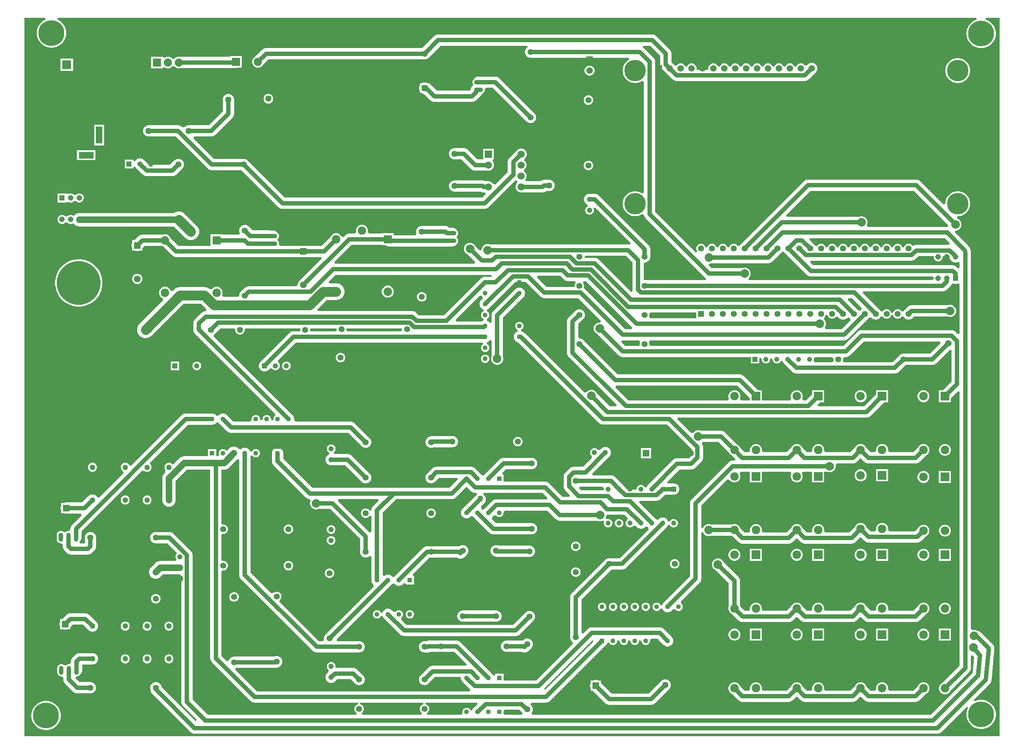
<source format=gbl>
G04*
G04 #@! TF.GenerationSoftware,Altium Limited,Altium Designer,22.1.2 (22)*
G04*
G04 Layer_Physical_Order=2*
G04 Layer_Color=16711680*
%FSLAX44Y44*%
%MOMM*%
G71*
G04*
G04 #@! TF.SameCoordinates,67A4DC0A-CBAE-4364-A3B2-3E50B1EA6F99*
G04*
G04*
G04 #@! TF.FilePolarity,Positive*
G04*
G01*
G75*
%ADD19C,1.5080*%
%ADD20R,1.5080X1.5080*%
%ADD24C,10.2064*%
%ADD38R,1.4000X1.4000*%
%ADD39C,1.4000*%
%ADD61C,1.9900*%
%ADD62R,1.9900X1.9900*%
%ADD63R,1.5406X1.5406*%
%ADD64C,1.5406*%
%ADD67C,1.0000*%
%ADD68C,1.5000*%
%ADD69C,2.2860*%
%ADD71C,1.3080*%
%ADD72R,1.3080X1.3080*%
%ADD73C,1.1300*%
%ADD74R,1.1300X1.1300*%
%ADD75C,1.1628*%
%ADD76R,1.1628X1.1628*%
%ADD77R,3.5000X1.5000*%
%ADD78R,1.5000X3.5000*%
%ADD79R,1.5000X4.0000*%
%ADD80C,5.0000*%
%ADD81R,1.5080X1.5080*%
%ADD82C,1.4080*%
%ADD83O,1.0400X2.0800*%
%ADD84C,1.3000*%
%ADD85R,1.2180X1.2180*%
%ADD86C,1.2180*%
%ADD87O,2.0800X1.0400*%
%ADD88R,1.2180X1.2180*%
%ADD89R,1.5900X1.5900*%
%ADD90C,1.5900*%
%ADD91C,1.4500*%
%ADD92C,1.1700*%
%ADD93R,1.1700X1.1700*%
%ADD94R,1.5900X1.5900*%
%ADD95C,1.9800*%
%ADD96C,1.9350*%
%ADD97R,1.9800X1.9800*%
%ADD98C,1.3970*%
%ADD99R,1.3970X1.3970*%
%ADD100R,1.1300X1.1300*%
%ADD101R,1.6764X1.6764*%
%ADD102C,1.6764*%
%ADD103C,2.1000*%
%ADD104R,2.1000X2.1000*%
%ADD105C,6.0000*%
%ADD106C,1.9100*%
%ADD107R,1.9100X1.9100*%
%ADD108C,2.0000*%
%ADD109C,1.2700*%
G36*
X2275386Y5534D02*
X8074D01*
Y1677216D01*
X56589D01*
X56714Y1676913D01*
X57277Y1673216D01*
X53300Y1671189D01*
X48970Y1668044D01*
X45186Y1664259D01*
X42041Y1659930D01*
X39611Y1655161D01*
X37957Y1650072D01*
X37120Y1644786D01*
Y1639434D01*
X37957Y1634148D01*
X39611Y1629059D01*
X42041Y1624290D01*
X45186Y1619960D01*
X48970Y1616176D01*
X53300Y1613031D01*
X58068Y1610601D01*
X63158Y1608947D01*
X68444Y1608110D01*
X73796D01*
X79082Y1608947D01*
X84171Y1610601D01*
X88940Y1613031D01*
X93270Y1616176D01*
X97054Y1619960D01*
X100199Y1624290D01*
X102629Y1629059D01*
X104283Y1634148D01*
X105120Y1639434D01*
Y1644786D01*
X104283Y1650072D01*
X102629Y1655161D01*
X100199Y1659930D01*
X97054Y1664259D01*
X93270Y1668044D01*
X88940Y1671189D01*
X84963Y1673216D01*
X85526Y1676913D01*
X85651Y1677216D01*
X2221642D01*
X2222276Y1673216D01*
X2219608Y1672349D01*
X2214840Y1669919D01*
X2210511Y1666774D01*
X2206726Y1662990D01*
X2203581Y1658660D01*
X2201151Y1653891D01*
X2199497Y1648802D01*
X2198660Y1643516D01*
Y1638164D01*
X2199497Y1632878D01*
X2201151Y1627789D01*
X2203581Y1623020D01*
X2206726Y1618690D01*
X2210511Y1614906D01*
X2214840Y1611761D01*
X2219608Y1609331D01*
X2224698Y1607677D01*
X2229984Y1606840D01*
X2235336D01*
X2240622Y1607677D01*
X2245712Y1609331D01*
X2250480Y1611761D01*
X2254810Y1614906D01*
X2258594Y1618690D01*
X2261739Y1623020D01*
X2264169Y1627789D01*
X2265823Y1632878D01*
X2266660Y1638164D01*
Y1643516D01*
X2265823Y1648802D01*
X2264169Y1653891D01*
X2261739Y1658660D01*
X2258594Y1662990D01*
X2254810Y1666774D01*
X2250480Y1669919D01*
X2245712Y1672349D01*
X2243044Y1673216D01*
X2243678Y1677216D01*
X2275386D01*
Y5534D01*
D02*
G37*
%LPC*%
G36*
X1468120Y1638712D02*
X1468120Y1638712D01*
X970290D01*
X970290Y1638712D01*
X966897Y1638265D01*
X963734Y1636956D01*
X961018Y1634872D01*
X961018Y1634872D01*
X933099Y1606952D01*
X570220D01*
X566826Y1606505D01*
X563664Y1605195D01*
X560948Y1603112D01*
X560948Y1603111D01*
X544325Y1586488D01*
X542860Y1585643D01*
X540337Y1583120D01*
X538553Y1580030D01*
X537630Y1576584D01*
Y1573016D01*
X538553Y1569570D01*
X540337Y1566480D01*
X542860Y1563957D01*
X545950Y1562173D01*
X549396Y1561250D01*
X552964D01*
X556410Y1562173D01*
X559500Y1563957D01*
X562023Y1566480D01*
X562868Y1567945D01*
X575651Y1580728D01*
X938530D01*
X938530Y1580728D01*
X941924Y1581174D01*
X945086Y1582484D01*
X947802Y1584568D01*
X975721Y1612488D01*
X1176800D01*
X1177874Y1609950D01*
X1177927Y1608488D01*
X1175638Y1606732D01*
X1173555Y1604016D01*
X1172245Y1600853D01*
X1171798Y1597460D01*
X1172245Y1594066D01*
X1173555Y1590904D01*
X1175638Y1588188D01*
X1178354Y1586104D01*
X1181516Y1584794D01*
X1184910Y1584348D01*
X1413745D01*
X1414705Y1580348D01*
X1412851Y1579403D01*
X1409158Y1576720D01*
X1405930Y1573492D01*
X1403247Y1569799D01*
X1401175Y1565732D01*
X1399764Y1561391D01*
X1399050Y1556882D01*
Y1552318D01*
X1399764Y1547809D01*
X1401175Y1543468D01*
X1403247Y1539401D01*
X1405930Y1535708D01*
X1409158Y1532480D01*
X1412851Y1529797D01*
X1416918Y1527725D01*
X1421259Y1526314D01*
X1425768Y1525600D01*
X1430332D01*
X1434841Y1526314D01*
X1439182Y1527725D01*
X1443249Y1529797D01*
X1444404Y1530636D01*
X1448404Y1528598D01*
Y1270602D01*
X1444404Y1268564D01*
X1443249Y1269403D01*
X1439182Y1271475D01*
X1434841Y1272886D01*
X1430332Y1273600D01*
X1425768D01*
X1421259Y1272886D01*
X1416918Y1271475D01*
X1412851Y1269403D01*
X1409158Y1266720D01*
X1405930Y1263492D01*
X1403247Y1259799D01*
X1401175Y1255732D01*
X1399764Y1251391D01*
X1399050Y1246882D01*
Y1242318D01*
X1399764Y1237809D01*
X1401175Y1233468D01*
X1403247Y1229401D01*
X1405930Y1225708D01*
X1409158Y1222480D01*
X1412851Y1219797D01*
X1416918Y1217725D01*
X1421259Y1216314D01*
X1425768Y1215600D01*
X1430332D01*
X1434841Y1216314D01*
X1439182Y1217725D01*
X1443249Y1219797D01*
X1444404Y1220636D01*
X1445107Y1220607D01*
X1448629Y1218761D01*
X1448851Y1217076D01*
X1450161Y1213914D01*
X1452244Y1211198D01*
X1590928Y1072514D01*
X1593453Y1070577D01*
X1593483Y1070168D01*
X1591915Y1066577D01*
X1450140D01*
X1447912Y1068531D01*
Y1106027D01*
X1450140Y1107980D01*
X1453533Y1108427D01*
X1456696Y1109737D01*
X1459412Y1111821D01*
X1461495Y1114536D01*
X1462805Y1117699D01*
X1463252Y1121093D01*
Y1138936D01*
X1463252Y1138936D01*
X1462805Y1142330D01*
X1461495Y1145492D01*
X1459412Y1148208D01*
X1343588Y1264032D01*
X1340872Y1266115D01*
X1337710Y1267425D01*
X1334316Y1267872D01*
X1334316Y1267872D01*
X1322070D01*
X1318676Y1267425D01*
X1315514Y1266115D01*
X1312798Y1264032D01*
X1310715Y1261316D01*
X1309405Y1258154D01*
X1308958Y1254760D01*
X1309405Y1251366D01*
X1310715Y1248204D01*
X1312798Y1245488D01*
X1315514Y1243404D01*
X1317294Y1242667D01*
X1317715Y1240799D01*
X1317546Y1238399D01*
X1315875Y1237434D01*
X1313996Y1235555D01*
X1312668Y1233255D01*
X1311980Y1230688D01*
Y1228032D01*
X1312668Y1225465D01*
X1313996Y1223165D01*
X1315875Y1221286D01*
X1318175Y1219958D01*
X1320742Y1219270D01*
X1323398D01*
X1325965Y1219958D01*
X1328265Y1221286D01*
X1330144Y1223165D01*
X1331472Y1225465D01*
X1332160Y1228032D01*
Y1230688D01*
X1331472Y1233255D01*
X1331269Y1233606D01*
X1334470Y1236062D01*
X1417954Y1152579D01*
X1415688Y1149188D01*
X1415380Y1149315D01*
X1411986Y1149762D01*
X1411986Y1149762D01*
X1090245D01*
X1086931Y1150650D01*
X1083245D01*
X1079684Y1149696D01*
X1076492Y1147853D01*
X1073885Y1145246D01*
X1072042Y1142054D01*
X1071088Y1138493D01*
Y1136800D01*
X1067088Y1135143D01*
X1056937Y1145294D01*
X1055221Y1148265D01*
X1052615Y1150872D01*
X1049423Y1152715D01*
X1045862Y1153669D01*
X1042176D01*
X1038615Y1152715D01*
X1035423Y1150872D01*
X1032816Y1148265D01*
X1030973Y1145073D01*
X1030019Y1141512D01*
Y1137826D01*
X1030973Y1134265D01*
X1032816Y1131073D01*
X1035423Y1128466D01*
X1038393Y1126751D01*
X1056137Y1109008D01*
X1054606Y1105312D01*
X730407D01*
X728751Y1109312D01*
X768376Y1148938D01*
X838890D01*
Y1148150D01*
X848395D01*
X850044Y1146885D01*
X853207Y1145575D01*
X856600Y1145128D01*
X856600Y1145128D01*
X1002030D01*
X1005424Y1145575D01*
X1008586Y1146885D01*
X1011302Y1148968D01*
X1012794Y1150913D01*
X1013792Y1151678D01*
X1015266Y1153600D01*
X1016193Y1155838D01*
X1016509Y1158240D01*
X1016193Y1160642D01*
X1015266Y1162880D01*
X1013792Y1164801D01*
X1013470Y1166056D01*
Y1168204D01*
X1013792Y1169458D01*
X1015266Y1171380D01*
X1016193Y1173618D01*
X1016509Y1176020D01*
X1016193Y1178422D01*
X1015266Y1180660D01*
X1013792Y1182581D01*
X1012794Y1183347D01*
X1011302Y1185292D01*
X1011225Y1185368D01*
X1008510Y1187452D01*
X1005347Y1188762D01*
X1001954Y1189209D01*
X1001953Y1189209D01*
X995922D01*
X993346Y1191186D01*
X990184Y1192495D01*
X986790Y1192942D01*
X986790Y1192942D01*
X932180D01*
X928786Y1192495D01*
X925624Y1191186D01*
X922908Y1189102D01*
X920825Y1186386D01*
X919515Y1183224D01*
X919068Y1179830D01*
X919515Y1176436D01*
X919964Y1175352D01*
X917520Y1171352D01*
X866690D01*
Y1175950D01*
X838890D01*
Y1175162D01*
X808956D01*
X806173Y1179162D01*
X806465Y1180250D01*
Y1183850D01*
X805533Y1187328D01*
X803733Y1190447D01*
X801187Y1192993D01*
X798068Y1194793D01*
X794590Y1195725D01*
X790990D01*
X787512Y1194793D01*
X784393Y1192993D01*
X781847Y1190447D01*
X780047Y1187328D01*
X779115Y1183850D01*
Y1180250D01*
X779406Y1179162D01*
X776624Y1175162D01*
X762945D01*
X762945Y1175162D01*
X759551Y1174715D01*
X756389Y1173406D01*
X753673Y1171322D01*
X749505Y1167153D01*
X745145Y1168450D01*
X743913Y1170585D01*
X741325Y1173173D01*
X738155Y1175003D01*
X734620Y1175950D01*
X730960D01*
X727425Y1175003D01*
X724255Y1173173D01*
X721667Y1170585D01*
X720145Y1167949D01*
X699094Y1146897D01*
X602889D01*
X601890Y1147692D01*
X599819Y1150897D01*
X599949Y1151890D01*
X599633Y1154292D01*
X598706Y1156530D01*
X597231Y1158452D01*
X596910Y1159706D01*
Y1161854D01*
X597231Y1163109D01*
X598706Y1165030D01*
X599633Y1167268D01*
X599949Y1169670D01*
X599633Y1172072D01*
X598706Y1174310D01*
X597231Y1176232D01*
X596234Y1176997D01*
X594742Y1178942D01*
X592026Y1181025D01*
X588864Y1182335D01*
X585470Y1182782D01*
X538831D01*
X529972Y1191642D01*
X527256Y1193726D01*
X524094Y1195035D01*
X520700Y1195482D01*
X517306Y1195035D01*
X514144Y1193726D01*
X511428Y1191642D01*
X509344Y1188926D01*
X508035Y1185764D01*
X507588Y1182370D01*
X508035Y1178976D01*
X508993Y1176662D01*
X507859Y1174029D01*
X506721Y1172662D01*
X468870D01*
Y1173450D01*
X441070D01*
Y1146897D01*
X366167D01*
X347615Y1165449D01*
X346093Y1168085D01*
X343505Y1170673D01*
X340335Y1172503D01*
X336800Y1173450D01*
X333140D01*
X330200Y1172662D01*
X282305D01*
X278912Y1172215D01*
X275749Y1170906D01*
X273034Y1168822D01*
X273034Y1168822D01*
X263917Y1159705D01*
X258560D01*
Y1152876D01*
X257845Y1151149D01*
X257398Y1147755D01*
X257845Y1144361D01*
X258560Y1142634D01*
Y1135805D01*
X265389D01*
X267116Y1135089D01*
X270510Y1134643D01*
X273904Y1135089D01*
X275631Y1135805D01*
X282460D01*
Y1141161D01*
X287736Y1146438D01*
X329539D01*
X351464Y1124513D01*
X354179Y1122429D01*
X357342Y1121120D01*
X360735Y1120673D01*
X360736Y1120673D01*
X697798D01*
X699329Y1116977D01*
X647318Y1064967D01*
X645235Y1062251D01*
X643925Y1059089D01*
X643478Y1055695D01*
X643495Y1055564D01*
X640858Y1052557D01*
X529775D01*
X526381Y1052110D01*
X523219Y1050800D01*
X520503Y1048716D01*
X520503Y1048716D01*
X511428Y1039641D01*
X509344Y1036926D01*
X508035Y1033764D01*
X507588Y1030370D01*
X505618Y1028124D01*
X470197D01*
X467888Y1032124D01*
X467923Y1032185D01*
X468870Y1035720D01*
Y1039380D01*
X467923Y1042915D01*
X466093Y1046085D01*
X463505Y1048673D01*
X460335Y1050503D01*
X456800Y1051450D01*
X453140D01*
X449605Y1050503D01*
X446435Y1048673D01*
X443847Y1046085D01*
X439151Y1045950D01*
X437295Y1047474D01*
X433919Y1049278D01*
X430257Y1050389D01*
X426448Y1050764D01*
X369770D01*
X365961Y1050389D01*
X362299Y1049278D01*
X358923Y1047474D01*
X355965Y1045046D01*
X352438Y1041519D01*
X347977Y1042714D01*
X347923Y1042915D01*
X346093Y1046085D01*
X343505Y1048673D01*
X340335Y1050503D01*
X336800Y1051450D01*
X333140D01*
X329605Y1050503D01*
X326435Y1048673D01*
X323847Y1046085D01*
X322017Y1042915D01*
X321070Y1039380D01*
Y1035720D01*
X322017Y1032185D01*
X323847Y1029015D01*
X326435Y1026427D01*
X329605Y1024597D01*
X329806Y1024543D01*
X331001Y1020082D01*
X275955Y965036D01*
X273526Y962077D01*
X271722Y958701D01*
X270611Y955039D01*
X270236Y951230D01*
X270611Y947421D01*
X271722Y943758D01*
X273526Y940383D01*
X275955Y937424D01*
X278913Y934996D01*
X282289Y933192D01*
X285951Y932081D01*
X289760Y931706D01*
X293569Y932081D01*
X297232Y933192D01*
X300607Y934996D01*
X303566Y937424D01*
X377857Y1011716D01*
X418361D01*
X431518Y998559D01*
X430808Y996843D01*
X429532Y994887D01*
X426630Y994505D01*
X423468Y993195D01*
X420752Y991112D01*
X404748Y975108D01*
X402664Y972392D01*
X401355Y969230D01*
X400908Y965836D01*
X400908Y965836D01*
Y951560D01*
X400908Y951560D01*
X401355Y948166D01*
X402664Y945004D01*
X404748Y942288D01*
X591286Y755751D01*
X590990Y751231D01*
X590676Y750703D01*
X589178Y749205D01*
X587908Y747004D01*
X587250Y744550D01*
Y742009D01*
X584205Y740524D01*
X581150Y743991D01*
Y744550D01*
X580492Y747004D01*
X579222Y749205D01*
X577425Y751002D01*
X575225Y752272D01*
X572771Y752930D01*
X570229D01*
X567775Y752272D01*
X565575Y751002D01*
X563778Y749205D01*
X562508Y747004D01*
X561850Y744550D01*
Y742009D01*
X558805Y740524D01*
X555750Y743991D01*
Y744550D01*
X555092Y747004D01*
X553822Y749205D01*
X552025Y751002D01*
X549825Y752272D01*
X547370Y752930D01*
X544829D01*
X542375Y752272D01*
X540175Y751002D01*
X538378Y749205D01*
X537108Y747004D01*
X536450Y744550D01*
Y742009D01*
X536581Y741520D01*
X534011Y737520D01*
X494203D01*
X479172Y752551D01*
X476456Y754635D01*
X473294Y755945D01*
X469900Y756392D01*
X466506Y755945D01*
X463344Y754635D01*
X460628Y752551D01*
X459610Y751224D01*
X458825Y750934D01*
X455575Y750934D01*
X454790Y751224D01*
X453772Y752551D01*
X451056Y754635D01*
X447894Y755945D01*
X444500Y756392D01*
X383362D01*
X383362Y756392D01*
X379968Y755945D01*
X376806Y754635D01*
X374090Y752551D01*
X374090Y752551D01*
X256556Y635017D01*
X254656Y635119D01*
X251904Y636022D01*
X250972Y637637D01*
X249017Y639592D01*
X246623Y640974D01*
X243952Y641690D01*
X241188D01*
X238517Y640974D01*
X236123Y639592D01*
X234168Y637637D01*
X232786Y635243D01*
X232070Y632572D01*
Y629808D01*
X232786Y627137D01*
X234168Y624743D01*
X236123Y622788D01*
X237738Y621856D01*
X238641Y619104D01*
X238743Y617204D01*
X182357Y560818D01*
X177784Y561537D01*
X177596Y561715D01*
X175642Y564262D01*
X172926Y566345D01*
X169764Y567655D01*
X166370Y568102D01*
X162976Y567655D01*
X159814Y566345D01*
X157098Y564262D01*
X142214Y549377D01*
X105410D01*
X102016Y548931D01*
X100289Y548215D01*
X93460D01*
Y541386D01*
X92745Y539659D01*
X92298Y536265D01*
X92745Y532872D01*
X93460Y531144D01*
Y524315D01*
X100289D01*
X102016Y523600D01*
X105410Y523153D01*
X139465D01*
X140996Y519457D01*
X118998Y497460D01*
X116915Y494744D01*
X115605Y491582D01*
X115158Y488188D01*
X115158Y488188D01*
Y486184D01*
X114627Y485390D01*
X111158Y483022D01*
X110490Y483109D01*
X108088Y482793D01*
X105850Y481866D01*
X103998Y480444D01*
X103908Y480390D01*
X99523Y480070D01*
X99271Y480392D01*
X97350Y481866D01*
X95112Y482793D01*
X92710Y483109D01*
X90308Y482793D01*
X88070Y481866D01*
X86149Y480392D01*
X84674Y478470D01*
X83747Y476232D01*
X83431Y473830D01*
Y463430D01*
X83747Y461028D01*
X84674Y458790D01*
X86149Y456869D01*
X88070Y455394D01*
X90308Y454467D01*
X92710Y454151D01*
X93378Y454239D01*
X96847Y451870D01*
X97378Y451076D01*
Y446880D01*
X97378Y446880D01*
X97825Y443486D01*
X99135Y440324D01*
X101218Y437608D01*
X107076Y431750D01*
X109792Y429667D01*
X112954Y428357D01*
X116348Y427910D01*
X116348Y427910D01*
X155632D01*
X155632Y427910D01*
X159026Y428357D01*
X162188Y429667D01*
X164904Y431750D01*
X170762Y437608D01*
X172846Y440324D01*
X174156Y443486D01*
X174602Y446880D01*
X174602Y446880D01*
Y467360D01*
X174156Y470754D01*
X172846Y473916D01*
X170762Y476632D01*
X168046Y478716D01*
X164884Y480025D01*
X161490Y480472D01*
X158097Y480025D01*
X154934Y478716D01*
X152218Y476632D01*
X150135Y473916D01*
X148825Y470754D01*
X148378Y467360D01*
Y454134D01*
X137520D01*
X137451Y454204D01*
X135947Y457175D01*
X135947Y458134D01*
X137542Y459358D01*
X139626Y462074D01*
X140935Y465236D01*
X141382Y468630D01*
Y482757D01*
X281671Y623046D01*
X286923Y622788D01*
X289317Y621406D01*
X291988Y620690D01*
X294752D01*
X297423Y621406D01*
X299817Y622788D01*
X301772Y624743D01*
X303154Y627137D01*
X303870Y629808D01*
Y632572D01*
X303154Y635243D01*
X301772Y637637D01*
X299817Y639592D01*
X299631Y641006D01*
X388793Y730167D01*
X444500D01*
X447894Y730614D01*
X451056Y731924D01*
X453772Y734008D01*
X454790Y735335D01*
X455575Y735626D01*
X458825Y735626D01*
X459610Y735335D01*
X460628Y734008D01*
X479500Y715136D01*
X479500Y715136D01*
X482216Y713053D01*
X485378Y711743D01*
X488772Y711296D01*
X761341D01*
X792299Y680338D01*
X795014Y678254D01*
X798176Y676945D01*
X801570Y676498D01*
X804964Y676945D01*
X808126Y678254D01*
X810842Y680338D01*
X812926Y683054D01*
X814236Y686216D01*
X814682Y689610D01*
X814236Y693004D01*
X812926Y696166D01*
X810842Y698882D01*
X776044Y733680D01*
X773328Y735763D01*
X770166Y737073D01*
X766772Y737520D01*
X766772Y737520D01*
X637867D01*
X635181Y741520D01*
X635412Y743280D01*
X634965Y746673D01*
X633656Y749836D01*
X631572Y752551D01*
X448125Y935998D01*
X449215Y940565D01*
X451032Y941958D01*
X463801Y954728D01*
X496661D01*
X498230Y952683D01*
Y949777D01*
X498982Y946969D01*
X500436Y944451D01*
X502491Y942396D01*
X505009Y940942D01*
X507817Y940190D01*
X510723D01*
X513531Y940942D01*
X516049Y942396D01*
X518104Y944451D01*
X519558Y946969D01*
X520310Y949777D01*
Y952683D01*
X521879Y954728D01*
X648661D01*
X650230Y952683D01*
Y949777D01*
X648738Y947832D01*
X633730D01*
X633730Y947832D01*
X630336Y947385D01*
X627174Y946076D01*
X624458Y943992D01*
X557967Y877500D01*
X556330D01*
Y875615D01*
X555065Y873966D01*
X553755Y870804D01*
X553308Y867410D01*
X553755Y864016D01*
X555065Y860854D01*
X556330Y859205D01*
Y857320D01*
X558215D01*
X559864Y856055D01*
X563026Y854745D01*
X566420Y854298D01*
X569814Y854745D01*
X572976Y856055D01*
X574625Y857320D01*
X576510D01*
Y858529D01*
X579490Y861419D01*
X583746Y861215D01*
X585625Y859336D01*
X587925Y858008D01*
X590492Y857320D01*
X593148D01*
X595715Y858008D01*
X598015Y859336D01*
X599894Y861215D01*
X601222Y863515D01*
X601910Y866082D01*
Y868738D01*
X601222Y871305D01*
X599894Y873605D01*
X598015Y875484D01*
X597788Y880234D01*
X639161Y921608D01*
X1073483D01*
X1074555Y917608D01*
X1073575Y917042D01*
X1071778Y915245D01*
X1070508Y913045D01*
X1069850Y910591D01*
Y908049D01*
X1070508Y905595D01*
X1071778Y903395D01*
X1073575Y901598D01*
X1075775Y900328D01*
X1078230Y899670D01*
X1080770D01*
X1083225Y900328D01*
X1085425Y901598D01*
X1087222Y903395D01*
X1088492Y905595D01*
X1089150Y908049D01*
Y910591D01*
X1088492Y913045D01*
X1087222Y915245D01*
X1085425Y917042D01*
X1083514Y918146D01*
X1083252Y919799D01*
X1083608Y922351D01*
X1086056Y923364D01*
X1088772Y925448D01*
X1090328Y927476D01*
X1093076Y927042D01*
X1094328Y926410D01*
Y889077D01*
X1093440Y885763D01*
Y882077D01*
X1094394Y878516D01*
X1096237Y875324D01*
X1098844Y872717D01*
X1102036Y870874D01*
X1105597Y869920D01*
X1109283D01*
X1112844Y870874D01*
X1116036Y872717D01*
X1118643Y875324D01*
X1120486Y878516D01*
X1121440Y882077D01*
Y885763D01*
X1120552Y889077D01*
Y979429D01*
X1168172Y1027048D01*
X1170255Y1029764D01*
X1171565Y1032926D01*
X1172012Y1036320D01*
X1171565Y1039714D01*
X1170255Y1042876D01*
X1168172Y1045592D01*
X1165456Y1047675D01*
X1162294Y1048985D01*
X1158900Y1049432D01*
X1155506Y1048985D01*
X1152344Y1047675D01*
X1149628Y1045592D01*
X1098168Y994132D01*
X1096085Y991416D01*
X1094775Y988254D01*
X1094328Y984860D01*
X1094328Y984860D01*
Y968430D01*
X1093076Y967798D01*
X1090328Y967364D01*
X1088772Y969392D01*
X1086056Y971476D01*
X1083608Y972489D01*
X1083252Y975041D01*
X1083514Y976694D01*
X1085425Y977798D01*
X1087222Y979595D01*
X1088492Y981795D01*
X1089150Y984249D01*
Y986790D01*
X1088492Y989245D01*
X1087222Y991445D01*
X1085425Y993242D01*
X1083514Y994345D01*
X1083252Y995998D01*
X1083608Y998551D01*
X1086056Y999565D01*
X1088772Y1001648D01*
X1149701Y1062578D01*
X1173637D01*
X1207388Y1028826D01*
X1210104Y1026742D01*
X1213266Y1025433D01*
X1216660Y1024986D01*
X1295303D01*
X1348196Y972092D01*
X1348087Y971465D01*
X1346354Y968278D01*
X1343849D01*
X1340288Y967324D01*
X1337096Y965481D01*
X1334489Y962874D01*
X1332646Y959682D01*
X1331692Y956121D01*
Y952435D01*
X1332646Y948874D01*
X1334489Y945682D01*
X1337096Y943075D01*
X1340067Y941360D01*
X1389760Y891666D01*
X1389760Y891666D01*
X1392476Y889583D01*
X1395638Y888273D01*
X1399032Y887826D01*
X1697066D01*
Y872836D01*
X1716694D01*
Y884958D01*
X1719239Y885809D01*
X1722466Y882939D01*
Y881358D01*
X1723135Y878862D01*
X1724427Y876624D01*
X1726254Y874797D01*
X1728492Y873505D01*
X1730988Y872836D01*
X1733572D01*
X1736068Y873505D01*
X1738306Y874797D01*
X1740133Y876624D01*
X1741425Y878862D01*
X1742094Y881358D01*
Y883942D01*
X1742980Y885119D01*
X1744353D01*
X1747866Y881486D01*
Y881358D01*
X1748535Y878862D01*
X1749827Y876624D01*
X1751654Y874797D01*
X1753892Y873505D01*
X1756388Y872836D01*
X1758972D01*
X1761468Y873505D01*
X1763706Y874797D01*
X1765533Y876624D01*
X1766600Y878472D01*
X1767811Y878721D01*
X1770814Y878293D01*
X1771725Y876094D01*
X1773808Y873378D01*
X1793874Y853312D01*
X1793874Y853312D01*
X1796590Y851228D01*
X1799752Y849919D01*
X1803146Y849472D01*
X1803146Y849472D01*
X2032054D01*
X2032054Y849472D01*
X2035448Y849919D01*
X2038610Y851228D01*
X2041326Y853312D01*
X2057551Y869538D01*
X2119249D01*
X2119249Y869538D01*
X2122643Y869985D01*
X2125805Y871294D01*
X2128521Y873378D01*
X2159972Y904830D01*
X2163668Y903299D01*
Y830331D01*
X2143847Y810510D01*
X2134490D01*
Y782610D01*
X2162390D01*
Y791967D01*
X2179022Y808599D01*
X2182718Y807068D01*
X2182718Y176094D01*
Y169391D01*
X2177978Y164652D01*
X2177978Y164652D01*
X2177978Y164652D01*
X2142678Y129352D01*
X2139875Y127733D01*
X2137277Y125136D01*
X2135441Y121955D01*
X2134490Y118407D01*
Y114734D01*
X2135441Y111186D01*
X2137277Y108005D01*
X2139875Y105407D01*
X2143056Y103571D01*
X2146604Y102620D01*
X2150277D01*
X2153825Y103571D01*
X2157006Y105407D01*
X2159603Y108005D01*
X2161221Y110808D01*
X2196521Y146108D01*
X2196521Y146108D01*
X2205102Y154688D01*
X2205102Y154688D01*
X2207186Y157404D01*
X2208495Y160566D01*
X2208942Y163960D01*
Y176094D01*
Y192398D01*
X2212709Y193744D01*
X2216563Y189044D01*
X2212950Y152503D01*
X2115469Y55022D01*
X1188941D01*
X1187990Y56307D01*
X1187163Y59022D01*
X1188645Y60954D01*
X1189955Y64117D01*
X1190402Y67510D01*
X1189955Y70904D01*
X1188645Y74066D01*
X1186562Y76782D01*
X1183846Y78866D01*
X1183846Y79496D01*
X1187633Y83408D01*
X1220800D01*
X1220800Y83408D01*
X1224194Y83855D01*
X1227356Y85164D01*
X1230072Y87248D01*
X1360173Y217350D01*
X1360930D01*
Y218221D01*
X1362635Y220444D01*
X1363649Y222891D01*
X1366201Y223248D01*
X1367854Y222986D01*
X1368958Y221075D01*
X1370755Y219278D01*
X1372955Y218007D01*
X1375410Y217350D01*
X1377950D01*
X1380405Y218007D01*
X1382605Y219278D01*
X1384402Y221075D01*
X1385672Y223275D01*
X1386330Y225729D01*
Y228270D01*
X1386927Y229110D01*
X1388778D01*
X1392430Y225729D01*
X1393088Y223275D01*
X1394358Y221075D01*
X1396155Y219278D01*
X1398355Y218007D01*
X1400809Y217350D01*
X1403351D01*
X1405805Y218007D01*
X1408005Y219278D01*
X1409802Y221075D01*
X1411072Y223275D01*
X1411730Y225729D01*
Y228270D01*
X1412327Y229110D01*
X1414178D01*
X1417830Y225729D01*
X1418488Y223275D01*
X1419758Y221075D01*
X1421555Y219278D01*
X1423755Y218007D01*
X1426210Y217350D01*
X1428750D01*
X1431205Y218007D01*
X1433405Y219278D01*
X1435202Y221075D01*
X1436472Y223275D01*
X1437130Y225729D01*
Y228270D01*
X1437727Y229110D01*
X1439578D01*
X1443230Y225729D01*
X1443888Y223275D01*
X1445158Y221075D01*
X1446955Y219278D01*
X1449155Y218007D01*
X1451609Y217350D01*
X1454151D01*
X1456605Y218007D01*
X1458805Y219278D01*
X1460602Y221075D01*
X1461872Y223275D01*
X1462530Y225729D01*
Y228270D01*
X1465358Y232252D01*
X1479884D01*
X1494408Y217728D01*
X1497124Y215644D01*
X1500286Y214334D01*
X1503680Y213888D01*
X1507074Y214334D01*
X1510236Y215644D01*
X1512952Y217728D01*
X1515036Y220444D01*
X1516345Y223606D01*
X1516792Y227000D01*
X1516345Y230394D01*
X1515036Y233556D01*
X1512952Y236271D01*
X1494588Y254636D01*
X1491872Y256719D01*
X1488710Y258029D01*
X1485316Y258476D01*
X1485316Y258476D01*
X1326896D01*
X1326896Y258476D01*
X1323502Y258029D01*
X1320340Y256719D01*
X1317624Y254636D01*
X1307128Y244139D01*
X1303432Y245670D01*
Y323299D01*
X1373421Y393288D01*
X1397660D01*
X1397660Y393288D01*
X1401054Y393735D01*
X1404216Y395045D01*
X1406932Y397128D01*
X1501522Y491718D01*
X1503605Y494434D01*
X1504494Y496578D01*
X1507385Y497021D01*
X1507649Y497005D01*
X1508709Y496776D01*
X1509768Y494942D01*
X1511602Y493108D01*
X1513848Y491811D01*
X1516353Y491140D01*
X1518947D01*
X1521452Y491811D01*
X1523698Y493108D01*
X1525532Y494942D01*
X1526829Y497188D01*
X1527500Y499693D01*
Y502286D01*
X1526829Y504791D01*
X1525532Y507038D01*
X1523698Y508872D01*
X1521452Y510168D01*
X1518947Y510840D01*
X1516353D01*
X1513848Y510168D01*
X1511602Y508872D01*
X1509768Y507038D01*
X1508709Y505203D01*
X1507649Y504974D01*
X1507385Y504958D01*
X1504494Y505401D01*
X1503605Y507546D01*
X1501522Y510261D01*
X1498806Y512345D01*
X1495644Y513655D01*
X1492250Y514102D01*
X1488856Y513655D01*
X1485694Y512345D01*
X1482978Y510261D01*
X1481658Y508941D01*
X1476643Y509582D01*
X1476122Y510261D01*
X1437025Y549358D01*
X1438555Y553054D01*
X1478026D01*
X1478026Y553054D01*
X1481420Y553501D01*
X1484582Y554810D01*
X1487298Y556894D01*
X1497681Y567278D01*
X1517650D01*
X1521044Y567725D01*
X1524206Y569035D01*
X1526168Y570540D01*
X1527500D01*
Y571872D01*
X1529005Y573834D01*
X1530315Y576996D01*
X1530762Y580390D01*
X1530315Y583784D01*
X1529005Y586946D01*
X1527500Y588908D01*
Y590240D01*
X1526168D01*
X1524206Y591745D01*
X1521044Y593055D01*
X1517650Y593502D01*
X1503732D01*
X1502201Y597198D01*
X1530955Y625952D01*
X1558290D01*
X1558290Y625952D01*
X1561684Y626399D01*
X1564846Y627709D01*
X1567562Y629792D01*
X1582294Y644524D01*
X1584377Y647240D01*
X1585687Y650402D01*
X1586134Y653796D01*
X1586134Y653796D01*
Y678030D01*
X1585687Y681424D01*
X1584377Y684586D01*
X1583323Y685960D01*
X1585005Y689788D01*
X1585193Y689960D01*
X1622077D01*
X1646239Y665798D01*
X1647857Y662995D01*
X1650454Y660397D01*
X1653258Y658779D01*
X1661499Y650538D01*
X1659968Y646842D01*
X1655064D01*
X1651670Y646395D01*
X1648508Y645086D01*
X1645792Y643002D01*
X1559432Y556642D01*
X1557348Y553926D01*
X1556039Y550764D01*
X1555592Y547370D01*
X1555592Y547370D01*
Y376855D01*
X1494408Y315671D01*
X1492325Y312956D01*
X1491311Y310508D01*
X1488758Y310151D01*
X1487105Y310414D01*
X1486002Y312325D01*
X1484205Y314122D01*
X1482005Y315392D01*
X1479550Y316050D01*
X1477009D01*
X1474555Y315392D01*
X1472355Y314122D01*
X1470558Y312325D01*
X1469288Y310124D01*
X1468630Y307670D01*
Y305129D01*
X1469288Y302675D01*
X1470558Y300474D01*
X1472355Y298678D01*
X1474555Y297407D01*
X1477009Y296750D01*
X1479550D01*
X1482005Y297407D01*
X1484205Y298678D01*
X1486002Y300474D01*
X1487105Y302386D01*
X1488758Y302648D01*
X1491311Y302291D01*
X1492325Y299844D01*
X1494408Y297128D01*
X1497124Y295044D01*
X1500286Y293734D01*
X1503680Y293288D01*
X1507074Y293734D01*
X1510236Y295044D01*
X1512952Y297128D01*
X1516609Y300785D01*
X1521129Y300489D01*
X1521657Y300176D01*
X1523155Y298678D01*
X1525355Y297407D01*
X1527809Y296750D01*
X1530350D01*
X1532805Y297407D01*
X1535005Y298678D01*
X1536802Y300474D01*
X1538072Y302675D01*
X1538730Y305129D01*
Y307670D01*
X1538072Y310124D01*
X1536802Y312325D01*
X1535005Y314122D01*
X1534694Y318871D01*
X1577976Y362152D01*
X1577976Y362152D01*
X1580060Y364868D01*
X1581369Y368030D01*
X1581816Y371424D01*
X1581816Y371424D01*
Y479380D01*
X1585816Y479907D01*
X1585934Y479467D01*
X1587777Y476274D01*
X1590384Y473667D01*
X1593576Y471824D01*
X1597137Y470870D01*
X1600823D01*
X1604137Y471758D01*
X1653589D01*
X1668020Y457326D01*
X1670736Y455243D01*
X1673898Y453933D01*
X1677292Y453486D01*
X1677292Y453486D01*
X1785527D01*
X1785527Y453486D01*
X1788921Y453933D01*
X1792084Y455243D01*
X1794799Y457326D01*
X1803800Y466327D01*
X1812800Y457326D01*
X1815516Y455243D01*
X1818678Y453933D01*
X1822072Y453486D01*
X1822072Y453486D01*
X1931577D01*
X1931577Y453486D01*
X1934971Y453933D01*
X1938134Y455243D01*
X1940849Y457326D01*
X1952390Y468867D01*
X1961390Y459866D01*
X1964106Y457783D01*
X1967268Y456473D01*
X1970662Y456026D01*
X1970662Y456026D01*
X2083977D01*
X2083978Y456026D01*
X2087371Y456473D01*
X2090534Y457783D01*
X2093249Y459866D01*
X2104202Y470819D01*
X2107005Y472438D01*
X2109603Y475035D01*
X2111439Y478216D01*
X2112390Y481764D01*
Y485437D01*
X2111439Y488985D01*
X2109603Y492166D01*
X2107005Y494763D01*
X2103824Y496600D01*
X2100276Y497550D01*
X2096603D01*
X2093055Y496600D01*
X2089874Y494763D01*
X2087277Y492166D01*
X2085659Y489362D01*
X2078546Y482250D01*
X2018735D01*
X2016300Y485424D01*
X2016340Y485574D01*
Y489247D01*
X2015390Y492795D01*
X2013553Y495976D01*
X2010956Y498573D01*
X2007775Y500410D01*
X2004227Y501360D01*
X2000554D01*
X1997006Y500410D01*
X1993825Y498573D01*
X1991227Y495976D01*
X1989391Y492795D01*
X1988440Y489247D01*
Y485574D01*
X1988481Y485424D01*
X1986045Y482250D01*
X1976093D01*
X1965171Y493172D01*
X1963553Y495976D01*
X1960955Y498573D01*
X1957774Y500410D01*
X1954226Y501360D01*
X1950553D01*
X1947005Y500410D01*
X1943824Y498573D01*
X1941227Y495976D01*
X1939608Y493172D01*
X1926146Y479710D01*
X1870145D01*
X1867710Y482884D01*
X1867750Y483034D01*
Y486707D01*
X1866799Y490255D01*
X1864963Y493436D01*
X1862366Y496033D01*
X1859185Y497870D01*
X1855637Y498820D01*
X1851964D01*
X1848416Y497870D01*
X1845235Y496033D01*
X1842637Y493436D01*
X1840801Y490255D01*
X1839850Y486707D01*
Y483034D01*
X1839890Y482884D01*
X1837455Y479710D01*
X1827503D01*
X1816581Y490632D01*
X1814963Y493436D01*
X1812365Y496033D01*
X1809184Y497870D01*
X1805636Y498820D01*
X1801963D01*
X1798415Y497870D01*
X1795234Y496033D01*
X1792637Y493436D01*
X1791019Y490632D01*
X1780096Y479710D01*
X1725365D01*
X1722930Y482884D01*
X1722970Y483034D01*
Y486707D01*
X1722020Y490255D01*
X1720183Y493436D01*
X1717586Y496033D01*
X1714405Y497870D01*
X1710857Y498820D01*
X1707184D01*
X1703636Y497870D01*
X1700455Y496033D01*
X1697857Y493436D01*
X1696021Y490255D01*
X1695070Y486707D01*
Y483034D01*
X1695110Y482884D01*
X1692675Y479710D01*
X1682723D01*
X1671801Y490632D01*
X1670183Y493436D01*
X1667585Y496033D01*
X1664404Y497870D01*
X1660856Y498820D01*
X1657183D01*
X1654057Y497982D01*
X1604137D01*
X1600823Y498870D01*
X1597137D01*
X1593576Y497916D01*
X1590384Y496073D01*
X1587777Y493466D01*
X1585934Y490274D01*
X1585816Y489834D01*
X1581816Y490361D01*
Y541939D01*
X1642534Y602657D01*
X1647484Y601950D01*
X1647857Y601305D01*
X1650454Y598708D01*
X1653635Y596871D01*
X1657183Y595920D01*
X1660856D01*
X1664404Y596871D01*
X1667585Y598708D01*
X1670183Y601305D01*
X1672019Y604486D01*
X1672970Y608034D01*
Y611707D01*
X1672019Y615255D01*
X1671232Y616618D01*
X1673409Y620618D01*
X1695070D01*
Y595920D01*
X1722970D01*
Y620618D01*
X1789410D01*
X1791588Y616618D01*
X1790800Y615255D01*
X1789850Y611707D01*
Y608034D01*
X1790800Y604486D01*
X1792637Y601305D01*
X1795234Y598708D01*
X1798415Y596871D01*
X1801963Y595920D01*
X1805636D01*
X1809184Y596871D01*
X1812365Y598708D01*
X1814963Y601305D01*
X1816799Y604486D01*
X1817750Y608034D01*
Y611707D01*
X1816799Y615255D01*
X1816012Y616618D01*
X1818189Y620618D01*
X1839850D01*
Y595920D01*
X1867750D01*
Y620618D01*
X1875205D01*
X1878519Y619730D01*
X1882205D01*
X1885766Y620684D01*
X1888958Y622527D01*
X1891565Y625134D01*
X1893408Y628326D01*
X1894362Y631887D01*
Y635573D01*
X1894200Y636176D01*
X1897266Y640176D01*
X1934117D01*
X1934117Y640176D01*
X1937511Y640623D01*
X1940674Y641933D01*
X1943389Y644016D01*
X1952390Y653017D01*
X1961390Y644016D01*
X1964106Y641933D01*
X1967268Y640623D01*
X1970662Y640176D01*
X1970662Y640176D01*
X2080167D01*
X2080168Y640176D01*
X2083561Y640623D01*
X2086724Y641933D01*
X2089439Y644016D01*
X2104202Y658779D01*
X2107005Y660397D01*
X2109603Y662995D01*
X2111439Y666176D01*
X2112390Y669724D01*
Y673397D01*
X2111439Y676945D01*
X2109603Y680126D01*
X2107005Y682723D01*
X2103824Y684560D01*
X2100276Y685510D01*
X2096603D01*
X2093055Y684560D01*
X2089874Y682723D01*
X2087277Y680126D01*
X2085659Y677322D01*
X2074736Y666400D01*
X2018735D01*
X2016300Y669574D01*
X2016340Y669724D01*
Y673397D01*
X2015390Y676945D01*
X2013553Y680126D01*
X2010956Y682723D01*
X2007775Y684560D01*
X2004227Y685510D01*
X2000554D01*
X1997006Y684560D01*
X1993825Y682723D01*
X1991227Y680126D01*
X1989391Y676945D01*
X1988440Y673397D01*
Y669724D01*
X1988481Y669574D01*
X1986045Y666400D01*
X1976093D01*
X1965171Y677322D01*
X1963553Y680126D01*
X1960955Y682723D01*
X1957774Y684560D01*
X1954226Y685510D01*
X1950553D01*
X1947005Y684560D01*
X1943824Y682723D01*
X1941227Y680126D01*
X1939608Y677322D01*
X1928686Y666400D01*
X1870145D01*
X1867710Y669574D01*
X1867750Y669724D01*
Y673397D01*
X1866799Y676945D01*
X1864963Y680126D01*
X1862366Y682723D01*
X1859185Y684560D01*
X1855637Y685510D01*
X1851964D01*
X1848416Y684560D01*
X1845235Y682723D01*
X1842637Y680126D01*
X1840801Y676945D01*
X1839850Y673397D01*
Y669724D01*
X1839890Y669574D01*
X1837455Y666400D01*
X1827503D01*
X1816581Y677322D01*
X1814963Y680126D01*
X1812365Y682723D01*
X1809184Y684560D01*
X1805636Y685510D01*
X1801963D01*
X1798415Y684560D01*
X1795234Y682723D01*
X1792637Y680126D01*
X1791019Y677322D01*
X1780096Y666400D01*
X1725365D01*
X1722930Y669574D01*
X1722970Y669724D01*
Y673397D01*
X1722020Y676945D01*
X1720183Y680126D01*
X1717586Y682723D01*
X1714405Y684560D01*
X1710857Y685510D01*
X1707184D01*
X1703636Y684560D01*
X1700455Y682723D01*
X1697857Y680126D01*
X1696021Y676945D01*
X1695070Y673397D01*
Y669724D01*
X1695110Y669574D01*
X1692675Y666400D01*
X1682723D01*
X1671801Y677322D01*
X1670183Y680126D01*
X1667585Y682723D01*
X1664782Y684342D01*
X1636780Y712344D01*
X1634064Y714427D01*
X1630902Y715737D01*
X1627508Y716184D01*
X1627508Y716184D01*
X1580007D01*
X1576693Y717072D01*
X1573007D01*
X1569446Y716118D01*
X1566254Y714275D01*
X1563647Y711668D01*
X1563624Y711628D01*
X1558625Y710970D01*
X1526465Y743130D01*
X1527996Y746826D01*
X1965768D01*
X1965768Y746826D01*
X1969162Y747273D01*
X1972324Y748583D01*
X1975040Y750666D01*
X2006984Y782610D01*
X2016340D01*
Y810510D01*
X1988440D01*
Y801154D01*
X1960337Y773050D01*
X1854060D01*
X1852529Y776746D01*
X1858394Y782610D01*
X1867750D01*
Y810510D01*
X1839850D01*
Y801154D01*
X1825747Y787050D01*
X1819036D01*
X1816727Y791050D01*
X1816799Y791176D01*
X1817750Y794724D01*
Y798397D01*
X1816799Y801945D01*
X1814963Y805126D01*
X1812365Y807723D01*
X1809184Y809560D01*
X1805636Y810510D01*
X1801963D01*
X1798415Y809560D01*
X1795234Y807723D01*
X1792637Y805126D01*
X1790800Y801945D01*
X1789850Y798397D01*
Y794724D01*
X1790800Y791176D01*
X1790873Y791050D01*
X1788564Y787050D01*
X1722970D01*
Y810510D01*
X1713614D01*
X1680716Y843408D01*
X1678001Y845491D01*
X1674838Y846801D01*
X1671445Y847248D01*
X1671444Y847248D01*
X1387645D01*
X1307411Y927482D01*
X1304696Y929566D01*
X1301533Y930875D01*
X1298140Y931322D01*
X1295812Y933363D01*
Y964967D01*
X1307411Y976566D01*
X1309495Y979281D01*
X1310805Y982444D01*
X1311252Y985837D01*
X1310805Y989231D01*
X1309495Y992394D01*
X1307411Y995109D01*
X1304696Y997193D01*
X1301533Y998503D01*
X1298140Y998950D01*
X1294746Y998503D01*
X1291584Y997193D01*
X1288868Y995109D01*
X1273428Y979670D01*
X1271345Y976954D01*
X1270035Y973792D01*
X1269588Y970398D01*
X1269588Y970398D01*
Y897890D01*
X1269588Y897890D01*
X1270035Y894496D01*
X1271345Y891334D01*
X1273428Y888618D01*
X1385301Y776746D01*
X1383770Y773050D01*
X1369133D01*
X1339279Y802905D01*
X1337564Y805875D01*
X1334957Y808482D01*
X1331765Y810325D01*
X1328204Y811279D01*
X1324518D01*
X1320957Y810325D01*
X1317765Y808482D01*
X1315158Y805875D01*
X1315135Y805835D01*
X1310136Y805177D01*
X1171570Y943743D01*
X1168855Y945827D01*
X1165692Y947137D01*
X1163816Y947384D01*
X1163203Y949312D01*
X1163256Y951492D01*
X1164825Y952398D01*
X1166622Y954195D01*
X1167892Y956395D01*
X1168550Y958849D01*
Y961391D01*
X1167892Y963845D01*
X1166622Y966045D01*
X1164825Y967842D01*
X1162625Y969112D01*
X1160170Y969770D01*
X1157629D01*
X1155175Y969112D01*
X1152975Y967842D01*
X1151178Y966045D01*
X1149908Y963845D01*
X1149250Y961391D01*
Y958849D01*
X1149908Y956395D01*
X1151178Y954195D01*
X1152975Y952398D01*
X1154886Y951295D01*
X1155148Y949642D01*
X1154791Y947089D01*
X1152344Y946076D01*
X1149628Y943992D01*
X1147544Y941276D01*
X1146235Y938114D01*
X1145788Y934720D01*
X1146235Y931326D01*
X1147544Y928164D01*
X1149628Y925448D01*
X1149877Y925200D01*
X1152592Y923116D01*
X1155755Y921806D01*
X1156522Y921705D01*
X1343972Y734254D01*
X1346688Y732171D01*
X1349850Y730861D01*
X1353244Y730414D01*
X1353244Y730414D01*
X1502095D01*
X1559910Y672599D01*
Y659227D01*
X1552859Y652176D01*
X1525524D01*
X1522130Y651729D01*
X1518968Y650419D01*
X1516252Y648336D01*
X1516252Y648336D01*
X1457578Y589662D01*
X1455495Y586946D01*
X1454606Y584802D01*
X1451715Y584358D01*
X1451451Y584375D01*
X1450391Y584604D01*
X1449332Y586438D01*
X1447498Y588272D01*
X1445252Y589569D01*
X1442747Y590240D01*
X1440153D01*
X1437648Y589569D01*
X1435402Y588272D01*
X1433568Y586438D01*
X1432271Y584192D01*
X1431600Y581687D01*
Y579278D01*
X1410305D01*
X1399922Y589662D01*
X1399922Y589662D01*
X1381072Y608512D01*
X1378356Y610595D01*
X1375194Y611905D01*
X1371800Y612352D01*
X1371800Y612352D01*
X1329542D01*
X1328011Y616048D01*
X1368172Y656208D01*
X1370255Y658924D01*
X1371565Y662086D01*
X1372012Y665480D01*
X1371565Y668874D01*
X1370255Y672036D01*
X1368172Y674752D01*
X1365456Y676835D01*
X1362294Y678145D01*
X1358900Y678592D01*
X1355506Y678145D01*
X1352344Y676835D01*
X1349628Y674752D01*
X1346324Y671448D01*
X1341574Y671675D01*
X1339695Y673554D01*
X1337395Y674882D01*
X1334828Y675570D01*
X1332172D01*
X1329605Y674882D01*
X1327305Y673554D01*
X1325426Y671675D01*
X1324098Y669375D01*
X1323410Y666808D01*
Y664152D01*
X1324098Y661585D01*
X1325426Y659285D01*
X1326965Y657745D01*
X1327319Y657103D01*
X1327532Y652656D01*
X1307241Y632364D01*
X1285240D01*
X1285240Y632364D01*
X1281846Y631917D01*
X1278684Y630607D01*
X1275968Y628524D01*
X1275968Y628524D01*
X1265554Y618110D01*
X1263471Y615394D01*
X1262161Y612232D01*
X1261714Y608838D01*
X1261714Y608838D01*
Y586486D01*
X1261714Y586486D01*
X1262161Y583092D01*
X1263471Y579930D01*
X1265554Y577214D01*
X1276559Y566210D01*
X1275028Y562514D01*
X1259175D01*
X1227848Y593842D01*
X1225132Y595925D01*
X1221970Y597235D01*
X1218576Y597682D01*
X1218576Y597682D01*
X1122170D01*
Y614170D01*
X1120540D01*
X1119009Y617865D01*
X1128111Y626968D01*
X1187450D01*
X1190844Y627415D01*
X1194006Y628725D01*
X1196722Y630808D01*
X1198805Y633524D01*
X1200115Y636686D01*
X1200562Y640080D01*
X1200115Y643474D01*
X1198805Y646636D01*
X1196722Y649352D01*
X1194006Y651435D01*
X1190844Y652745D01*
X1187450Y653192D01*
X1122680D01*
X1122680Y653192D01*
X1119286Y652745D01*
X1116124Y651435D01*
X1113408Y649352D01*
X1077848Y613792D01*
X1076830Y612464D01*
X1076045Y612174D01*
X1072795D01*
X1072010Y612464D01*
X1070992Y613792D01*
X1056006Y628778D01*
X1053290Y630862D01*
X1050128Y632171D01*
X1046734Y632618D01*
X1046734Y632618D01*
X966016D01*
X966016Y632618D01*
X962622Y632171D01*
X959460Y630862D01*
X956744Y628778D01*
X956744Y628778D01*
X944298Y616332D01*
X942214Y613616D01*
X940904Y610454D01*
X940458Y607060D01*
X940904Y603666D01*
X942214Y600504D01*
X944298Y597788D01*
X947014Y595704D01*
X950176Y594395D01*
X953570Y593948D01*
X956964Y594395D01*
X960126Y595704D01*
X962842Y597788D01*
X971447Y606394D01*
X1014424D01*
X1015955Y602698D01*
X996599Y583342D01*
X867410D01*
X867410Y583342D01*
X867410Y583342D01*
X677515D01*
X610012Y650845D01*
Y663880D01*
X609565Y667273D01*
X608256Y670436D01*
X606172Y673151D01*
X603456Y675235D01*
X600294Y676545D01*
X596900Y676992D01*
X593506Y676545D01*
X590344Y675235D01*
X587628Y673151D01*
X585545Y670436D01*
X584235Y667273D01*
X583788Y663880D01*
Y645414D01*
X583788Y645414D01*
X584235Y642020D01*
X585545Y638858D01*
X587628Y636142D01*
X662812Y560958D01*
X665528Y558875D01*
X668690Y557565D01*
X671354Y557214D01*
X672712Y555468D01*
X673607Y553118D01*
X673262Y552520D01*
X672308Y548959D01*
Y545273D01*
X673262Y541712D01*
X675105Y538520D01*
X677712Y535913D01*
X680904Y534070D01*
X684465Y533116D01*
X688151D01*
X691465Y534004D01*
X719231D01*
X788458Y464777D01*
Y434340D01*
X788905Y430946D01*
X790215Y427784D01*
X792298Y425068D01*
X795014Y422985D01*
X798176Y421675D01*
X801570Y421228D01*
X804964Y421675D01*
X808126Y422985D01*
X810842Y425068D01*
X810928Y425180D01*
X814928Y423823D01*
Y368300D01*
X815375Y364906D01*
X816684Y361744D01*
X818768Y359028D01*
X819447Y358507D01*
X820089Y353492D01*
X738909Y272312D01*
X738051Y271654D01*
X738051Y271654D01*
X708278Y241881D01*
X706195Y239166D01*
X704885Y236003D01*
X704438Y232610D01*
X704719Y230472D01*
X702202Y226472D01*
X693009D01*
X600844Y318637D01*
X601256Y321765D01*
X603312Y323821D01*
X604765Y326338D01*
X605517Y329146D01*
Y332053D01*
X604765Y334861D01*
X603312Y337378D01*
X601256Y339434D01*
X598739Y340887D01*
X595931Y341639D01*
X593024D01*
X590216Y340887D01*
X587699Y339434D01*
X586702Y338437D01*
X581778Y337704D01*
X533812Y385669D01*
Y657863D01*
X537812Y658935D01*
X538378Y657955D01*
X540175Y656158D01*
X542375Y654887D01*
X544829Y654230D01*
X547370D01*
X549825Y654887D01*
X552025Y656158D01*
X553822Y657955D01*
X555092Y660155D01*
X555750Y662609D01*
Y665150D01*
X555092Y667605D01*
X553822Y669805D01*
X552025Y671602D01*
X549825Y672872D01*
X547370Y673530D01*
X544829D01*
X542375Y672872D01*
X540175Y671602D01*
X538378Y669805D01*
X537275Y667894D01*
X535621Y667631D01*
X533069Y667988D01*
X532056Y670436D01*
X529972Y673151D01*
X527256Y675235D01*
X524094Y676545D01*
X520700Y676992D01*
X517306Y676545D01*
X514144Y675235D01*
X512156Y673710D01*
X510745Y673285D01*
X507042Y674005D01*
X506313Y674893D01*
X503953Y676830D01*
X501260Y678269D01*
X498339Y679156D01*
X495300Y679455D01*
X492262Y679156D01*
X489340Y678269D01*
X486647Y676830D01*
X484287Y674893D01*
X479015Y669622D01*
X477622Y669805D01*
X475825Y671602D01*
X473625Y672872D01*
X471171Y673530D01*
X468629D01*
X466175Y672872D01*
X463975Y671602D01*
X462178Y669805D01*
X460908Y667605D01*
X460250Y665150D01*
Y662609D01*
X460701Y660925D01*
X459517Y658524D01*
X458154Y656925D01*
X454150D01*
Y673530D01*
X434850D01*
Y656925D01*
X379730D01*
X376692Y656626D01*
X373770Y655739D01*
X371077Y654300D01*
X368717Y652363D01*
X353826Y637472D01*
X352572Y637637D01*
X350617Y639592D01*
X348223Y640974D01*
X345552Y641690D01*
X342788D01*
X340117Y640974D01*
X337723Y639592D01*
X335768Y637637D01*
X334386Y635243D01*
X333670Y632572D01*
Y629808D01*
X334386Y627137D01*
X335768Y624743D01*
X335898Y619544D01*
X333157Y616803D01*
X331220Y614443D01*
X329781Y611750D01*
X328894Y608829D01*
X328595Y605790D01*
Y554990D01*
X328894Y551951D01*
X329781Y549030D01*
X331220Y546337D01*
X333157Y543977D01*
X335517Y542040D01*
X338210Y540601D01*
X341132Y539714D01*
X344170Y539415D01*
X347209Y539714D01*
X350130Y540601D01*
X352823Y542040D01*
X355183Y543977D01*
X357120Y546337D01*
X358559Y549030D01*
X359446Y551951D01*
X359745Y554990D01*
Y599339D01*
X386181Y625775D01*
X440278D01*
Y186690D01*
X440278Y186690D01*
X440725Y183296D01*
X442034Y180134D01*
X444118Y177418D01*
X534288Y87248D01*
X537004Y85164D01*
X540166Y83855D01*
X543560Y83408D01*
X783558D01*
X784085Y79408D01*
X782069Y78868D01*
X779551Y77414D01*
X777496Y75359D01*
X776042Y72841D01*
X775290Y70033D01*
Y67127D01*
X776042Y64319D01*
X777496Y61801D01*
X779551Y59746D01*
X780805Y59022D01*
X779733Y55022D01*
X434691D01*
X399182Y90531D01*
Y426760D01*
X399182Y426760D01*
X398735Y430154D01*
X397425Y433317D01*
X395342Y436032D01*
X395342Y436032D01*
X384802Y446572D01*
X384802Y446572D01*
X354742Y476632D01*
X352027Y478716D01*
X348864Y480025D01*
X345471Y480472D01*
X345470Y480472D01*
X313490D01*
X310096Y480025D01*
X306934Y478716D01*
X304218Y476632D01*
X302134Y473916D01*
X300825Y470754D01*
X300378Y467360D01*
X300825Y463966D01*
X302134Y460804D01*
X304218Y458088D01*
X306934Y456004D01*
X310096Y454695D01*
X313490Y454248D01*
X340039D01*
X363339Y430948D01*
X361496Y429105D01*
X360168Y426805D01*
X359480Y424238D01*
Y421582D01*
X360168Y419015D01*
X361282Y417085D01*
X360854Y415566D01*
X359469Y413085D01*
X323650D01*
X320611Y412786D01*
X317690Y411899D01*
X314997Y410460D01*
X312637Y408523D01*
X302477Y398363D01*
X300540Y396003D01*
X299100Y393310D01*
X298214Y390388D01*
X297915Y387350D01*
X298214Y384311D01*
X299100Y381390D01*
X300540Y378697D01*
X302477Y376337D01*
X304837Y374400D01*
X307530Y372961D01*
X310451Y372074D01*
X313490Y371775D01*
X316528Y372074D01*
X319450Y372961D01*
X322143Y374400D01*
X324503Y376337D01*
X330101Y381935D01*
X369570D01*
X372958Y378249D01*
Y85100D01*
X372958Y85100D01*
X373405Y81706D01*
X374715Y78544D01*
X376798Y75828D01*
X408523Y44103D01*
X407207Y39763D01*
X406843Y39691D01*
X327107Y119427D01*
X326936Y120723D01*
X325626Y123885D01*
X323542Y126601D01*
X322762Y127382D01*
X320046Y129466D01*
X316884Y130775D01*
X313490Y131222D01*
X310096Y130775D01*
X306934Y129466D01*
X304218Y127382D01*
X302134Y124666D01*
X300824Y121504D01*
X300378Y118110D01*
X300824Y114716D01*
X301158Y113910D01*
Y113720D01*
X301158Y113720D01*
X301605Y110326D01*
X302915Y107163D01*
X304999Y104448D01*
X394588Y14858D01*
X394588Y14858D01*
X397304Y12774D01*
X400466Y11465D01*
X403860Y11018D01*
X403860Y11018D01*
X2131060D01*
X2131060Y11018D01*
X2134454Y11465D01*
X2137616Y12774D01*
X2140332Y14858D01*
X2199006Y73532D01*
X2202282Y71152D01*
X2201151Y68931D01*
X2199497Y63842D01*
X2198660Y58556D01*
Y53204D01*
X2199497Y47918D01*
X2201151Y42828D01*
X2203581Y38060D01*
X2206726Y33730D01*
X2210511Y29946D01*
X2214840Y26801D01*
X2219608Y24371D01*
X2224698Y22717D01*
X2229984Y21880D01*
X2235336D01*
X2240622Y22717D01*
X2245712Y24371D01*
X2250480Y26801D01*
X2254810Y29946D01*
X2258594Y33730D01*
X2261739Y38060D01*
X2264169Y42828D01*
X2265823Y47918D01*
X2266660Y53204D01*
Y58556D01*
X2265823Y63842D01*
X2264169Y68931D01*
X2261739Y73700D01*
X2258594Y78029D01*
X2254810Y81814D01*
X2250480Y84959D01*
X2245712Y87389D01*
X2240622Y89043D01*
X2235336Y89880D01*
X2229984D01*
X2224698Y89043D01*
X2219608Y87389D01*
X2217388Y86258D01*
X2215008Y89534D01*
X2252795Y127321D01*
X2253475Y128208D01*
X2254234Y129029D01*
X2254513Y129560D01*
X2254878Y130037D01*
X2255306Y131070D01*
X2255826Y132059D01*
X2255959Y132644D01*
X2256188Y133199D01*
X2256334Y134308D01*
X2256581Y135398D01*
X2262850Y203908D01*
X2262826Y204508D01*
X2262904Y205103D01*
Y210198D01*
X2262904Y210198D01*
X2262458Y213591D01*
X2261148Y216754D01*
X2259064Y219470D01*
X2259064Y219470D01*
X2232415Y246118D01*
X2229700Y248202D01*
X2226537Y249512D01*
X2224936Y249723D01*
X2224696Y249963D01*
X2221504Y251806D01*
X2217943Y252760D01*
X2214257D01*
X2212942Y252408D01*
X2208942Y255118D01*
X2208942Y1127238D01*
X2208942Y1131238D01*
X2208942Y1131238D01*
X2208942D01*
X2208939Y1131264D01*
X2208497Y1135747D01*
X2207182Y1140082D01*
X2205046Y1144078D01*
X2202189Y1147560D01*
X2202173Y1147581D01*
X2202173Y1147581D01*
X2202173Y1147581D01*
X2171413Y1178340D01*
X2173070Y1182340D01*
X2174813D01*
X2178374Y1183294D01*
X2181566Y1185137D01*
X2184173Y1187744D01*
X2186016Y1190936D01*
X2186970Y1194497D01*
Y1198183D01*
X2186016Y1201744D01*
X2184173Y1204936D01*
X2181566Y1207543D01*
X2178595Y1209258D01*
X2176253Y1211600D01*
X2177910Y1215600D01*
X2180332D01*
X2184841Y1216314D01*
X2189182Y1217725D01*
X2193249Y1219797D01*
X2196942Y1222480D01*
X2200170Y1225708D01*
X2202853Y1229401D01*
X2204925Y1233468D01*
X2206336Y1237809D01*
X2207050Y1242318D01*
Y1246882D01*
X2206336Y1251391D01*
X2204925Y1255732D01*
X2202853Y1259799D01*
X2200170Y1263492D01*
X2196942Y1266720D01*
X2193249Y1269403D01*
X2189182Y1271475D01*
X2184841Y1272886D01*
X2180332Y1273600D01*
X2175768D01*
X2171259Y1272886D01*
X2166918Y1271475D01*
X2162851Y1269403D01*
X2159158Y1266720D01*
X2155930Y1263492D01*
X2153247Y1259799D01*
X2151175Y1255732D01*
X2149764Y1251391D01*
X2149050Y1246882D01*
Y1244460D01*
X2145050Y1242803D01*
X2090802Y1297052D01*
X2088086Y1299135D01*
X2084924Y1300445D01*
X2081530Y1300892D01*
X2081530Y1300892D01*
X1830070D01*
X1830070Y1300892D01*
X1826676Y1300445D01*
X1823514Y1299135D01*
X1820798Y1297052D01*
X1820798Y1297052D01*
X1673478Y1149732D01*
X1671395Y1147016D01*
X1671102Y1146310D01*
X1666724Y1146193D01*
X1666140Y1147205D01*
X1664095Y1149250D01*
X1661590Y1150696D01*
X1658796Y1151445D01*
X1655904D01*
X1653110Y1150696D01*
X1650605Y1149250D01*
X1648560Y1147205D01*
X1647114Y1144700D01*
X1646721Y1143233D01*
X1642579D01*
X1642186Y1144700D01*
X1640740Y1147205D01*
X1638695Y1149250D01*
X1636190Y1150696D01*
X1633396Y1151445D01*
X1630504D01*
X1627710Y1150696D01*
X1625205Y1149250D01*
X1623160Y1147205D01*
X1621714Y1144700D01*
X1621321Y1143233D01*
X1617179D01*
X1616786Y1144700D01*
X1615340Y1147205D01*
X1613295Y1149250D01*
X1610790Y1150696D01*
X1607996Y1151445D01*
X1605104D01*
X1602310Y1150696D01*
X1599805Y1149250D01*
X1597760Y1147205D01*
X1596314Y1144700D01*
X1595921Y1143233D01*
X1591779D01*
X1591386Y1144700D01*
X1589940Y1147205D01*
X1587895Y1149250D01*
X1585390Y1150696D01*
X1582596Y1151445D01*
X1579704D01*
X1576910Y1150696D01*
X1574405Y1149250D01*
X1572360Y1147205D01*
X1570914Y1144700D01*
X1570165Y1141906D01*
Y1139014D01*
X1570914Y1136220D01*
X1571872Y1134560D01*
X1572089Y1134184D01*
X1569140Y1131528D01*
X1568935Y1131594D01*
X1474628Y1225901D01*
Y1575054D01*
X1474628Y1575054D01*
X1474181Y1578448D01*
X1472872Y1581610D01*
X1470788Y1584326D01*
X1448382Y1606732D01*
X1446093Y1608488D01*
X1446146Y1609950D01*
X1447220Y1612488D01*
X1462689D01*
X1485996Y1589181D01*
Y1568943D01*
X1485996Y1568942D01*
X1486443Y1565549D01*
X1487753Y1562386D01*
X1489836Y1559671D01*
X1499178Y1550329D01*
X1499178Y1550328D01*
X1515220Y1534286D01*
X1517936Y1532202D01*
X1521099Y1530893D01*
X1524492Y1530446D01*
X1524492Y1530446D01*
X1822608D01*
X1822608Y1530446D01*
X1826002Y1530893D01*
X1829164Y1532202D01*
X1831880Y1534286D01*
X1847922Y1550328D01*
X1850006Y1553044D01*
X1851315Y1556206D01*
X1851762Y1559600D01*
X1851315Y1562994D01*
X1850006Y1566156D01*
X1847922Y1568872D01*
X1845206Y1570956D01*
X1842044Y1572265D01*
X1838650Y1572712D01*
X1835256Y1572265D01*
X1832094Y1570956D01*
X1829378Y1568872D01*
X1827136Y1566629D01*
X1823149Y1566678D01*
X1822010Y1567160D01*
X1820336Y1568834D01*
X1817704Y1570354D01*
X1814769Y1571140D01*
X1811731D01*
X1808796Y1570354D01*
X1806164Y1568834D01*
X1804016Y1566686D01*
X1802666Y1564348D01*
X1801027Y1564054D01*
X1800073D01*
X1798434Y1564348D01*
X1797084Y1566686D01*
X1794936Y1568834D01*
X1792304Y1570354D01*
X1789369Y1571140D01*
X1786331D01*
X1783396Y1570354D01*
X1780764Y1568834D01*
X1778616Y1566686D01*
X1777266Y1564348D01*
X1775627Y1564054D01*
X1774673D01*
X1773034Y1564348D01*
X1771684Y1566686D01*
X1769536Y1568834D01*
X1766904Y1570354D01*
X1763969Y1571140D01*
X1760931D01*
X1757996Y1570354D01*
X1755364Y1568834D01*
X1753216Y1566686D01*
X1751866Y1564348D01*
X1750227Y1564054D01*
X1749273D01*
X1747634Y1564348D01*
X1746284Y1566686D01*
X1744136Y1568834D01*
X1741504Y1570354D01*
X1738569Y1571140D01*
X1735531D01*
X1732596Y1570354D01*
X1729964Y1568834D01*
X1727816Y1566686D01*
X1726466Y1564348D01*
X1724827Y1564054D01*
X1723873D01*
X1722234Y1564348D01*
X1720884Y1566686D01*
X1718736Y1568834D01*
X1716104Y1570354D01*
X1713169Y1571140D01*
X1710131D01*
X1707196Y1570354D01*
X1704564Y1568834D01*
X1702416Y1566686D01*
X1701066Y1564348D01*
X1699427Y1564054D01*
X1698473D01*
X1696834Y1564348D01*
X1695484Y1566686D01*
X1693336Y1568834D01*
X1690704Y1570354D01*
X1687769Y1571140D01*
X1684731D01*
X1681796Y1570354D01*
X1679164Y1568834D01*
X1677016Y1566686D01*
X1675666Y1564348D01*
X1674027Y1564054D01*
X1673073D01*
X1671434Y1564348D01*
X1670084Y1566686D01*
X1667936Y1568834D01*
X1665304Y1570354D01*
X1662369Y1571140D01*
X1659331D01*
X1656396Y1570354D01*
X1653764Y1568834D01*
X1651616Y1566686D01*
X1650266Y1564348D01*
X1648627Y1564054D01*
X1647673D01*
X1646034Y1564348D01*
X1644684Y1566686D01*
X1642536Y1568834D01*
X1639904Y1570354D01*
X1636969Y1571140D01*
X1633931D01*
X1630996Y1570354D01*
X1628364Y1568834D01*
X1626216Y1566686D01*
X1624866Y1564348D01*
X1623227Y1564054D01*
X1622273D01*
X1620634Y1564348D01*
X1619284Y1566686D01*
X1617136Y1568834D01*
X1614504Y1570354D01*
X1611569Y1571140D01*
X1608531D01*
X1605596Y1570354D01*
X1602964Y1568834D01*
X1600816Y1566686D01*
X1599297Y1564054D01*
X1598510Y1561119D01*
Y1558081D01*
X1597428Y1556670D01*
X1571873D01*
X1570790Y1558081D01*
Y1561119D01*
X1570004Y1564054D01*
X1568484Y1566686D01*
X1566336Y1568834D01*
X1563704Y1570354D01*
X1560769Y1571140D01*
X1557731D01*
X1554796Y1570354D01*
X1552164Y1568834D01*
X1550016Y1566686D01*
X1548666Y1564348D01*
X1547027Y1564054D01*
X1546073D01*
X1544434Y1564348D01*
X1543084Y1566686D01*
X1540936Y1568834D01*
X1538304Y1570354D01*
X1535369Y1571140D01*
X1532331D01*
X1529396Y1570354D01*
X1526764Y1568834D01*
X1524616Y1566686D01*
X1519964Y1566629D01*
X1517722Y1568872D01*
X1517722Y1568872D01*
X1512220Y1574373D01*
Y1594612D01*
X1512220Y1594612D01*
X1511773Y1598006D01*
X1510464Y1601168D01*
X1508380Y1603884D01*
X1508380Y1603884D01*
X1477392Y1634872D01*
X1474676Y1636956D01*
X1471514Y1638265D01*
X1468120Y1638712D01*
D02*
G37*
G36*
X513730Y1588350D02*
X486630D01*
Y1586642D01*
X370548D01*
X368914Y1587080D01*
X365346D01*
X361900Y1586157D01*
X358810Y1584373D01*
X356797Y1582360D01*
X354380Y1582075D01*
X351963Y1582360D01*
X349950Y1584373D01*
X346860Y1586157D01*
X343414Y1587080D01*
X339846D01*
X336400Y1586157D01*
X333680Y1584586D01*
X332163Y1585013D01*
X329680Y1586399D01*
Y1587080D01*
X302580D01*
Y1559980D01*
X329680D01*
Y1560661D01*
X332163Y1562047D01*
X333680Y1562474D01*
X336400Y1560903D01*
X339846Y1559980D01*
X343414D01*
X346860Y1560903D01*
X349950Y1562687D01*
X351963Y1564700D01*
X354380Y1564985D01*
X356797Y1564700D01*
X358810Y1562687D01*
X361900Y1560903D01*
X365346Y1559980D01*
X368914D01*
X370548Y1560418D01*
X498910D01*
X498910Y1560418D01*
X502304Y1560865D01*
X503234Y1561250D01*
X513730D01*
Y1588350D01*
D02*
G37*
G36*
X121180Y1582550D02*
X92180D01*
Y1553550D01*
X121180D01*
Y1582550D01*
D02*
G37*
G36*
X1323589Y1566020D02*
X1320551D01*
X1317616Y1565233D01*
X1314984Y1563714D01*
X1312836Y1561566D01*
X1311317Y1558934D01*
X1310530Y1555999D01*
Y1552961D01*
X1311317Y1550026D01*
X1312836Y1547394D01*
X1314984Y1545246D01*
X1317616Y1543727D01*
X1320551Y1542940D01*
X1323589D01*
X1326524Y1543727D01*
X1329156Y1545246D01*
X1331304Y1547394D01*
X1332823Y1550026D01*
X1333610Y1552961D01*
Y1555999D01*
X1332823Y1558934D01*
X1331304Y1561566D01*
X1329156Y1563714D01*
X1326524Y1565233D01*
X1323589Y1566020D01*
D02*
G37*
G36*
X2180332Y1583600D02*
X2175768D01*
X2171259Y1582886D01*
X2166918Y1581475D01*
X2162851Y1579403D01*
X2159158Y1576720D01*
X2155930Y1573492D01*
X2153247Y1569799D01*
X2151175Y1565732D01*
X2149764Y1561391D01*
X2149050Y1556882D01*
Y1552318D01*
X2149764Y1547809D01*
X2151175Y1543468D01*
X2153247Y1539401D01*
X2155930Y1535708D01*
X2159158Y1532480D01*
X2162851Y1529797D01*
X2166918Y1527725D01*
X2171259Y1526314D01*
X2175768Y1525600D01*
X2180332D01*
X2184841Y1526314D01*
X2189182Y1527725D01*
X2193249Y1529797D01*
X2196942Y1532480D01*
X2200170Y1535708D01*
X2202853Y1539401D01*
X2204925Y1543468D01*
X2206336Y1547809D01*
X2207050Y1552318D01*
Y1556882D01*
X2206336Y1561391D01*
X2204925Y1565732D01*
X2202853Y1569799D01*
X2200170Y1573492D01*
X2196942Y1576720D01*
X2193249Y1579403D01*
X2189182Y1581475D01*
X2184841Y1582886D01*
X2180332Y1583600D01*
D02*
G37*
G36*
X1102560Y1540922D02*
X1102560Y1540922D01*
X1064260D01*
X1060866Y1540475D01*
X1057704Y1539165D01*
X1054988Y1537082D01*
X1053496Y1535137D01*
X1052498Y1534371D01*
X1051024Y1532450D01*
X1050097Y1530212D01*
X1049781Y1527810D01*
X1050097Y1525408D01*
X1051024Y1523170D01*
X1052475Y1521280D01*
X1049897Y1519302D01*
X1049896Y1519302D01*
X1049712Y1519117D01*
X1047628Y1516401D01*
X1046318Y1513239D01*
X1045923Y1510236D01*
X1043589Y1507902D01*
X967059D01*
X953849Y1521112D01*
X951134Y1523195D01*
X949530Y1523860D01*
Y1524840D01*
X945549D01*
X945086Y1525195D01*
X941924Y1526505D01*
X938530Y1526952D01*
X935136Y1526505D01*
X931974Y1525195D01*
X931511Y1524840D01*
X927530D01*
Y1520859D01*
X927175Y1520396D01*
X925865Y1517234D01*
X925418Y1513840D01*
X925865Y1510446D01*
X927175Y1507284D01*
X927530Y1506821D01*
Y1502840D01*
X930987D01*
X931258Y1502568D01*
X931258Y1502568D01*
X933974Y1500484D01*
X937136Y1499175D01*
X938937Y1498938D01*
X952356Y1485518D01*
X955072Y1483434D01*
X958234Y1482125D01*
X961628Y1481678D01*
X961628Y1481678D01*
X1049020D01*
X1049020Y1481678D01*
X1052414Y1482125D01*
X1055576Y1483434D01*
X1058292Y1485518D01*
X1068255Y1495482D01*
X1068255Y1495482D01*
X1070339Y1498197D01*
X1070479Y1498535D01*
X1070816Y1498674D01*
X1073532Y1500758D01*
X1075024Y1502703D01*
X1076021Y1503468D01*
X1077496Y1505390D01*
X1078423Y1507628D01*
X1078739Y1510030D01*
X1078652Y1510698D01*
X1081020Y1514167D01*
X1081814Y1514698D01*
X1097129D01*
X1175638Y1436188D01*
X1178354Y1434105D01*
X1181516Y1432795D01*
X1184910Y1432348D01*
X1188304Y1432795D01*
X1191466Y1434105D01*
X1194182Y1436188D01*
X1196265Y1438904D01*
X1197575Y1442066D01*
X1198022Y1445460D01*
X1197575Y1448854D01*
X1196265Y1452016D01*
X1194182Y1454732D01*
X1111832Y1537082D01*
X1109116Y1539165D01*
X1105954Y1540475D01*
X1102560Y1540922D01*
D02*
G37*
G36*
X576791Y1500360D02*
X573829D01*
X570968Y1499593D01*
X568402Y1498112D01*
X566308Y1496018D01*
X564827Y1493452D01*
X564060Y1490591D01*
Y1487629D01*
X564827Y1484768D01*
X566308Y1482202D01*
X568402Y1480108D01*
X570968Y1478627D01*
X573829Y1477860D01*
X576791D01*
X579652Y1478627D01*
X582218Y1480108D01*
X584312Y1482202D01*
X585793Y1484768D01*
X586560Y1487629D01*
Y1490591D01*
X585793Y1493452D01*
X584312Y1496018D01*
X582218Y1498112D01*
X579652Y1499593D01*
X576791Y1500360D01*
D02*
G37*
G36*
X1320983Y1496740D02*
X1318077D01*
X1315269Y1495988D01*
X1312751Y1494534D01*
X1310696Y1492479D01*
X1309242Y1489961D01*
X1308490Y1487153D01*
Y1484246D01*
X1309242Y1481439D01*
X1310696Y1478921D01*
X1312751Y1476866D01*
X1315269Y1475412D01*
X1318077Y1474660D01*
X1320983D01*
X1323791Y1475412D01*
X1326309Y1476866D01*
X1328364Y1478921D01*
X1329818Y1481439D01*
X1330570Y1484246D01*
Y1487153D01*
X1329818Y1489961D01*
X1328364Y1492479D01*
X1326309Y1494534D01*
X1323791Y1495988D01*
X1320983Y1496740D01*
D02*
G37*
G36*
X482600Y1500282D02*
X479206Y1499835D01*
X476044Y1498526D01*
X473328Y1496442D01*
X471245Y1493726D01*
X469935Y1490564D01*
X469488Y1487170D01*
Y1459581D01*
X437129Y1427222D01*
X389890D01*
X386496Y1426775D01*
X383334Y1425465D01*
X380618Y1423382D01*
X380538Y1423278D01*
X375297Y1422862D01*
X374778Y1423382D01*
X372062Y1425465D01*
X368900Y1426775D01*
X365506Y1427222D01*
X365506Y1427222D01*
X297180D01*
X293786Y1426775D01*
X290624Y1425465D01*
X287908Y1423382D01*
X285825Y1420666D01*
X284515Y1417504D01*
X284068Y1414110D01*
X284515Y1410716D01*
X285825Y1407554D01*
X287908Y1404838D01*
X290624Y1402755D01*
X293786Y1401445D01*
X297180Y1400998D01*
X360075D01*
X434304Y1326768D01*
X437020Y1324684D01*
X440182Y1323375D01*
X443576Y1322928D01*
X512529D01*
X599112Y1236344D01*
X599112Y1236344D01*
X601828Y1234260D01*
X604990Y1232951D01*
X608384Y1232504D01*
X1077976D01*
X1077976Y1232504D01*
X1081370Y1232951D01*
X1084532Y1234260D01*
X1087248Y1236344D01*
X1149430Y1298526D01*
X1153897Y1298331D01*
X1154126Y1298041D01*
X1154048Y1293242D01*
X1151964Y1290526D01*
X1150655Y1287364D01*
X1150208Y1283970D01*
X1150655Y1280576D01*
X1151964Y1277414D01*
X1154048Y1274698D01*
X1156764Y1272615D01*
X1159926Y1271305D01*
X1163320Y1270858D01*
X1212920D01*
X1212920Y1270858D01*
X1216314Y1271305D01*
X1219476Y1272615D01*
X1221279Y1273998D01*
X1228090D01*
X1231484Y1274445D01*
X1234646Y1275754D01*
X1237362Y1277838D01*
X1239445Y1280554D01*
X1240755Y1283716D01*
X1241202Y1287110D01*
X1240755Y1290504D01*
X1239445Y1293666D01*
X1237362Y1296382D01*
X1234646Y1298465D01*
X1231484Y1299775D01*
X1228090Y1300222D01*
X1216060D01*
X1212666Y1299775D01*
X1209504Y1298465D01*
X1207701Y1297082D01*
X1174200D01*
X1172543Y1301082D01*
X1173228Y1301767D01*
X1174858Y1304591D01*
X1175702Y1307740D01*
Y1311000D01*
X1174858Y1314149D01*
X1173228Y1316973D01*
X1170923Y1319278D01*
X1170079Y1319765D01*
Y1324375D01*
X1170923Y1324862D01*
X1173228Y1327167D01*
X1174858Y1329991D01*
X1175702Y1333140D01*
Y1336400D01*
X1174858Y1339549D01*
X1173228Y1342373D01*
X1170923Y1344678D01*
X1170965Y1349272D01*
X1172592Y1350898D01*
X1174676Y1353614D01*
X1175985Y1356776D01*
X1176432Y1360170D01*
X1175985Y1363564D01*
X1174676Y1366726D01*
X1172592Y1369442D01*
X1169876Y1371526D01*
X1166714Y1372835D01*
X1163320Y1373282D01*
X1159926Y1372835D01*
X1156764Y1371526D01*
X1154048Y1369442D01*
X1135729Y1351122D01*
X1133645Y1348407D01*
X1132335Y1345244D01*
X1131888Y1341850D01*
X1131888Y1341850D01*
Y1318072D01*
X1103255Y1289439D01*
X1098537Y1290377D01*
X1098475Y1290526D01*
X1096392Y1293242D01*
X1093676Y1295325D01*
X1090514Y1296635D01*
X1087120Y1297082D01*
X1080432D01*
X1080284Y1297195D01*
X1077122Y1298505D01*
X1073728Y1298952D01*
X1073728Y1298952D01*
X1008380D01*
X1004986Y1298505D01*
X1001824Y1297195D01*
X999108Y1295112D01*
X997025Y1292396D01*
X995715Y1289234D01*
X995268Y1285840D01*
X995715Y1282446D01*
X997025Y1279284D01*
X999108Y1276568D01*
X1001824Y1274484D01*
X1004986Y1273175D01*
X1008380Y1272728D01*
X1068894D01*
X1069042Y1272615D01*
X1072204Y1271305D01*
X1075598Y1270858D01*
X1079448D01*
X1080979Y1267162D01*
X1072545Y1258728D01*
X613815D01*
X527232Y1345312D01*
X524516Y1347395D01*
X521353Y1348705D01*
X517960Y1349152D01*
X517960Y1349152D01*
X449007D01*
X400857Y1397302D01*
X402388Y1400998D01*
X442560D01*
X442560Y1400998D01*
X445954Y1401445D01*
X449116Y1402755D01*
X451832Y1404838D01*
X491872Y1444878D01*
X493955Y1447594D01*
X495265Y1450756D01*
X495712Y1454150D01*
X495712Y1454150D01*
Y1487170D01*
X495265Y1490564D01*
X493955Y1493726D01*
X491872Y1496442D01*
X489156Y1498526D01*
X485994Y1499835D01*
X482600Y1500282D01*
D02*
G37*
G36*
X193420Y1428620D02*
X170420D01*
Y1380620D01*
X193420D01*
Y1428620D01*
D02*
G37*
G36*
X173420Y1369120D02*
X130420D01*
Y1346120D01*
X173420D01*
Y1369120D01*
D02*
G37*
G36*
X276860Y1350422D02*
X273466Y1349975D01*
X270304Y1348665D01*
X267588Y1346582D01*
X265550Y1343925D01*
X265359Y1343900D01*
X261550Y1344772D01*
Y1347400D01*
X241370D01*
Y1327220D01*
X261550D01*
Y1329848D01*
X265359Y1330721D01*
X265550Y1330695D01*
X267588Y1328038D01*
X283082Y1312544D01*
X283082Y1312544D01*
X285798Y1310461D01*
X288960Y1309151D01*
X292354Y1308704D01*
X351736D01*
X351736Y1308704D01*
X355130Y1309151D01*
X358292Y1310461D01*
X361008Y1312544D01*
X375232Y1326768D01*
X377316Y1329484D01*
X378626Y1332646D01*
X379072Y1336040D01*
X378626Y1339434D01*
X377316Y1342596D01*
X375232Y1345312D01*
X372516Y1347395D01*
X369354Y1348705D01*
X365960Y1349152D01*
X362566Y1348705D01*
X359404Y1347395D01*
X356688Y1345312D01*
X346305Y1334928D01*
X297785D01*
X286132Y1346582D01*
X283416Y1348665D01*
X280254Y1349975D01*
X276860Y1350422D01*
D02*
G37*
G36*
X1320983Y1344740D02*
X1318077D01*
X1315269Y1343988D01*
X1312751Y1342534D01*
X1310696Y1340479D01*
X1309242Y1337961D01*
X1308490Y1335154D01*
Y1332247D01*
X1309242Y1329439D01*
X1310696Y1326921D01*
X1312751Y1324866D01*
X1315269Y1323412D01*
X1318077Y1322660D01*
X1320983D01*
X1323791Y1323412D01*
X1326309Y1324866D01*
X1328364Y1326921D01*
X1329818Y1329439D01*
X1330570Y1332247D01*
Y1335154D01*
X1329818Y1337961D01*
X1328364Y1340479D01*
X1326309Y1342534D01*
X1323791Y1343988D01*
X1320983Y1344740D01*
D02*
G37*
G36*
X1029808Y1373952D02*
X1029808Y1373952D01*
X1008380D01*
X1004986Y1373505D01*
X1001824Y1372195D01*
X999108Y1370112D01*
X997025Y1367396D01*
X995715Y1364234D01*
X995268Y1360840D01*
X995715Y1357446D01*
X997025Y1354284D01*
X999108Y1351568D01*
X1001824Y1349485D01*
X1004986Y1348175D01*
X1008380Y1347728D01*
X1024377D01*
X1046606Y1325498D01*
X1046606Y1325498D01*
X1049322Y1323414D01*
X1052484Y1322105D01*
X1055878Y1321658D01*
X1055878Y1321658D01*
X1087120D01*
X1090514Y1322105D01*
X1093676Y1323414D01*
X1096392Y1325498D01*
X1098475Y1328214D01*
X1099785Y1331376D01*
X1100232Y1334770D01*
X1099785Y1338164D01*
X1098475Y1341326D01*
X1096586Y1343788D01*
X1096786Y1344917D01*
X1098080Y1347788D01*
X1099502D01*
Y1372552D01*
X1074738D01*
Y1347882D01*
X1061309D01*
X1039080Y1370112D01*
X1036364Y1372195D01*
X1033202Y1373506D01*
X1029808Y1373952D01*
D02*
G37*
G36*
X106110Y1268710D02*
Y1268710D01*
X85030D01*
Y1247630D01*
X106110D01*
X106110Y1247630D01*
X110110Y1249152D01*
X111502Y1248348D01*
X114182Y1247630D01*
X116958D01*
X119638Y1248348D01*
X122042Y1249736D01*
X123061Y1250756D01*
X125570Y1251336D01*
X128079Y1250756D01*
X129098Y1249736D01*
X131502Y1248348D01*
X134182Y1247630D01*
X136958D01*
X139638Y1248348D01*
X142042Y1249736D01*
X144004Y1251699D01*
X145392Y1254102D01*
X146110Y1256783D01*
Y1259558D01*
X145392Y1262238D01*
X144004Y1264642D01*
X142042Y1266604D01*
X139638Y1267992D01*
X136958Y1268710D01*
X134182D01*
X131502Y1267992D01*
X129098Y1266604D01*
X128079Y1265585D01*
X125570Y1265004D01*
X123061Y1265585D01*
X122042Y1266604D01*
X119638Y1267992D01*
X116958Y1268710D01*
X114182D01*
X111502Y1267992D01*
X110110Y1267188D01*
X106110Y1268710D01*
D02*
G37*
G36*
X367220Y1226824D02*
X363412Y1226449D01*
X359749Y1225337D01*
X356374Y1223533D01*
X355571Y1222875D01*
X135570D01*
X132531Y1222575D01*
X129610Y1221689D01*
X126917Y1220250D01*
X124557Y1218313D01*
X123201Y1216661D01*
X122042Y1216604D01*
X119638Y1217991D01*
X116958Y1218710D01*
X114182D01*
X111502Y1217991D01*
X109098Y1216604D01*
X108079Y1215584D01*
X105570Y1215004D01*
X103061Y1215584D01*
X102042Y1216604D01*
X99638Y1217991D01*
X96958Y1218710D01*
X94182D01*
X91502Y1217991D01*
X89098Y1216604D01*
X87136Y1214641D01*
X85748Y1212238D01*
X85030Y1209557D01*
Y1206782D01*
X85748Y1204101D01*
X87136Y1201698D01*
X89098Y1199736D01*
X91502Y1198348D01*
X94182Y1197630D01*
X96958D01*
X99638Y1198348D01*
X102042Y1199736D01*
X103061Y1200755D01*
X105570Y1201336D01*
X108079Y1200755D01*
X109098Y1199736D01*
X111502Y1198348D01*
X114182Y1197630D01*
X116958D01*
X119638Y1198348D01*
X120971Y1199118D01*
X122620Y1198646D01*
X124557Y1196286D01*
X126917Y1194350D01*
X129610Y1192910D01*
X132531Y1192024D01*
X135570Y1191725D01*
X355184D01*
X381164Y1165744D01*
X384123Y1163316D01*
X387499Y1161512D01*
X391161Y1160401D01*
X394970Y1160026D01*
X398779Y1160401D01*
X402441Y1161512D01*
X405817Y1163316D01*
X408776Y1165744D01*
X411204Y1168703D01*
X413008Y1172079D01*
X414119Y1175741D01*
X414494Y1179550D01*
X414119Y1183359D01*
X413008Y1187022D01*
X411204Y1190397D01*
X408776Y1193356D01*
X381026Y1221105D01*
X378067Y1223533D01*
X374692Y1225337D01*
X371029Y1226449D01*
X367220Y1226824D01*
D02*
G37*
G36*
X272083Y1081615D02*
X268937D01*
X265898Y1080801D01*
X263172Y1079228D01*
X260948Y1077003D01*
X259374Y1074278D01*
X258560Y1071238D01*
Y1068092D01*
X259374Y1065053D01*
X260948Y1062328D01*
X263172Y1060103D01*
X265898Y1058530D01*
X268937Y1057715D01*
X272083D01*
X275123Y1058530D01*
X277847Y1060103D01*
X280072Y1062328D01*
X281646Y1065053D01*
X282460Y1068092D01*
Y1071238D01*
X281646Y1074278D01*
X280072Y1077003D01*
X277847Y1079228D01*
X275123Y1080801D01*
X272083Y1081615D01*
D02*
G37*
G36*
X138227Y1115482D02*
X131013D01*
X123861Y1114540D01*
X116893Y1112673D01*
X110228Y1109913D01*
X103980Y1106306D01*
X98257Y1101914D01*
X93156Y1096813D01*
X88764Y1091090D01*
X85157Y1084842D01*
X82397Y1078177D01*
X80530Y1071209D01*
X79588Y1064057D01*
Y1056843D01*
X80530Y1049691D01*
X82397Y1042723D01*
X85157Y1036058D01*
X88764Y1029810D01*
X93156Y1024087D01*
X98257Y1018986D01*
X103980Y1014594D01*
X110228Y1010987D01*
X116893Y1008227D01*
X123861Y1006360D01*
X131013Y1005418D01*
X138227D01*
X145379Y1006360D01*
X152347Y1008227D01*
X159012Y1010987D01*
X165260Y1014594D01*
X170983Y1018986D01*
X176084Y1024087D01*
X180476Y1029810D01*
X184083Y1036058D01*
X186843Y1042723D01*
X188710Y1049691D01*
X189652Y1056843D01*
Y1064057D01*
X188710Y1071209D01*
X186843Y1078177D01*
X184083Y1084842D01*
X180476Y1091090D01*
X176084Y1096813D01*
X170983Y1101914D01*
X165260Y1106306D01*
X159012Y1109913D01*
X152347Y1112673D01*
X145379Y1114540D01*
X138227Y1115482D01*
D02*
G37*
G36*
X744604Y897500D02*
X741697D01*
X738889Y896748D01*
X736371Y895294D01*
X734316Y893239D01*
X732862Y890721D01*
X732110Y887913D01*
Y885007D01*
X732862Y882199D01*
X734316Y879681D01*
X736371Y877626D01*
X738889Y876172D01*
X741697Y875420D01*
X744604D01*
X747411Y876172D01*
X749929Y877626D01*
X751984Y879681D01*
X753438Y882199D01*
X754190Y885007D01*
Y887913D01*
X753438Y890721D01*
X751984Y893239D01*
X749929Y895294D01*
X747411Y896748D01*
X744604Y897500D01*
D02*
G37*
G36*
X1080770Y893570D02*
X1078230D01*
X1075775Y892912D01*
X1073575Y891642D01*
X1071778Y889845D01*
X1070508Y887645D01*
X1069850Y885191D01*
Y882650D01*
X1070508Y880195D01*
X1071778Y877995D01*
X1073575Y876198D01*
X1075775Y874928D01*
X1078230Y874270D01*
X1080770D01*
X1083225Y874928D01*
X1085425Y876198D01*
X1087222Y877995D01*
X1088492Y880195D01*
X1089150Y882650D01*
Y885191D01*
X1088492Y887645D01*
X1087222Y889845D01*
X1085425Y891642D01*
X1083225Y892912D01*
X1080770Y893570D01*
D02*
G37*
G36*
X618548Y877500D02*
X615892D01*
X613325Y876812D01*
X611025Y875484D01*
X609146Y873605D01*
X607818Y871305D01*
X607130Y868738D01*
Y866082D01*
X607818Y863515D01*
X609146Y861215D01*
X611025Y859336D01*
X613325Y858008D01*
X615892Y857320D01*
X618548D01*
X621115Y858008D01*
X623415Y859336D01*
X625294Y861215D01*
X626622Y863515D01*
X627310Y866082D01*
Y868738D01*
X626622Y871305D01*
X625294Y873605D01*
X623415Y875484D01*
X621115Y876812D01*
X618548Y877500D01*
D02*
G37*
G36*
X410268D02*
X407612D01*
X405045Y876812D01*
X402745Y875484D01*
X400866Y873605D01*
X399538Y871305D01*
X398850Y868738D01*
Y866082D01*
X399538Y863515D01*
X400866Y861215D01*
X402745Y859336D01*
X405045Y858008D01*
X407612Y857320D01*
X410268D01*
X412835Y858008D01*
X415135Y859336D01*
X417014Y861215D01*
X418342Y863515D01*
X419030Y866082D01*
Y868738D01*
X418342Y871305D01*
X417014Y873605D01*
X415135Y875484D01*
X412835Y876812D01*
X410268Y877500D01*
D02*
G37*
G36*
X368230D02*
X348050D01*
Y857320D01*
X368230D01*
Y877500D01*
D02*
G37*
G36*
X2100276Y810510D02*
X2096603D01*
X2093055Y809560D01*
X2089874Y807723D01*
X2087277Y805126D01*
X2085441Y801945D01*
X2084490Y798397D01*
Y794724D01*
X2085441Y791176D01*
X2087277Y787995D01*
X2089874Y785397D01*
X2093055Y783561D01*
X2096603Y782610D01*
X2100276D01*
X2103824Y783561D01*
X2107005Y785397D01*
X2109603Y787995D01*
X2111439Y791176D01*
X2112390Y794724D01*
Y798397D01*
X2111439Y801945D01*
X2109603Y805126D01*
X2107005Y807723D01*
X2103824Y809560D01*
X2100276Y810510D01*
D02*
G37*
G36*
X1954226D02*
X1950553D01*
X1947005Y809560D01*
X1943824Y807723D01*
X1941227Y805126D01*
X1939391Y801945D01*
X1938440Y798397D01*
Y794724D01*
X1939391Y791176D01*
X1941227Y787995D01*
X1943824Y785397D01*
X1947005Y783561D01*
X1950553Y782610D01*
X1954226D01*
X1957774Y783561D01*
X1960955Y785397D01*
X1963553Y787995D01*
X1965389Y791176D01*
X1966340Y794724D01*
Y798397D01*
X1965389Y801945D01*
X1963553Y805126D01*
X1960955Y807723D01*
X1957774Y809560D01*
X1954226Y810510D01*
D02*
G37*
G36*
X1156754Y701920D02*
X1153847D01*
X1151039Y701168D01*
X1148521Y699714D01*
X1146466Y697659D01*
X1145013Y695141D01*
X1144260Y692333D01*
Y689427D01*
X1145013Y686619D01*
X1146466Y684101D01*
X1148521Y682046D01*
X1151039Y680592D01*
X1153847Y679840D01*
X1156754D01*
X1159561Y680592D01*
X1162079Y682046D01*
X1164134Y684101D01*
X1165588Y686619D01*
X1166340Y689427D01*
Y692333D01*
X1165588Y695141D01*
X1164134Y697659D01*
X1162079Y699714D01*
X1159561Y701168D01*
X1156754Y701920D01*
D02*
G37*
G36*
X957725Y703992D02*
X954331Y703545D01*
X954172Y703479D01*
X950957Y703056D01*
X947794Y701746D01*
X945079Y699662D01*
X944298Y698882D01*
X942214Y696166D01*
X940904Y693004D01*
X940458Y689610D01*
X940904Y686216D01*
X942214Y683054D01*
X944298Y680338D01*
X947014Y678254D01*
X950176Y676945D01*
X953570Y676498D01*
X956964Y676945D01*
X958018Y677382D01*
X960629Y677725D01*
X960732Y677768D01*
X1003300D01*
X1006694Y678215D01*
X1009856Y679525D01*
X1012572Y681608D01*
X1014656Y684324D01*
X1015965Y687486D01*
X1016412Y690880D01*
X1015965Y694274D01*
X1014656Y697436D01*
X1012572Y700152D01*
X1009856Y702235D01*
X1006694Y703545D01*
X1003300Y703992D01*
X957725D01*
X957725Y703992D01*
D02*
G37*
G36*
X2150277Y685510D02*
X2146604D01*
X2143056Y684560D01*
X2139875Y682723D01*
X2137277Y680126D01*
X2135441Y676945D01*
X2134490Y673397D01*
Y669724D01*
X2135441Y666176D01*
X2137277Y662995D01*
X2139875Y660397D01*
X2143056Y658561D01*
X2146604Y657610D01*
X2150277D01*
X2153825Y658561D01*
X2157006Y660397D01*
X2159603Y662995D01*
X2161440Y666176D01*
X2162390Y669724D01*
Y673397D01*
X2161440Y676945D01*
X2159603Y680126D01*
X2157006Y682723D01*
X2153825Y684560D01*
X2150277Y685510D01*
D02*
G37*
G36*
X1465100Y676160D02*
X1441200D01*
Y652260D01*
X1465100D01*
Y676160D01*
D02*
G37*
G36*
X167752Y641690D02*
X164988D01*
X162317Y640974D01*
X159923Y639592D01*
X157968Y637637D01*
X156586Y635243D01*
X155870Y632572D01*
Y629808D01*
X156586Y627137D01*
X157968Y624743D01*
X159923Y622788D01*
X162317Y621406D01*
X164988Y620690D01*
X167752D01*
X170423Y621406D01*
X172817Y622788D01*
X174772Y624743D01*
X176154Y627137D01*
X176870Y629808D01*
Y632572D01*
X176154Y635243D01*
X174772Y637637D01*
X172817Y639592D01*
X170423Y640974D01*
X167752Y641690D01*
D02*
G37*
G36*
X2016340Y626360D02*
X1988440D01*
Y598460D01*
X2016340D01*
Y626360D01*
D02*
G37*
G36*
X1954226D02*
X1950553D01*
X1947005Y625410D01*
X1943824Y623573D01*
X1941227Y620976D01*
X1939391Y617795D01*
X1938440Y614247D01*
Y610574D01*
X1939391Y607026D01*
X1941227Y603845D01*
X1943824Y601247D01*
X1947005Y599411D01*
X1950553Y598460D01*
X1954226D01*
X1957774Y599411D01*
X1960955Y601247D01*
X1963553Y603845D01*
X1965389Y607026D01*
X1966340Y610574D01*
Y614247D01*
X1965389Y617795D01*
X1963553Y620976D01*
X1960955Y623573D01*
X1957774Y625410D01*
X1954226Y626360D01*
D02*
G37*
G36*
X2162390Y622550D02*
X2134490D01*
Y594650D01*
X2162390D01*
Y622550D01*
D02*
G37*
G36*
X2100276D02*
X2096603D01*
X2093055Y621600D01*
X2089874Y619763D01*
X2087277Y617166D01*
X2085441Y613985D01*
X2084490Y610437D01*
Y606764D01*
X2085441Y603216D01*
X2087277Y600035D01*
X2089874Y597438D01*
X2093055Y595601D01*
X2096603Y594650D01*
X2100276D01*
X2103824Y595601D01*
X2107005Y597438D01*
X2109603Y600035D01*
X2111439Y603216D01*
X2112390Y606764D01*
Y610437D01*
X2111439Y613985D01*
X2109603Y617166D01*
X2107005Y619763D01*
X2103824Y621600D01*
X2100276Y622550D01*
D02*
G37*
G36*
X722688Y684460D02*
X720032D01*
X717465Y683772D01*
X715165Y682444D01*
X713286Y680565D01*
X711958Y678265D01*
X711270Y675698D01*
Y673042D01*
X711958Y670475D01*
X713286Y668175D01*
X715165Y666296D01*
X716836Y665331D01*
X717005Y662931D01*
X716584Y661063D01*
X714804Y660325D01*
X712088Y658242D01*
X710005Y655526D01*
X708695Y652364D01*
X708248Y648970D01*
X708695Y645576D01*
X710005Y642414D01*
X712088Y639698D01*
X714804Y637615D01*
X717966Y636305D01*
X721360Y635858D01*
X754229D01*
X792298Y597788D01*
X795014Y595704D01*
X798176Y594395D01*
X801570Y593948D01*
X804964Y594395D01*
X808126Y595704D01*
X810842Y597788D01*
X812926Y600504D01*
X814236Y603666D01*
X814682Y607060D01*
X814236Y610454D01*
X812926Y613616D01*
X810842Y616332D01*
X768932Y658242D01*
X766216Y660325D01*
X763054Y661635D01*
X759660Y662082D01*
X759660Y662082D01*
X728257D01*
X727185Y666082D01*
X727555Y666296D01*
X729434Y668175D01*
X730762Y670475D01*
X731450Y673042D01*
Y675698D01*
X730762Y678265D01*
X729434Y680565D01*
X727555Y682444D01*
X725255Y683772D01*
X722688Y684460D01*
D02*
G37*
G36*
X294752Y565490D02*
X291988D01*
X289317Y564774D01*
X286923Y563392D01*
X284968Y561437D01*
X283586Y559043D01*
X282870Y556372D01*
Y553608D01*
X283586Y550937D01*
X284968Y548543D01*
X286923Y546588D01*
X289317Y545206D01*
X291988Y544490D01*
X294752D01*
X297423Y545206D01*
X299817Y546588D01*
X301772Y548543D01*
X303154Y550937D01*
X303870Y553608D01*
Y556372D01*
X303154Y559043D01*
X301772Y561437D01*
X299817Y563392D01*
X297423Y564774D01*
X294752Y565490D01*
D02*
G37*
G36*
X243952D02*
X241188D01*
X238517Y564774D01*
X236123Y563392D01*
X234168Y561437D01*
X232786Y559043D01*
X232070Y556372D01*
Y553608D01*
X232786Y550937D01*
X234168Y548543D01*
X236123Y546588D01*
X238517Y545206D01*
X241188Y544490D01*
X243952D01*
X246623Y545206D01*
X249017Y546588D01*
X250972Y548543D01*
X252354Y550937D01*
X253070Y553608D01*
Y556372D01*
X252354Y559043D01*
X250972Y561437D01*
X249017Y563392D01*
X246623Y564774D01*
X243952Y565490D01*
D02*
G37*
G36*
X722588Y496500D02*
X719932D01*
X717365Y495812D01*
X715064Y494484D01*
X713186Y492605D01*
X711858Y490305D01*
X711170Y487738D01*
Y485082D01*
X711858Y482515D01*
X713186Y480215D01*
X715064Y478336D01*
X717365Y477008D01*
X719932Y476320D01*
X722588D01*
X725154Y477008D01*
X727455Y478336D01*
X729334Y480215D01*
X730662Y482515D01*
X731350Y485082D01*
Y487738D01*
X730662Y490305D01*
X729334Y492605D01*
X727455Y494484D01*
X725154Y495812D01*
X722588Y496500D01*
D02*
G37*
G36*
X623671Y498049D02*
X620764D01*
X617956Y497297D01*
X615438Y495844D01*
X613383Y493788D01*
X611930Y491271D01*
X611177Y488463D01*
Y485556D01*
X611930Y482748D01*
X613383Y480231D01*
X615438Y478175D01*
X617956Y476722D01*
X620764Y475970D01*
X623671D01*
X626479Y476722D01*
X628996Y478175D01*
X631051Y480231D01*
X632505Y482748D01*
X633257Y485556D01*
Y488463D01*
X632505Y491271D01*
X631051Y493788D01*
X628996Y495844D01*
X626479Y497297D01*
X623671Y498049D01*
D02*
G37*
G36*
X2150277Y497550D02*
X2146604D01*
X2143056Y496600D01*
X2139875Y494763D01*
X2137277Y492166D01*
X2135441Y488985D01*
X2134490Y485437D01*
Y481764D01*
X2135441Y478216D01*
X2137277Y475035D01*
X2139875Y472438D01*
X2143056Y470601D01*
X2146604Y469650D01*
X2150277D01*
X2153825Y470601D01*
X2157006Y472438D01*
X2159603Y475035D01*
X2161440Y478216D01*
X2162390Y481764D01*
Y485437D01*
X2161440Y488985D01*
X2159603Y492166D01*
X2157006Y494763D01*
X2153825Y496600D01*
X2150277Y497550D01*
D02*
G37*
G36*
X722588Y471100D02*
X719932D01*
X717365Y470412D01*
X715064Y469084D01*
X713186Y467205D01*
X711858Y464905D01*
X711170Y462338D01*
Y459682D01*
X711858Y457115D01*
X713186Y454815D01*
X715064Y452936D01*
X717365Y451608D01*
X719932Y450920D01*
X722588D01*
X725154Y451608D01*
X727455Y452936D01*
X729334Y454815D01*
X730662Y457115D01*
X731350Y459682D01*
Y462338D01*
X730662Y464905D01*
X729334Y467205D01*
X727455Y469084D01*
X725154Y470412D01*
X722588Y471100D01*
D02*
G37*
G36*
X2162390Y441363D02*
X2134490D01*
Y413463D01*
X2162390D01*
Y441363D01*
D02*
G37*
G36*
X2100276D02*
X2096603D01*
X2093055Y440413D01*
X2089874Y438576D01*
X2087277Y435979D01*
X2085441Y432798D01*
X2084490Y429250D01*
Y425577D01*
X2085441Y422029D01*
X2087277Y418848D01*
X2089874Y416251D01*
X2093055Y414414D01*
X2096603Y413463D01*
X2100276D01*
X2103824Y414414D01*
X2107005Y416251D01*
X2109603Y418848D01*
X2111439Y422029D01*
X2112390Y425577D01*
Y429250D01*
X2111439Y432798D01*
X2109603Y435979D01*
X2107005Y438576D01*
X2103824Y440413D01*
X2100276Y441363D01*
D02*
G37*
G36*
X2016340D02*
X1988440D01*
Y413463D01*
X2016340D01*
Y441363D01*
D02*
G37*
G36*
X1954226D02*
X1950553D01*
X1947005Y440413D01*
X1943824Y438576D01*
X1941227Y435979D01*
X1939391Y432798D01*
X1938440Y429250D01*
Y425577D01*
X1939391Y422029D01*
X1941227Y418848D01*
X1943824Y416251D01*
X1947005Y414414D01*
X1950553Y413463D01*
X1954226D01*
X1957774Y414414D01*
X1960955Y416251D01*
X1963553Y418848D01*
X1965389Y422029D01*
X1966340Y425577D01*
Y429250D01*
X1965389Y432798D01*
X1963553Y435979D01*
X1960955Y438576D01*
X1957774Y440413D01*
X1954226Y441363D01*
D02*
G37*
G36*
X1867750D02*
X1839850D01*
Y413463D01*
X1867750D01*
Y441363D01*
D02*
G37*
G36*
X1805636D02*
X1801963D01*
X1798415Y440413D01*
X1795234Y438576D01*
X1792637Y435979D01*
X1790800Y432798D01*
X1789850Y429250D01*
Y425577D01*
X1790800Y422029D01*
X1792637Y418848D01*
X1795234Y416251D01*
X1798415Y414414D01*
X1801963Y413463D01*
X1805636D01*
X1809184Y414414D01*
X1812365Y416251D01*
X1814963Y418848D01*
X1816799Y422029D01*
X1817750Y425577D01*
Y429250D01*
X1816799Y432798D01*
X1814963Y435979D01*
X1812365Y438576D01*
X1809184Y440413D01*
X1805636Y441363D01*
D02*
G37*
G36*
X1722970D02*
X1695070D01*
Y413463D01*
X1722970D01*
Y441363D01*
D02*
G37*
G36*
X1660856D02*
X1657183D01*
X1653635Y440413D01*
X1650454Y438576D01*
X1647857Y435979D01*
X1646021Y432798D01*
X1645070Y429250D01*
Y425577D01*
X1646021Y422029D01*
X1647857Y418848D01*
X1650454Y416251D01*
X1653635Y414414D01*
X1657183Y413463D01*
X1660856D01*
X1664404Y414414D01*
X1667585Y416251D01*
X1670183Y418848D01*
X1672019Y422029D01*
X1672970Y425577D01*
Y429250D01*
X1672019Y432798D01*
X1670183Y435979D01*
X1667585Y438576D01*
X1664404Y440413D01*
X1660856Y441363D01*
D02*
G37*
G36*
X1521443Y417440D02*
X1518536D01*
X1515729Y416688D01*
X1513211Y415234D01*
X1511156Y413179D01*
X1509702Y410661D01*
X1508950Y407853D01*
Y404947D01*
X1509702Y402139D01*
X1511156Y399621D01*
X1513211Y397566D01*
X1515729Y396112D01*
X1518536Y395360D01*
X1521443D01*
X1524251Y396112D01*
X1526769Y397566D01*
X1528824Y399621D01*
X1530278Y402139D01*
X1531030Y404947D01*
Y407853D01*
X1530278Y410661D01*
X1528824Y413179D01*
X1526769Y415234D01*
X1524251Y416688D01*
X1521443Y417440D01*
D02*
G37*
G36*
X623671Y412959D02*
X620764D01*
X617956Y412207D01*
X615438Y410754D01*
X613383Y408698D01*
X611930Y406181D01*
X611177Y403373D01*
Y400466D01*
X611930Y397658D01*
X613383Y395141D01*
X615438Y393085D01*
X617956Y391632D01*
X620764Y390880D01*
X623671D01*
X626479Y391632D01*
X628996Y393085D01*
X631051Y395141D01*
X632505Y397658D01*
X633257Y400466D01*
Y403373D01*
X632505Y406181D01*
X631051Y408698D01*
X628996Y410754D01*
X626479Y412207D01*
X623671Y412959D01*
D02*
G37*
G36*
X719003Y395650D02*
X716097D01*
X713289Y394897D01*
X710771Y393444D01*
X708716Y391389D01*
X707262Y388871D01*
X706510Y386063D01*
Y383156D01*
X707262Y380349D01*
X708716Y377831D01*
X710771Y375776D01*
X713289Y374322D01*
X716097Y373570D01*
X719003D01*
X721811Y374322D01*
X724329Y375776D01*
X726384Y377831D01*
X727838Y380349D01*
X728590Y383156D01*
Y386063D01*
X727838Y388871D01*
X726384Y391389D01*
X724329Y393444D01*
X721811Y394897D01*
X719003Y395650D01*
D02*
G37*
G36*
X314943Y336160D02*
X312036D01*
X309229Y335408D01*
X306711Y333954D01*
X304656Y331899D01*
X303202Y329381D01*
X302450Y326573D01*
Y323667D01*
X303202Y320859D01*
X304656Y318341D01*
X306711Y316286D01*
X309229Y314832D01*
X312036Y314080D01*
X314943D01*
X317751Y314832D01*
X320269Y316286D01*
X322324Y318341D01*
X323778Y320859D01*
X324530Y323667D01*
Y326573D01*
X323778Y329381D01*
X322324Y331899D01*
X320269Y333954D01*
X317751Y335408D01*
X314943Y336160D01*
D02*
G37*
G36*
X1454151Y316050D02*
X1451609D01*
X1449155Y315392D01*
X1446955Y314122D01*
X1445158Y312325D01*
X1443888Y310124D01*
X1443230Y307670D01*
Y305129D01*
X1443888Y302675D01*
X1445158Y300474D01*
X1446955Y298678D01*
X1449155Y297407D01*
X1451609Y296750D01*
X1454151D01*
X1456605Y297407D01*
X1458805Y298678D01*
X1460602Y300474D01*
X1461872Y302675D01*
X1462530Y305129D01*
Y307670D01*
X1461872Y310124D01*
X1460602Y312325D01*
X1458805Y314122D01*
X1456605Y315392D01*
X1454151Y316050D01*
D02*
G37*
G36*
X1428750D02*
X1426210D01*
X1423755Y315392D01*
X1421555Y314122D01*
X1419758Y312325D01*
X1418488Y310124D01*
X1417830Y307670D01*
Y305129D01*
X1418488Y302675D01*
X1419758Y300474D01*
X1421555Y298678D01*
X1423755Y297407D01*
X1426210Y296750D01*
X1428750D01*
X1431205Y297407D01*
X1433405Y298678D01*
X1435202Y300474D01*
X1436472Y302675D01*
X1437130Y305129D01*
Y307670D01*
X1436472Y310124D01*
X1435202Y312325D01*
X1433405Y314122D01*
X1431205Y315392D01*
X1428750Y316050D01*
D02*
G37*
G36*
X1403351D02*
X1400809D01*
X1398355Y315392D01*
X1396155Y314122D01*
X1394358Y312325D01*
X1393088Y310124D01*
X1392430Y307670D01*
Y305129D01*
X1393088Y302675D01*
X1394358Y300474D01*
X1396155Y298678D01*
X1398355Y297407D01*
X1400809Y296750D01*
X1403351D01*
X1405805Y297407D01*
X1408005Y298678D01*
X1409802Y300474D01*
X1411072Y302675D01*
X1411730Y305129D01*
Y307670D01*
X1411072Y310124D01*
X1409802Y312325D01*
X1408005Y314122D01*
X1405805Y315392D01*
X1403351Y316050D01*
D02*
G37*
G36*
X1377950D02*
X1375410D01*
X1372955Y315392D01*
X1370755Y314122D01*
X1368958Y312325D01*
X1367688Y310124D01*
X1367030Y307670D01*
Y305129D01*
X1367688Y302675D01*
X1368958Y300474D01*
X1370755Y298678D01*
X1372955Y297407D01*
X1375410Y296750D01*
X1377950D01*
X1380405Y297407D01*
X1382605Y298678D01*
X1384402Y300474D01*
X1385672Y302675D01*
X1386330Y305129D01*
Y307670D01*
X1385672Y310124D01*
X1384402Y312325D01*
X1382605Y314122D01*
X1380405Y315392D01*
X1377950Y316050D01*
D02*
G37*
G36*
X1352551D02*
X1350009D01*
X1347555Y315392D01*
X1345355Y314122D01*
X1343558Y312325D01*
X1342288Y310124D01*
X1341630Y307670D01*
Y305129D01*
X1342288Y302675D01*
X1343558Y300474D01*
X1345355Y298678D01*
X1347555Y297407D01*
X1350009Y296750D01*
X1352551D01*
X1355005Y297407D01*
X1357205Y298678D01*
X1359002Y300474D01*
X1360272Y302675D01*
X1360930Y305129D01*
Y307670D01*
X1360272Y310124D01*
X1359002Y312325D01*
X1357205Y314122D01*
X1355005Y315392D01*
X1352551Y316050D01*
D02*
G37*
G36*
X149860Y291242D02*
X149860Y291242D01*
X114920D01*
X114920Y291242D01*
X111526Y290795D01*
X108364Y289485D01*
X105648Y287402D01*
X96277Y278030D01*
X90920D01*
Y271201D01*
X90205Y269474D01*
X89758Y266080D01*
X90205Y262687D01*
X90920Y260959D01*
Y254130D01*
X97749D01*
X99476Y253415D01*
X102870Y252968D01*
X106264Y253415D01*
X107991Y254130D01*
X114820D01*
Y259487D01*
X120351Y265018D01*
X144429D01*
X157098Y252348D01*
X159814Y250264D01*
X162976Y248955D01*
X166370Y248508D01*
X169764Y248955D01*
X172926Y250264D01*
X175642Y252348D01*
X177726Y255064D01*
X179035Y258226D01*
X179482Y261620D01*
X179035Y265014D01*
X177726Y268176D01*
X175642Y270892D01*
X159132Y287402D01*
X156416Y289485D01*
X153254Y290795D01*
X149860Y291242D01*
D02*
G37*
G36*
X2150277Y316363D02*
X2146604D01*
X2143056Y315413D01*
X2139875Y313576D01*
X2137277Y310979D01*
X2135441Y307798D01*
X2134490Y304250D01*
Y300577D01*
X2135441Y297029D01*
X2137277Y293848D01*
X2139875Y291251D01*
X2143056Y289414D01*
X2146604Y288463D01*
X2150277D01*
X2153825Y289414D01*
X2157006Y291251D01*
X2159603Y293848D01*
X2161440Y297029D01*
X2162390Y300577D01*
Y304250D01*
X2161440Y307798D01*
X2159603Y310979D01*
X2157006Y313576D01*
X2153825Y315413D01*
X2150277Y316363D01*
D02*
G37*
G36*
X1622363Y418876D02*
X1618677D01*
X1615116Y417922D01*
X1611924Y416079D01*
X1609317Y413472D01*
X1607474Y410280D01*
X1606520Y406719D01*
Y403033D01*
X1607474Y399472D01*
X1609317Y396280D01*
X1611924Y393673D01*
X1614895Y391958D01*
X1645908Y360945D01*
Y307377D01*
X1645070Y304250D01*
Y300577D01*
X1646021Y297029D01*
X1647857Y293848D01*
X1650454Y291251D01*
X1653258Y289632D01*
X1668189Y274700D01*
X1668190Y274700D01*
X1670905Y272617D01*
X1674068Y271307D01*
X1677461Y270860D01*
X1677461Y270860D01*
X1785358D01*
X1785358Y270860D01*
X1788752Y271307D01*
X1791915Y272617D01*
X1794630Y274700D01*
X1803800Y283870D01*
X1812969Y274700D01*
X1812970Y274700D01*
X1815685Y272617D01*
X1818848Y271307D01*
X1822241Y270860D01*
X1822241Y270860D01*
X1933948D01*
X1933948Y270860D01*
X1937342Y271307D01*
X1940504Y272617D01*
X1943220Y274700D01*
X1952390Y283870D01*
X1961559Y274700D01*
X1961559Y274700D01*
X1964275Y272617D01*
X1967437Y271307D01*
X1970831Y270860D01*
X1970831Y270860D01*
X2079998D01*
X2079998Y270860D01*
X2083392Y271307D01*
X2086555Y272617D01*
X2089270Y274700D01*
X2104202Y289632D01*
X2107005Y291251D01*
X2109603Y293848D01*
X2111439Y297029D01*
X2112390Y300577D01*
Y304250D01*
X2111439Y307798D01*
X2109603Y310979D01*
X2107005Y313576D01*
X2103824Y315413D01*
X2100276Y316363D01*
X2096603D01*
X2093055Y315413D01*
X2089874Y313576D01*
X2087277Y310979D01*
X2085659Y308176D01*
X2074567Y297084D01*
X2018690D01*
X2016255Y300258D01*
X2016340Y300577D01*
Y304250D01*
X2015390Y307798D01*
X2013553Y310979D01*
X2010956Y313576D01*
X2007775Y315413D01*
X2004227Y316363D01*
X2000554D01*
X1997006Y315413D01*
X1993825Y313576D01*
X1991227Y310979D01*
X1989391Y307798D01*
X1988440Y304250D01*
Y300577D01*
X1988526Y300258D01*
X1986091Y297084D01*
X1976262D01*
X1965171Y308176D01*
X1963553Y310979D01*
X1960955Y313576D01*
X1957774Y315413D01*
X1954226Y316363D01*
X1950553D01*
X1947005Y315413D01*
X1943824Y313576D01*
X1941227Y310979D01*
X1939608Y308176D01*
X1928517Y297084D01*
X1870100D01*
X1867665Y300258D01*
X1867750Y300577D01*
Y304250D01*
X1866799Y307798D01*
X1864963Y310979D01*
X1862366Y313576D01*
X1859185Y315413D01*
X1855637Y316363D01*
X1851964D01*
X1848416Y315413D01*
X1845235Y313576D01*
X1842637Y310979D01*
X1840801Y307798D01*
X1839850Y304250D01*
Y300577D01*
X1839936Y300258D01*
X1837501Y297084D01*
X1827672D01*
X1816581Y308176D01*
X1814963Y310979D01*
X1812365Y313576D01*
X1809184Y315413D01*
X1805636Y316363D01*
X1801963D01*
X1798415Y315413D01*
X1795234Y313576D01*
X1792637Y310979D01*
X1791019Y308176D01*
X1779927Y297084D01*
X1725320D01*
X1722885Y300258D01*
X1722970Y300577D01*
Y304250D01*
X1722020Y307798D01*
X1720183Y310979D01*
X1717586Y313576D01*
X1714405Y315413D01*
X1710857Y316363D01*
X1707184D01*
X1703636Y315413D01*
X1700455Y313576D01*
X1697857Y310979D01*
X1696021Y307798D01*
X1695070Y304250D01*
Y300577D01*
X1695156Y300258D01*
X1692721Y297084D01*
X1682892D01*
X1672132Y307845D01*
Y366376D01*
X1672132Y366376D01*
X1671685Y369770D01*
X1670375Y372932D01*
X1668291Y375648D01*
X1633438Y410502D01*
X1631723Y413472D01*
X1629116Y416079D01*
X1625924Y417922D01*
X1622363Y418876D01*
D02*
G37*
G36*
X345552Y272120D02*
X342788D01*
X340117Y271404D01*
X337723Y270022D01*
X335768Y268067D01*
X334386Y265673D01*
X333670Y263002D01*
Y260238D01*
X334386Y257567D01*
X335768Y255173D01*
X337723Y253218D01*
X340117Y251836D01*
X342788Y251120D01*
X345552D01*
X348223Y251836D01*
X350617Y253218D01*
X352572Y255173D01*
X353954Y257567D01*
X354670Y260238D01*
Y263002D01*
X353954Y265673D01*
X352572Y268067D01*
X350617Y270022D01*
X348223Y271404D01*
X345552Y272120D01*
D02*
G37*
G36*
X294752D02*
X291988D01*
X289317Y271404D01*
X286923Y270022D01*
X284968Y268067D01*
X283586Y265673D01*
X282870Y263002D01*
Y260238D01*
X283586Y257567D01*
X284968Y255173D01*
X286923Y253218D01*
X289317Y251836D01*
X291988Y251120D01*
X294752D01*
X297423Y251836D01*
X299817Y253218D01*
X301772Y255173D01*
X303154Y257567D01*
X303870Y260238D01*
Y263002D01*
X303154Y265673D01*
X301772Y268067D01*
X299817Y270022D01*
X297423Y271404D01*
X294752Y272120D01*
D02*
G37*
G36*
X243952D02*
X241188D01*
X238517Y271404D01*
X236123Y270022D01*
X234168Y268067D01*
X232786Y265673D01*
X232070Y263002D01*
Y260238D01*
X232786Y257567D01*
X234168Y255173D01*
X236123Y253218D01*
X238517Y251836D01*
X241188Y251120D01*
X243952D01*
X246623Y251836D01*
X249017Y253218D01*
X250972Y255173D01*
X252354Y257567D01*
X253070Y260238D01*
Y263002D01*
X252354Y265673D01*
X250972Y268067D01*
X249017Y270022D01*
X246623Y271404D01*
X243952Y272120D01*
D02*
G37*
G36*
X2162390Y255520D02*
X2134490D01*
Y227620D01*
X2162390D01*
Y255520D01*
D02*
G37*
G36*
X2100276D02*
X2096603D01*
X2093055Y254570D01*
X2089874Y252733D01*
X2087277Y250136D01*
X2085441Y246955D01*
X2084490Y243407D01*
Y239734D01*
X2085441Y236186D01*
X2087277Y233005D01*
X2089874Y230408D01*
X2093055Y228571D01*
X2096603Y227620D01*
X2100276D01*
X2103824Y228571D01*
X2107005Y230408D01*
X2109603Y233005D01*
X2111439Y236186D01*
X2112390Y239734D01*
Y243407D01*
X2111439Y246955D01*
X2109603Y250136D01*
X2107005Y252733D01*
X2103824Y254570D01*
X2100276Y255520D01*
D02*
G37*
G36*
X2016340D02*
X1988440D01*
Y227620D01*
X2016340D01*
Y255520D01*
D02*
G37*
G36*
X1954226D02*
X1950553D01*
X1947005Y254570D01*
X1943824Y252733D01*
X1941227Y250136D01*
X1939391Y246955D01*
X1938440Y243407D01*
Y239734D01*
X1939391Y236186D01*
X1941227Y233005D01*
X1943824Y230408D01*
X1947005Y228571D01*
X1950553Y227620D01*
X1954226D01*
X1957774Y228571D01*
X1960955Y230408D01*
X1963553Y233005D01*
X1965389Y236186D01*
X1966340Y239734D01*
Y243407D01*
X1965389Y246955D01*
X1963553Y250136D01*
X1960955Y252733D01*
X1957774Y254570D01*
X1954226Y255520D01*
D02*
G37*
G36*
X1867750D02*
X1839850D01*
Y227620D01*
X1867750D01*
Y255520D01*
D02*
G37*
G36*
X1805636D02*
X1801963D01*
X1798415Y254570D01*
X1795234Y252733D01*
X1792637Y250136D01*
X1790800Y246955D01*
X1789850Y243407D01*
Y239734D01*
X1790800Y236186D01*
X1792637Y233005D01*
X1795234Y230408D01*
X1798415Y228571D01*
X1801963Y227620D01*
X1805636D01*
X1809184Y228571D01*
X1812365Y230408D01*
X1814963Y233005D01*
X1816799Y236186D01*
X1817750Y239734D01*
Y243407D01*
X1816799Y246955D01*
X1814963Y250136D01*
X1812365Y252733D01*
X1809184Y254570D01*
X1805636Y255520D01*
D02*
G37*
G36*
X1722970D02*
X1695070D01*
Y227620D01*
X1722970D01*
Y255520D01*
D02*
G37*
G36*
X1660856D02*
X1657183D01*
X1653635Y254570D01*
X1650454Y252733D01*
X1647857Y250136D01*
X1646021Y246955D01*
X1645070Y243407D01*
Y239734D01*
X1646021Y236186D01*
X1647857Y233005D01*
X1650454Y230408D01*
X1653635Y228571D01*
X1657183Y227620D01*
X1660856D01*
X1664404Y228571D01*
X1667585Y230408D01*
X1670183Y233005D01*
X1672019Y236186D01*
X1672970Y239734D01*
Y243407D01*
X1672019Y246955D01*
X1670183Y250136D01*
X1667585Y252733D01*
X1664404Y254570D01*
X1660856Y255520D01*
D02*
G37*
G36*
X345552Y195920D02*
X342788D01*
X340117Y195204D01*
X337723Y193822D01*
X335768Y191867D01*
X334386Y189473D01*
X333670Y186802D01*
Y184038D01*
X334386Y181367D01*
X335768Y178973D01*
X337723Y177018D01*
X340117Y175636D01*
X342788Y174920D01*
X345552D01*
X348223Y175636D01*
X350617Y177018D01*
X352572Y178973D01*
X353954Y181367D01*
X354670Y184038D01*
Y186802D01*
X353954Y189473D01*
X352572Y191867D01*
X350617Y193822D01*
X348223Y195204D01*
X345552Y195920D01*
D02*
G37*
G36*
X294752D02*
X291988D01*
X289317Y195204D01*
X286923Y193822D01*
X284968Y191867D01*
X283586Y189473D01*
X282870Y186802D01*
Y184038D01*
X283586Y181367D01*
X284968Y178973D01*
X286923Y177018D01*
X289317Y175636D01*
X291988Y174920D01*
X294752D01*
X297423Y175636D01*
X299817Y177018D01*
X301772Y178973D01*
X303154Y181367D01*
X303870Y184038D01*
Y186802D01*
X303154Y189473D01*
X301772Y191867D01*
X299817Y193822D01*
X297423Y195204D01*
X294752Y195920D01*
D02*
G37*
G36*
X243952D02*
X241188D01*
X238517Y195204D01*
X236123Y193822D01*
X234168Y191867D01*
X232786Y189473D01*
X232070Y186802D01*
Y184038D01*
X232786Y181367D01*
X234168Y178973D01*
X236123Y177018D01*
X238517Y175636D01*
X241188Y174920D01*
X243952D01*
X246623Y175636D01*
X249017Y177018D01*
X250972Y178973D01*
X252354Y181367D01*
X253070Y184038D01*
Y186802D01*
X252354Y189473D01*
X250972Y191867D01*
X249017Y193822D01*
X246623Y195204D01*
X243952Y195920D01*
D02*
G37*
G36*
X166370Y198532D02*
X135890D01*
X132496Y198085D01*
X129334Y196775D01*
X126618Y194692D01*
X126618Y194692D01*
X120268Y188342D01*
X118184Y185626D01*
X116875Y182464D01*
X116428Y179070D01*
X116428Y179070D01*
Y176304D01*
X115897Y175510D01*
X112428Y173141D01*
X111760Y173229D01*
X109358Y172913D01*
X107120Y171986D01*
X105268Y170564D01*
X105178Y170510D01*
X101573Y170247D01*
X100541Y170511D01*
X98620Y171986D01*
X96382Y172913D01*
X93980Y173229D01*
X91578Y172913D01*
X89340Y171986D01*
X87418Y170511D01*
X85944Y168590D01*
X85017Y166352D01*
X84701Y163950D01*
Y153550D01*
X85017Y151148D01*
X85944Y148910D01*
X87418Y146988D01*
X89340Y145514D01*
X91578Y144587D01*
X93980Y144271D01*
X94648Y144359D01*
X98117Y141990D01*
X98648Y141196D01*
Y137160D01*
X98648Y137160D01*
X99095Y133766D01*
X100405Y130604D01*
X102488Y127888D01*
X121538Y108838D01*
X121538Y108838D01*
X124254Y106755D01*
X127416Y105445D01*
X130810Y104998D01*
X161490D01*
X164884Y105445D01*
X168046Y106755D01*
X170762Y108838D01*
X172846Y111554D01*
X174156Y114716D01*
X174602Y118110D01*
X174156Y121504D01*
X172846Y124666D01*
X170762Y127382D01*
X168046Y129466D01*
X164884Y130775D01*
X161490Y131222D01*
X136241D01*
X126877Y140587D01*
X128699Y144282D01*
X128872Y144359D01*
X129540Y144271D01*
X131942Y144587D01*
X134180Y145514D01*
X136102Y146988D01*
X136867Y147986D01*
X138812Y149478D01*
X140896Y152194D01*
X142205Y155356D01*
X142652Y158750D01*
Y172308D01*
X166370D01*
X169764Y172755D01*
X172926Y174065D01*
X175642Y176148D01*
X177726Y178864D01*
X179035Y182026D01*
X179482Y185420D01*
X179035Y188814D01*
X177726Y191976D01*
X175642Y194692D01*
X172926Y196775D01*
X169764Y198085D01*
X166370Y198532D01*
D02*
G37*
G36*
X2100276Y130520D02*
X2096603D01*
X2093055Y129570D01*
X2089874Y127733D01*
X2087277Y125136D01*
X2085659Y122332D01*
X2074736Y111410D01*
X2018735D01*
X2016300Y114584D01*
X2016340Y114734D01*
Y118407D01*
X2015390Y121955D01*
X2013553Y125136D01*
X2010956Y127733D01*
X2007775Y129570D01*
X2004227Y130520D01*
X2000554D01*
X1997006Y129570D01*
X1993825Y127733D01*
X1991227Y125136D01*
X1989391Y121955D01*
X1988440Y118407D01*
Y114734D01*
X1988481Y114584D01*
X1986045Y111410D01*
X1976093D01*
X1965171Y122332D01*
X1963553Y125136D01*
X1960955Y127733D01*
X1957774Y129570D01*
X1954226Y130520D01*
X1950553D01*
X1947005Y129570D01*
X1943824Y127733D01*
X1941227Y125136D01*
X1939608Y122332D01*
X1928686Y111410D01*
X1870145D01*
X1867710Y114584D01*
X1867750Y114734D01*
Y118407D01*
X1866799Y121955D01*
X1864963Y125136D01*
X1862366Y127733D01*
X1859185Y129570D01*
X1855637Y130520D01*
X1851964D01*
X1848416Y129570D01*
X1845235Y127733D01*
X1842637Y125136D01*
X1840801Y121955D01*
X1839850Y118407D01*
Y114734D01*
X1839890Y114584D01*
X1837455Y111410D01*
X1827503D01*
X1816581Y122332D01*
X1814963Y125136D01*
X1812365Y127733D01*
X1809184Y129570D01*
X1805636Y130520D01*
X1801963D01*
X1798415Y129570D01*
X1795234Y127733D01*
X1792637Y125136D01*
X1791019Y122332D01*
X1780096Y111410D01*
X1725365D01*
X1722930Y114584D01*
X1722970Y114734D01*
Y118407D01*
X1722020Y121955D01*
X1720183Y125136D01*
X1717586Y127733D01*
X1714405Y129570D01*
X1710857Y130520D01*
X1707184D01*
X1703636Y129570D01*
X1700455Y127733D01*
X1697857Y125136D01*
X1696021Y121955D01*
X1695070Y118407D01*
Y114734D01*
X1695110Y114584D01*
X1692675Y111410D01*
X1682723D01*
X1671801Y122332D01*
X1670183Y125136D01*
X1667585Y127733D01*
X1664404Y129570D01*
X1660856Y130520D01*
X1657183D01*
X1653635Y129570D01*
X1650454Y127733D01*
X1647857Y125136D01*
X1646021Y121955D01*
X1645070Y118407D01*
Y114734D01*
X1646021Y111186D01*
X1647857Y108005D01*
X1650454Y105407D01*
X1653258Y103789D01*
X1668020Y89026D01*
X1670736Y86943D01*
X1673898Y85633D01*
X1677292Y85186D01*
X1677292Y85186D01*
X1785527D01*
X1785527Y85186D01*
X1788921Y85633D01*
X1792084Y86943D01*
X1794799Y89026D01*
X1803800Y98027D01*
X1812800Y89026D01*
X1815516Y86943D01*
X1818678Y85633D01*
X1822072Y85186D01*
X1822072Y85186D01*
X1934117D01*
X1934117Y85186D01*
X1937511Y85633D01*
X1940674Y86943D01*
X1943389Y89026D01*
X1952390Y98027D01*
X1961390Y89026D01*
X1964106Y86943D01*
X1967268Y85633D01*
X1970662Y85186D01*
X1970662Y85186D01*
X2080167D01*
X2080168Y85186D01*
X2083561Y85633D01*
X2086724Y86943D01*
X2089439Y89026D01*
X2104202Y103789D01*
X2107005Y105407D01*
X2109603Y108005D01*
X2111439Y111186D01*
X2112390Y114734D01*
Y118407D01*
X2111439Y121955D01*
X2109603Y125136D01*
X2107005Y127733D01*
X2103824Y129570D01*
X2100276Y130520D01*
D02*
G37*
G36*
X1497930Y137572D02*
X1494536Y137125D01*
X1491374Y135815D01*
X1488658Y133732D01*
X1459479Y104552D01*
X1373492D01*
X1348260Y129783D01*
Y135140D01*
X1341431D01*
X1339704Y135855D01*
X1336310Y136302D01*
X1332917Y135855D01*
X1331190Y135140D01*
X1324360D01*
Y128311D01*
X1323645Y126584D01*
X1323198Y123190D01*
X1323645Y119796D01*
X1324360Y118069D01*
Y111240D01*
X1329717D01*
X1358788Y82168D01*
X1361504Y80084D01*
X1364667Y78775D01*
X1368060Y78328D01*
X1368060Y78328D01*
X1464910D01*
X1464910Y78328D01*
X1468304Y78775D01*
X1471466Y80084D01*
X1474182Y82168D01*
X1507202Y115188D01*
X1509285Y117904D01*
X1510595Y121066D01*
X1511042Y124460D01*
X1510595Y127854D01*
X1509285Y131016D01*
X1507202Y133732D01*
X1504486Y135815D01*
X1501324Y137125D01*
X1497930Y137572D01*
D02*
G37*
G36*
X61096Y87340D02*
X55744D01*
X50458Y86503D01*
X45368Y84849D01*
X40600Y82419D01*
X36270Y79274D01*
X32486Y75490D01*
X29341Y71160D01*
X26911Y66392D01*
X25257Y61302D01*
X24420Y56016D01*
Y50664D01*
X25257Y45378D01*
X26911Y40289D01*
X29341Y35520D01*
X32486Y31191D01*
X36270Y27406D01*
X40600Y24261D01*
X45368Y21831D01*
X50458Y20177D01*
X55744Y19340D01*
X61096D01*
X66382Y20177D01*
X71472Y21831D01*
X76240Y24261D01*
X80569Y27406D01*
X84354Y31191D01*
X87499Y35520D01*
X89929Y40289D01*
X91583Y45378D01*
X92420Y50664D01*
Y56016D01*
X91583Y61302D01*
X89929Y66392D01*
X87499Y71160D01*
X84354Y75490D01*
X80569Y79274D01*
X76240Y82419D01*
X71472Y84849D01*
X66382Y86503D01*
X61096Y87340D01*
D02*
G37*
%LPD*%
G36*
X2156187Y1194579D02*
X2154319Y1190791D01*
X2153412Y1190910D01*
X2153412Y1190910D01*
X1969139D01*
X1966830Y1194910D01*
X1967322Y1195762D01*
X1968276Y1199323D01*
Y1203009D01*
X1967322Y1206570D01*
X1965479Y1209762D01*
X1962872Y1212369D01*
X1959680Y1214212D01*
X1956119Y1215166D01*
X1952433D01*
X1949119Y1214278D01*
X1780338D01*
X1778807Y1217974D01*
X1835501Y1274668D01*
X2076099D01*
X2156187Y1194579D01*
D02*
G37*
G36*
X2159770Y1152896D02*
X2159768Y1152865D01*
X2158010Y1149000D01*
X2081276D01*
X2081276Y1149000D01*
X2077882Y1148553D01*
X2074720Y1147243D01*
X2074231Y1146869D01*
X2072540Y1147205D01*
X2070495Y1149250D01*
X2067990Y1150696D01*
X2065196Y1151445D01*
X2062304D01*
X2059510Y1150696D01*
X2057005Y1149250D01*
X2054960Y1147205D01*
X2053514Y1144700D01*
X2053121Y1143233D01*
X2048979D01*
X2048586Y1144700D01*
X2047140Y1147205D01*
X2045095Y1149250D01*
X2042590Y1150696D01*
X2039796Y1151445D01*
X2036904D01*
X2034110Y1150696D01*
X2031605Y1149250D01*
X2029560Y1147205D01*
X2028114Y1144700D01*
X2027721Y1143233D01*
X2023579D01*
X2023186Y1144700D01*
X2021740Y1147205D01*
X2019695Y1149250D01*
X2017190Y1150696D01*
X2014396Y1151445D01*
X2011504D01*
X2008710Y1150696D01*
X2006205Y1149250D01*
X2004160Y1147205D01*
X2002714Y1144700D01*
X2002321Y1143233D01*
X1998179D01*
X1997786Y1144700D01*
X1996340Y1147205D01*
X1994295Y1149250D01*
X1991790Y1150696D01*
X1988996Y1151445D01*
X1986104D01*
X1983310Y1150696D01*
X1980805Y1149250D01*
X1978760Y1147205D01*
X1977314Y1144700D01*
X1976921Y1143233D01*
X1972779D01*
X1972386Y1144700D01*
X1970940Y1147205D01*
X1968895Y1149250D01*
X1966390Y1150696D01*
X1963596Y1151445D01*
X1960704D01*
X1957910Y1150696D01*
X1955405Y1149250D01*
X1953360Y1147205D01*
X1951914Y1144700D01*
X1951521Y1143233D01*
X1947379D01*
X1946986Y1144700D01*
X1945540Y1147205D01*
X1943495Y1149250D01*
X1940990Y1150696D01*
X1938196Y1151445D01*
X1935304D01*
X1932510Y1150696D01*
X1930005Y1149250D01*
X1927960Y1147205D01*
X1926514Y1144700D01*
X1926121Y1143233D01*
X1921979D01*
X1921586Y1144700D01*
X1920140Y1147205D01*
X1918095Y1149250D01*
X1915590Y1150696D01*
X1912796Y1151445D01*
X1909904D01*
X1907110Y1150696D01*
X1904605Y1149250D01*
X1902560Y1147205D01*
X1901114Y1144700D01*
X1900721Y1143233D01*
X1896579D01*
X1896186Y1144700D01*
X1894740Y1147205D01*
X1892695Y1149250D01*
X1890190Y1150696D01*
X1887396Y1151445D01*
X1884504D01*
X1881710Y1150696D01*
X1879205Y1149250D01*
X1877160Y1147205D01*
X1875714Y1144700D01*
X1875321Y1143233D01*
X1871179D01*
X1870786Y1144700D01*
X1869340Y1147205D01*
X1867295Y1149250D01*
X1864790Y1150696D01*
X1861996Y1151445D01*
X1859104D01*
X1856310Y1150696D01*
X1853805Y1149250D01*
X1851760Y1147205D01*
X1851176Y1146193D01*
X1846798Y1146310D01*
X1846505Y1147016D01*
X1844422Y1149732D01*
X1833163Y1160990D01*
X1834694Y1164686D01*
X2147981D01*
X2159770Y1152896D01*
D02*
G37*
G36*
X2159563Y1117289D02*
X2159754Y1116828D01*
X2160965Y1115250D01*
X2161295Y1114454D01*
X2163378Y1111739D01*
X2166094Y1109655D01*
X2169256Y1108345D01*
X2172650Y1107898D01*
X2176044Y1108345D01*
X2178718Y1109453D01*
X2180538Y1108764D01*
X2182718Y1107308D01*
Y1095984D01*
X2178718Y1094328D01*
X2175638Y1097408D01*
X2172922Y1099492D01*
X2169760Y1100801D01*
X2166366Y1101248D01*
X2166366Y1101248D01*
X1842105D01*
X1835195Y1108158D01*
X1836726Y1111854D01*
X2070354D01*
X2070354Y1111854D01*
X2073748Y1112301D01*
X2076910Y1113611D01*
X2079626Y1115694D01*
X2086707Y1122776D01*
X2121820D01*
X2122110Y1122398D01*
Y1119623D01*
X2122828Y1116942D01*
X2124216Y1114538D01*
X2126178Y1112576D01*
X2128582Y1111189D01*
X2131262Y1110470D01*
X2134038D01*
X2136718Y1111189D01*
X2139122Y1112576D01*
X2141084Y1114538D01*
X2142472Y1116942D01*
X2143190Y1119623D01*
Y1122398D01*
X2143480Y1122776D01*
X2154077D01*
X2159563Y1117289D01*
D02*
G37*
G36*
X1773275Y1132806D02*
X1774060Y1132515D01*
X1775078Y1131188D01*
X1827402Y1078864D01*
X1830118Y1076780D01*
X1833280Y1075471D01*
X1836674Y1075024D01*
X1836674Y1075024D01*
X2120095D01*
X2122110Y1072397D01*
Y1069622D01*
X2118785Y1066577D01*
X1692408D01*
X1691336Y1070577D01*
X1691346Y1070583D01*
X1693953Y1073190D01*
X1695796Y1076382D01*
X1696750Y1079943D01*
Y1083629D01*
X1695796Y1087190D01*
X1693953Y1090382D01*
X1691346Y1092989D01*
X1688154Y1094832D01*
X1684593Y1095786D01*
X1680907D01*
X1677593Y1094898D01*
X1605631D01*
X1599151Y1101378D01*
X1600808Y1105378D01*
X1601535D01*
X1604849Y1106266D01*
X1737868D01*
X1737868Y1106266D01*
X1741262Y1106713D01*
X1744424Y1108023D01*
X1747140Y1110106D01*
X1768222Y1131188D01*
X1769240Y1132515D01*
X1770025Y1132806D01*
X1773275D01*
D02*
G37*
G36*
X1095096Y1075088D02*
X1094926Y1074832D01*
X1079500D01*
X1079500Y1074832D01*
X1076106Y1074385D01*
X1072944Y1073075D01*
X1070228Y1070992D01*
X1070228Y1070992D01*
X984043Y984806D01*
X925420D01*
X919115Y991112D01*
X916399Y993195D01*
X913236Y994505D01*
X909843Y994952D01*
X909843Y994952D01*
X690414D01*
X688883Y998648D01*
X710762Y1020526D01*
X732790D01*
X736599Y1020901D01*
X740262Y1022012D01*
X743637Y1023817D01*
X746596Y1026245D01*
X749024Y1029203D01*
X750828Y1032579D01*
X751939Y1036241D01*
X752314Y1040050D01*
X751939Y1043859D01*
X750828Y1047522D01*
X749024Y1050897D01*
X746596Y1053856D01*
X743637Y1056284D01*
X740262Y1058088D01*
X736599Y1059199D01*
X732790Y1059574D01*
X717076D01*
X715545Y1063270D01*
X731363Y1079088D01*
X1092958D01*
X1095096Y1075088D01*
D02*
G37*
G36*
X1262476Y1068481D02*
X1262476Y1068481D01*
X1265191Y1066397D01*
X1268354Y1065087D01*
X1271748Y1064640D01*
X1288045D01*
X1289702Y1060640D01*
X1289305Y1060244D01*
X1287852Y1057726D01*
X1287100Y1054918D01*
Y1052012D01*
X1286485Y1051210D01*
X1222091D01*
X1200195Y1073106D01*
X1201726Y1076802D01*
X1254155D01*
X1262476Y1068481D01*
D02*
G37*
G36*
X2169256Y1058344D02*
X2172650Y1057898D01*
X2176044Y1058344D01*
X2178718Y1059452D01*
X2180556Y1058757D01*
X2182718Y1057321D01*
Y942392D01*
X2179022Y940861D01*
X2173352Y946532D01*
X2170636Y948615D01*
X2167474Y949925D01*
X2164080Y950372D01*
X2164080Y950372D01*
X1954784D01*
X1954784Y950372D01*
X1951390Y949925D01*
X1948228Y948615D01*
X1945512Y946532D01*
X1945512Y946532D01*
X1913031Y914050D01*
X1463257D01*
X1461180Y916757D01*
Y919663D01*
X1460428Y922471D01*
X1462758Y926434D01*
X1913636D01*
X1913636Y926434D01*
X1917030Y926881D01*
X1920192Y928191D01*
X1922908Y930274D01*
X1971422Y978788D01*
X1971943Y979467D01*
X1976958Y980109D01*
X1978278Y978788D01*
X1980994Y976704D01*
X1984156Y975395D01*
X1987550Y974948D01*
X1990944Y975395D01*
X1994106Y976704D01*
X1996822Y978788D01*
X1998905Y981504D01*
X1999198Y982210D01*
X2003576Y982327D01*
X2004160Y981315D01*
X2006205Y979270D01*
X2008710Y977824D01*
X2011504Y977075D01*
X2014396D01*
X2017190Y977824D01*
X2019695Y979270D01*
X2021740Y981315D01*
X2023186Y983820D01*
X2023579Y985287D01*
X2027721D01*
X2028114Y983820D01*
X2029560Y981315D01*
X2031605Y979270D01*
X2034110Y977824D01*
X2036904Y977075D01*
X2039796D01*
X2042590Y977824D01*
X2045095Y979270D01*
X2047140Y981315D01*
X2047724Y982327D01*
X2052102Y982210D01*
X2052395Y981504D01*
X2054478Y978788D01*
X2057194Y976704D01*
X2060356Y975395D01*
X2063750Y974948D01*
X2067144Y975395D01*
X2070306Y976704D01*
X2073022Y978788D01*
X2076293Y982060D01*
X2155367D01*
X2158681Y981172D01*
X2162367D01*
X2165928Y982126D01*
X2169120Y983969D01*
X2171727Y986576D01*
X2173570Y989768D01*
X2174524Y993329D01*
Y997015D01*
X2173570Y1000576D01*
X2171727Y1003768D01*
X2169120Y1006375D01*
X2165928Y1008218D01*
X2162367Y1009172D01*
X2158681D01*
X2155367Y1008284D01*
X2070862D01*
X2070862Y1008284D01*
X2067468Y1007837D01*
X2064306Y1006527D01*
X2061590Y1004444D01*
X2061590Y1004444D01*
X2054478Y997332D01*
X2052395Y994616D01*
X2052102Y993910D01*
X2047724Y993793D01*
X2047140Y994805D01*
X2045095Y996850D01*
X2042590Y998296D01*
X2039796Y999045D01*
X2036904D01*
X2034110Y998296D01*
X2031605Y996850D01*
X2029560Y994805D01*
X2028114Y992300D01*
X2027721Y990833D01*
X2023579D01*
X2023186Y992300D01*
X2021740Y994805D01*
X2019695Y996850D01*
X2017190Y998296D01*
X2014396Y999045D01*
X2011504D01*
X2008710Y998296D01*
X2006205Y996850D01*
X2004160Y994805D01*
X2003576Y993793D01*
X1999198Y993910D01*
X1998905Y994616D01*
X1996822Y997332D01*
X1957496Y1036657D01*
X1959027Y1040353D01*
X2142617D01*
X2142617Y1040353D01*
X2146011Y1040800D01*
X2149173Y1042110D01*
X2151889Y1044193D01*
X2161922Y1054226D01*
X2161922Y1054226D01*
X2164005Y1056942D01*
X2166094Y1059654D01*
X2169256Y1058344D01*
D02*
G37*
G36*
X1421688Y1108405D02*
Y1045210D01*
X1421688Y1045210D01*
X1422134Y1041816D01*
X1422191Y1041679D01*
X1418800Y1039413D01*
X1343189Y1115024D01*
X1340474Y1117108D01*
X1337311Y1118418D01*
X1333918Y1118865D01*
X1333917Y1118865D01*
X1310194D01*
X1310029Y1119538D01*
X1313163Y1123538D01*
X1406555D01*
X1421688Y1108405D01*
D02*
G37*
G36*
X1954199Y1002868D02*
X1953557Y997853D01*
X1952878Y997332D01*
X1951558Y996011D01*
X1946543Y996653D01*
X1946022Y997332D01*
X1922036Y1021317D01*
X1923567Y1025013D01*
X1932054D01*
X1954199Y1002868D01*
D02*
G37*
G36*
X1570165Y978312D02*
X1463162D01*
X1461766Y979978D01*
X1460625Y982312D01*
X1461180Y984384D01*
Y987291D01*
X1461098Y987595D01*
X1463938Y991595D01*
X1570165D01*
Y978312D01*
D02*
G37*
G36*
X1071549Y1030410D02*
X1072077Y1030096D01*
X1073276Y1028897D01*
X1073590Y1028369D01*
X1073886Y1023849D01*
X1070228Y1020192D01*
X1068145Y1017476D01*
X1066835Y1014314D01*
X1066388Y1010920D01*
X1066835Y1007526D01*
X1068145Y1004364D01*
X1070228Y1001648D01*
X1072944Y999565D01*
X1075392Y998551D01*
X1075748Y995998D01*
X1075486Y994345D01*
X1073575Y993242D01*
X1071778Y991445D01*
X1070508Y989245D01*
X1069850Y986790D01*
Y984249D01*
X1070508Y981795D01*
X1071778Y979595D01*
X1073575Y977798D01*
X1075359Y976768D01*
X1075600Y974698D01*
X1075178Y972547D01*
X1072592Y971476D01*
X1071720Y970806D01*
X1012356D01*
X1010825Y974501D01*
X1067029Y1030706D01*
X1071549Y1030410D01*
D02*
G37*
G36*
X1875714Y983820D02*
X1877160Y981315D01*
X1879205Y979270D01*
X1881710Y977824D01*
X1884504Y977075D01*
X1887396D01*
X1890190Y977824D01*
X1892695Y979270D01*
X1894740Y981315D01*
X1899429Y981437D01*
X1902078Y978788D01*
X1904794Y976704D01*
X1907956Y975395D01*
X1911350Y974948D01*
X1914744Y975395D01*
X1917906Y976704D01*
X1920622Y978788D01*
X1920957Y979226D01*
X1925038Y979725D01*
X1928309Y977082D01*
X1928799Y973252D01*
X1908205Y952658D01*
X1870416D01*
X1868705Y956604D01*
X1870548Y959796D01*
X1871502Y963357D01*
Y967043D01*
X1870548Y970604D01*
X1868705Y973796D01*
X1867647Y974854D01*
X1867337Y978748D01*
X1867968Y979942D01*
X1869340Y981315D01*
X1870786Y983820D01*
X1871179Y985287D01*
X1875321D01*
X1875714Y983820D01*
D02*
G37*
G36*
X1421288Y956658D02*
X1420571Y953879D01*
X1419709Y952658D01*
X1404717D01*
X1310006Y1047370D01*
X1308178Y1048772D01*
X1308427Y1049204D01*
X1309180Y1052012D01*
Y1054918D01*
X1308427Y1057726D01*
X1306974Y1060244D01*
X1306577Y1060640D01*
X1308234Y1064640D01*
X1313306D01*
X1421288Y956658D01*
D02*
G37*
G36*
X886522Y950921D02*
X883370Y947832D01*
X760010D01*
X756859Y950921D01*
X757481Y954728D01*
X885899D01*
X886522Y950921D01*
D02*
G37*
G36*
X734522D02*
X731370Y947832D01*
X673802D01*
X672310Y949777D01*
Y952683D01*
X673878Y954728D01*
X733899D01*
X734522Y950921D01*
D02*
G37*
G36*
X1399286Y926434D02*
X1399286Y926434D01*
X1437521D01*
X1439852Y922471D01*
X1439100Y919663D01*
Y916757D01*
X1437023Y914050D01*
X1404463D01*
X1395633Y922880D01*
X1397502Y926669D01*
X1399286Y926434D01*
D02*
G37*
G36*
X2138508Y920452D02*
X2113818Y895762D01*
X2052120D01*
X2052120Y895762D01*
X2048726Y895315D01*
X2045564Y894006D01*
X2042848Y891922D01*
X2042848Y891922D01*
X2026623Y875696D01*
X1913472D01*
X1912541Y876514D01*
X1910758Y879696D01*
X1911160Y881197D01*
Y884103D01*
X1914303Y887826D01*
X1918462D01*
X1918462Y887826D01*
X1921856Y888273D01*
X1925018Y889583D01*
X1927734Y891666D01*
X1960215Y924148D01*
X2136977D01*
X2138508Y920452D01*
D02*
G37*
G36*
X1889080Y884103D02*
Y881197D01*
X1889482Y879696D01*
X1887698Y876514D01*
X1886768Y875696D01*
X1845816D01*
X1844513Y877174D01*
X1843249Y879696D01*
X1843694Y881358D01*
Y883942D01*
X1846618Y887826D01*
X1885936D01*
X1889080Y884103D01*
D02*
G37*
G36*
X1695070Y791967D02*
Y787050D01*
X1674256D01*
X1671947Y791050D01*
X1672019Y791176D01*
X1672970Y794724D01*
Y798397D01*
X1672019Y801945D01*
X1670183Y805126D01*
X1667585Y807723D01*
X1664404Y809560D01*
X1660856Y810510D01*
X1657183D01*
X1653635Y809560D01*
X1650454Y807723D01*
X1647857Y805126D01*
X1646021Y801945D01*
X1645070Y798397D01*
Y794724D01*
X1646021Y791176D01*
X1646093Y791050D01*
X1643784Y787050D01*
X1412083D01*
X1382036Y817098D01*
X1383766Y821024D01*
X1666013D01*
X1695070Y791967D01*
D02*
G37*
G36*
X1355518Y582128D02*
X1355400Y581687D01*
Y579093D01*
X1354178Y577500D01*
X1302355D01*
X1297423Y582432D01*
X1298954Y586128D01*
X1352899D01*
X1355518Y582128D01*
D02*
G37*
G36*
X1224235Y560368D02*
X1222704Y556672D01*
X1105560D01*
X1105560Y556672D01*
X1102166Y556225D01*
X1099004Y554916D01*
X1096288Y552832D01*
X1096288Y552832D01*
X1077848Y534392D01*
X1077327Y533713D01*
X1072312Y533071D01*
X1070992Y534392D01*
X1070313Y534913D01*
X1069671Y539928D01*
X1074719Y544976D01*
X1077342Y546988D01*
X1079426Y549704D01*
X1080735Y552866D01*
X1081182Y556260D01*
X1080735Y559654D01*
X1079426Y562816D01*
X1077342Y565532D01*
X1074832Y567458D01*
X1074804Y567871D01*
X1076508Y571458D01*
X1213145D01*
X1224235Y560368D01*
D02*
G37*
G36*
X832059Y553422D02*
X818768Y540132D01*
X816684Y537416D01*
X815375Y534254D01*
X814992Y531344D01*
X813895Y530737D01*
X810928Y530382D01*
X810404Y531289D01*
X808349Y533344D01*
X805831Y534798D01*
X803024Y535550D01*
X800117D01*
X797309Y534798D01*
X794791Y533344D01*
X792736Y531289D01*
X791283Y528771D01*
X790530Y525963D01*
Y523057D01*
X791283Y520249D01*
X792736Y517731D01*
X794791Y515676D01*
X797309Y514222D01*
X800117Y513470D01*
X803024D01*
X805831Y514222D01*
X808349Y515676D01*
X810404Y517731D01*
X810928Y518638D01*
X814928Y517566D01*
Y480725D01*
X810928Y479367D01*
X810842Y479480D01*
X737204Y553118D01*
X738860Y557118D01*
X830528D01*
X832059Y553422D01*
D02*
G37*
G36*
X507588Y648484D02*
Y380238D01*
X507588Y380238D01*
X508035Y376844D01*
X509344Y373682D01*
X511428Y370966D01*
X678306Y204088D01*
X681022Y202005D01*
X684184Y200695D01*
X687578Y200248D01*
X786330D01*
X789724Y200695D01*
X792886Y202005D01*
X795602Y204088D01*
X797686Y206804D01*
X798996Y209966D01*
X799442Y213360D01*
X798996Y216754D01*
X797686Y219916D01*
X795602Y222632D01*
X792886Y224715D01*
X789724Y226025D01*
X786330Y226472D01*
X735182D01*
X733652Y230168D01*
X755936Y252452D01*
X756794Y253110D01*
X862712Y359028D01*
X863730Y360355D01*
X864515Y360646D01*
X867765D01*
X868550Y360355D01*
X869568Y359028D01*
X872284Y356945D01*
X875446Y355635D01*
X878840Y355188D01*
X882234Y355635D01*
X885396Y356945D01*
X888112Y359028D01*
X890894Y361811D01*
X894590Y360280D01*
Y358650D01*
X913890D01*
Y377950D01*
X912260D01*
X910729Y381646D01*
X950311Y421228D01*
X1013573D01*
X1015386Y419836D01*
X1018548Y418526D01*
X1021942Y418080D01*
X1025336Y418526D01*
X1028498Y419836D01*
X1031214Y421920D01*
X1036702Y427408D01*
X1038785Y430124D01*
X1040095Y433286D01*
X1040542Y436680D01*
X1040095Y440074D01*
X1038785Y443236D01*
X1036702Y445952D01*
X1033986Y448035D01*
X1030824Y449345D01*
X1027430Y449792D01*
X1024036Y449345D01*
X1020874Y448035D01*
X1019921Y447304D01*
X1018794Y447452D01*
X1018794Y447452D01*
X944880D01*
X941486Y447005D01*
X938324Y445695D01*
X935608Y443612D01*
X935608Y443612D01*
X869568Y377572D01*
X868550Y376245D01*
X867765Y375954D01*
X864515Y375954D01*
X863730Y376245D01*
X862712Y377572D01*
X859996Y379655D01*
X856834Y380965D01*
X853440Y381412D01*
X850046Y380965D01*
X846884Y379655D01*
X845152Y378327D01*
X841152Y379739D01*
Y525429D01*
X872841Y557118D01*
X1002030D01*
X1002030Y557118D01*
X1005424Y557565D01*
X1008586Y558875D01*
X1011302Y560958D01*
X1036320Y585977D01*
X1046999Y575298D01*
X1049714Y573214D01*
X1052877Y571904D01*
X1056270Y571458D01*
X1056270Y571458D01*
X1059022D01*
X1060726Y567871D01*
X1060698Y567458D01*
X1058188Y565532D01*
X1058188Y565532D01*
X1027048Y534392D01*
X1024965Y531676D01*
X1023655Y528514D01*
X1023208Y525120D01*
X1023655Y521726D01*
X1024965Y518564D01*
X1027048Y515848D01*
X1029764Y513765D01*
X1032926Y512455D01*
X1036320Y512008D01*
X1039714Y512455D01*
X1042876Y513765D01*
X1045592Y515848D01*
X1046912Y517169D01*
X1051927Y516527D01*
X1052448Y515848D01*
X1089489Y478808D01*
X1089489Y478808D01*
X1092204Y476724D01*
X1095367Y475414D01*
X1098760Y474968D01*
X1187450D01*
X1190844Y475414D01*
X1194006Y476724D01*
X1196722Y478808D01*
X1198805Y481524D01*
X1200115Y484686D01*
X1200562Y488080D01*
X1200115Y491474D01*
X1198805Y494636D01*
X1196722Y497351D01*
X1194006Y499435D01*
X1190844Y500745D01*
X1187450Y501192D01*
X1104192D01*
X1095071Y510312D01*
X1095713Y515327D01*
X1096392Y515848D01*
X1100049Y519506D01*
X1104569Y519210D01*
X1105097Y518896D01*
X1106595Y517398D01*
X1108795Y516128D01*
X1111249Y515470D01*
X1113791D01*
X1116245Y516128D01*
X1118445Y517398D01*
X1120242Y519195D01*
X1121512Y521395D01*
X1122170Y523850D01*
Y526391D01*
X1122155Y526448D01*
X1124940Y530448D01*
X1223929D01*
X1243710Y510666D01*
X1243710Y510666D01*
X1246426Y508582D01*
X1249588Y507273D01*
X1252982Y506826D01*
X1252982Y506826D01*
X1341805D01*
X1345119Y505938D01*
X1348805D01*
X1352366Y506892D01*
X1352815Y507151D01*
X1355089Y505503D01*
X1355951Y504343D01*
X1355400Y502286D01*
Y499693D01*
X1356071Y497188D01*
X1357368Y494942D01*
X1359202Y493108D01*
X1361448Y491811D01*
X1363953Y491140D01*
X1366547D01*
X1369052Y491811D01*
X1371298Y493108D01*
X1373132Y494942D01*
X1374429Y497188D01*
X1375100Y499693D01*
Y502286D01*
X1374429Y504791D01*
X1373132Y507038D01*
X1371298Y508872D01*
X1369052Y510168D01*
X1366547Y510840D01*
X1363953D01*
X1362227Y510377D01*
X1360444Y511948D01*
X1359491Y513638D01*
X1360008Y514534D01*
X1360962Y518095D01*
Y519263D01*
X1362710Y520796D01*
X1403100D01*
X1410262Y513634D01*
X1410016Y509132D01*
X1409685Y508554D01*
X1408168Y507038D01*
X1406871Y504791D01*
X1406200Y502286D01*
Y499693D01*
X1406871Y497188D01*
X1408168Y494942D01*
X1410002Y493108D01*
X1412248Y491811D01*
X1414753Y491140D01*
X1417347D01*
X1419852Y491811D01*
X1422098Y493108D01*
X1423932Y494941D01*
X1428695Y495201D01*
X1432178Y491718D01*
X1434894Y489634D01*
X1438056Y488324D01*
X1441450Y487877D01*
X1444844Y488324D01*
X1448006Y489634D01*
X1450722Y491718D01*
X1451243Y492397D01*
X1456258Y493039D01*
X1457578Y491718D01*
X1458257Y491197D01*
X1458899Y486182D01*
X1392229Y419512D01*
X1367990D01*
X1364597Y419065D01*
X1361434Y417756D01*
X1358718Y415672D01*
X1358718Y415672D01*
X1281048Y338002D01*
X1278964Y335286D01*
X1277655Y332123D01*
X1277208Y328730D01*
X1277208Y328730D01*
Y235150D01*
X1277655Y231756D01*
X1278964Y228594D01*
X1281048Y225878D01*
X1282272Y224940D01*
X1283128Y220139D01*
X1198021Y135032D01*
X1122170D01*
Y150620D01*
X1102870D01*
Y147369D01*
X1098870Y146574D01*
X1098475Y147526D01*
X1096392Y150242D01*
X1022732Y223902D01*
X1020016Y225986D01*
X1016854Y227295D01*
X1013460Y227742D01*
X1013460Y227742D01*
X948182D01*
X948182Y227742D01*
X944788Y227295D01*
X942801Y226472D01*
X938330D01*
X934936Y226025D01*
X931774Y224715D01*
X929058Y222632D01*
X926974Y219916D01*
X925665Y216754D01*
X925218Y213360D01*
X925665Y209966D01*
X926974Y206804D01*
X929058Y204088D01*
X931774Y202005D01*
X934936Y200695D01*
X938330Y200248D01*
X946912D01*
X946912Y200248D01*
X950306Y200695D01*
X952293Y201518D01*
X1008029D01*
X1036783Y172764D01*
X1035252Y169068D01*
X957126D01*
X957126Y169068D01*
X953732Y168621D01*
X950570Y167311D01*
X947854Y165228D01*
X929058Y146432D01*
X926974Y143716D01*
X925664Y140554D01*
X925218Y137160D01*
X925664Y133766D01*
X926974Y130604D01*
X929058Y127888D01*
X931774Y125805D01*
X934936Y124495D01*
X938330Y124048D01*
X941723Y124495D01*
X944886Y125805D01*
X947602Y127888D01*
X962557Y142844D01*
X1021564D01*
X1023208Y140970D01*
X1023655Y137576D01*
X1024965Y134414D01*
X1027048Y131698D01*
X1045114Y113632D01*
X1043830Y109940D01*
X1043572Y109632D01*
X548991D01*
X498406Y160217D01*
X500063Y164217D01*
X590322D01*
X590322Y164217D01*
X593716Y164664D01*
X593875Y164730D01*
X597090Y165153D01*
X600253Y166463D01*
X602968Y168547D01*
X603749Y169328D01*
X605833Y172043D01*
X607143Y175206D01*
X607589Y178600D01*
X607143Y181993D01*
X605833Y185156D01*
X603749Y187871D01*
X601033Y189955D01*
X597871Y191265D01*
X594477Y191712D01*
X591084Y191265D01*
X590028Y190828D01*
X587418Y190484D01*
X587315Y190442D01*
X495417D01*
X492024Y189995D01*
X488861Y188685D01*
X486146Y186601D01*
X484062Y183886D01*
X482988Y181292D01*
X480988Y180415D01*
X478622Y180001D01*
X466502Y192121D01*
Y389144D01*
X468764Y390880D01*
X471671D01*
X474479Y391632D01*
X476996Y393085D01*
X479052Y395141D01*
X480505Y397658D01*
X481258Y400466D01*
Y403373D01*
X480505Y406181D01*
X479052Y408698D01*
X476996Y410754D01*
X474479Y412207D01*
X471671Y412959D01*
X468764D01*
X466502Y414695D01*
Y474234D01*
X468764Y475970D01*
X471671D01*
X474479Y476722D01*
X476996Y478175D01*
X479052Y480231D01*
X480505Y482748D01*
X481258Y485556D01*
Y488463D01*
X480505Y491271D01*
X479052Y493788D01*
X476996Y495844D01*
X474479Y497297D01*
X471671Y498049D01*
X468764D01*
X466502Y499785D01*
Y625775D01*
X472770D01*
X475809Y626074D01*
X478731Y626961D01*
X481423Y628400D01*
X483783Y630337D01*
X503588Y650141D01*
X507588Y648484D01*
D02*
G37*
G36*
X1329577Y229497D02*
X1330894Y225157D01*
X1218311Y112574D01*
X1218307Y112575D01*
X1217044Y116968D01*
X1329573Y229498D01*
X1329577Y229497D01*
D02*
G37*
G36*
X1061671Y79712D02*
X1053961Y72003D01*
X1052448Y70842D01*
X1050365Y68126D01*
X1049351Y65679D01*
X1046799Y65322D01*
X1045145Y65584D01*
X1044042Y67495D01*
X1042245Y69292D01*
X1040045Y70563D01*
X1037590Y71220D01*
X1035050D01*
X1032595Y70563D01*
X1030395Y69292D01*
X1028598Y67495D01*
X1027328Y65295D01*
X1026670Y62841D01*
Y60300D01*
X1027012Y59022D01*
X1025361Y55988D01*
X1024339Y55022D01*
X944927D01*
X943855Y59022D01*
X945109Y59746D01*
X947164Y61801D01*
X948617Y64319D01*
X949370Y67127D01*
Y70033D01*
X948617Y72841D01*
X947164Y75359D01*
X945109Y77414D01*
X942591Y78868D01*
X940575Y79408D01*
X941102Y83408D01*
X1060140D01*
X1061671Y79712D01*
D02*
G37*
G36*
X1166131Y59022D02*
X1165314Y56075D01*
X1164535Y55022D01*
X1124501D01*
X1123479Y55988D01*
X1121828Y59022D01*
X1122170Y60300D01*
Y62841D01*
X1122155Y62898D01*
X1124940Y66898D01*
X1158255D01*
X1166131Y59022D01*
D02*
G37*
G36*
X936085Y79408D02*
X934069Y78868D01*
X931551Y77414D01*
X929496Y75359D01*
X928042Y72841D01*
X927290Y70033D01*
Y67127D01*
X928042Y64319D01*
X929496Y61801D01*
X931551Y59746D01*
X932804Y59022D01*
X931733Y55022D01*
X792927D01*
X791855Y59022D01*
X793109Y59746D01*
X795164Y61801D01*
X796618Y64319D01*
X797370Y67127D01*
Y70033D01*
X796618Y72841D01*
X795164Y75359D01*
X793109Y77414D01*
X790591Y78868D01*
X788575Y79408D01*
X789102Y83408D01*
X935558D01*
X936085Y79408D01*
D02*
G37*
%LPC*%
G36*
X854620Y1053950D02*
X850960D01*
X847425Y1053003D01*
X844256Y1051173D01*
X841667Y1048585D01*
X839837Y1045415D01*
X838890Y1041880D01*
Y1038220D01*
X839837Y1034685D01*
X841667Y1031515D01*
X844256Y1028928D01*
X847425Y1027097D01*
X850960Y1026150D01*
X854620D01*
X858156Y1027097D01*
X861325Y1028928D01*
X863913Y1031515D01*
X865743Y1034685D01*
X866690Y1038220D01*
Y1041880D01*
X865743Y1045415D01*
X863913Y1048585D01*
X861325Y1051173D01*
X858156Y1053003D01*
X854620Y1053950D01*
D02*
G37*
G36*
X933633Y1038870D02*
X930727D01*
X927919Y1038118D01*
X925401Y1036665D01*
X923346Y1034609D01*
X921892Y1032092D01*
X921140Y1029284D01*
Y1026377D01*
X921892Y1023569D01*
X923346Y1021052D01*
X925401Y1018996D01*
X927919Y1017543D01*
X930727Y1016790D01*
X933633D01*
X936441Y1017543D01*
X938959Y1018996D01*
X941014Y1021052D01*
X942468Y1023569D01*
X943220Y1026377D01*
Y1029284D01*
X942468Y1032092D01*
X941014Y1034609D01*
X938959Y1036665D01*
X936441Y1038118D01*
X933633Y1038870D01*
D02*
G37*
G36*
X955023Y535550D02*
X952116D01*
X949309Y534798D01*
X946791Y533344D01*
X944736Y531289D01*
X943282Y528771D01*
X942530Y525963D01*
Y523057D01*
X943282Y520249D01*
X944736Y517731D01*
X946791Y515676D01*
X949309Y514222D01*
X952116Y513470D01*
X955023D01*
X957831Y514222D01*
X960349Y515676D01*
X962404Y517731D01*
X963857Y520249D01*
X964610Y523057D01*
Y525963D01*
X963857Y528771D01*
X962404Y531289D01*
X960349Y533344D01*
X957831Y534798D01*
X955023Y535550D01*
D02*
G37*
G36*
X1391947Y510840D02*
X1389353D01*
X1386848Y510168D01*
X1384602Y508872D01*
X1382768Y507038D01*
X1381471Y504791D01*
X1380800Y502286D01*
Y499693D01*
X1381471Y497188D01*
X1382768Y494942D01*
X1384602Y493108D01*
X1386848Y491811D01*
X1389353Y491140D01*
X1391947D01*
X1394452Y491811D01*
X1396698Y493108D01*
X1398532Y494942D01*
X1399829Y497188D01*
X1400500Y499693D01*
Y502286D01*
X1399829Y504791D01*
X1398532Y507038D01*
X1396698Y508872D01*
X1394452Y510168D01*
X1391947Y510840D01*
D02*
G37*
G36*
X1291773Y458280D02*
X1288867D01*
X1286059Y457528D01*
X1283541Y456074D01*
X1281486Y454019D01*
X1280032Y451501D01*
X1279280Y448694D01*
Y445787D01*
X1280032Y442979D01*
X1281486Y440461D01*
X1283541Y438406D01*
X1286059Y436953D01*
X1288867Y436200D01*
X1291773D01*
X1294581Y436953D01*
X1297099Y438406D01*
X1299154Y440461D01*
X1300608Y442979D01*
X1301360Y445787D01*
Y448694D01*
X1300608Y451501D01*
X1299154Y454019D01*
X1297099Y456074D01*
X1294581Y457528D01*
X1291773Y458280D01*
D02*
G37*
G36*
X1104900Y449792D02*
X1101506Y449345D01*
X1098344Y448035D01*
X1095628Y445952D01*
X1093544Y443236D01*
X1092235Y440074D01*
X1091788Y436680D01*
X1092235Y433286D01*
X1093544Y430124D01*
X1095628Y427408D01*
X1096409Y426628D01*
X1099125Y424544D01*
X1102287Y423234D01*
X1105502Y422811D01*
X1105661Y422744D01*
X1109055Y422298D01*
X1109055Y422298D01*
X1182370D01*
X1185764Y422744D01*
X1188926Y424054D01*
X1191642Y426138D01*
X1193726Y428854D01*
X1195035Y432016D01*
X1195482Y435410D01*
X1195035Y438803D01*
X1193726Y441966D01*
X1191642Y444682D01*
X1188926Y446765D01*
X1185764Y448075D01*
X1182370Y448522D01*
X1112062D01*
X1111959Y448565D01*
X1109349Y448908D01*
X1108294Y449345D01*
X1104900Y449792D01*
D02*
G37*
G36*
X1291773Y398190D02*
X1288867D01*
X1286059Y397438D01*
X1283541Y395984D01*
X1281486Y393929D01*
X1280032Y391411D01*
X1279280Y388603D01*
Y385696D01*
X1280032Y382889D01*
X1281486Y380371D01*
X1283541Y378316D01*
X1286059Y376862D01*
X1288867Y376110D01*
X1291773D01*
X1294581Y376862D01*
X1297099Y378316D01*
X1299154Y380371D01*
X1300608Y382889D01*
X1301360Y385696D01*
Y388603D01*
X1300608Y391411D01*
X1299154Y393929D01*
X1297099Y395984D01*
X1294581Y397438D01*
X1291773Y398190D01*
D02*
G37*
G36*
X496871Y340369D02*
X493964D01*
X491156Y339617D01*
X488639Y338163D01*
X486583Y336108D01*
X485130Y333591D01*
X484377Y330783D01*
Y327876D01*
X485130Y325068D01*
X486583Y322551D01*
X488639Y320495D01*
X491156Y319042D01*
X493964Y318289D01*
X496871D01*
X499679Y319042D01*
X502196Y320495D01*
X504252Y322551D01*
X505705Y325068D01*
X506457Y327876D01*
Y330783D01*
X505705Y333591D01*
X504252Y336108D01*
X502196Y338163D01*
X499679Y339617D01*
X496871Y340369D01*
D02*
G37*
G36*
X853440Y302012D02*
X850046Y301565D01*
X846884Y300256D01*
X844168Y298172D01*
X842085Y295456D01*
X841071Y293008D01*
X838518Y292652D01*
X836865Y292914D01*
X835762Y294825D01*
X833965Y296622D01*
X831765Y297892D01*
X829311Y298550D01*
X826769D01*
X824315Y297892D01*
X822115Y296622D01*
X820318Y294825D01*
X819048Y292625D01*
X818390Y290171D01*
Y287630D01*
X819048Y285175D01*
X820318Y282975D01*
X822115Y281178D01*
X824315Y279908D01*
X826769Y279250D01*
X829311D01*
X831765Y279908D01*
X833965Y281178D01*
X835762Y282975D01*
X836865Y284886D01*
X838518Y285149D01*
X841071Y284792D01*
X842085Y282344D01*
X844168Y279628D01*
X881608Y242188D01*
X884324Y240105D01*
X887486Y238795D01*
X890880Y238348D01*
X1150420D01*
X1150420Y238348D01*
X1153813Y238795D01*
X1156976Y240105D01*
X1159692Y242188D01*
X1191642Y274138D01*
X1193726Y276854D01*
X1195035Y280016D01*
X1195482Y283410D01*
X1195035Y286804D01*
X1193726Y289966D01*
X1191642Y292682D01*
X1188926Y294766D01*
X1185764Y296076D01*
X1182370Y296522D01*
X1178976Y296075D01*
X1175814Y294766D01*
X1173098Y292682D01*
X1144989Y264572D01*
X896311D01*
X884454Y276429D01*
X884765Y281178D01*
X886562Y282975D01*
X887832Y285175D01*
X888490Y287630D01*
Y290171D01*
X887832Y292625D01*
X886562Y294825D01*
X884765Y296622D01*
X882565Y297892D01*
X880110Y298550D01*
X877570D01*
X875115Y297892D01*
X872915Y296622D01*
X871417Y295124D01*
X870889Y294810D01*
X866369Y294515D01*
X862712Y298172D01*
X859996Y300256D01*
X856834Y301565D01*
X853440Y302012D01*
D02*
G37*
G36*
X905510Y298550D02*
X902970D01*
X900515Y297892D01*
X898315Y296622D01*
X896518Y294825D01*
X895248Y292625D01*
X894590Y290171D01*
Y287630D01*
X895248Y285175D01*
X896518Y282975D01*
X898315Y281178D01*
X900515Y279908D01*
X902970Y279250D01*
X905510D01*
X907965Y279908D01*
X910165Y281178D01*
X911962Y282975D01*
X913232Y285175D01*
X913890Y287630D01*
Y290171D01*
X913232Y292625D01*
X911962Y294825D01*
X910165Y296622D01*
X907965Y297892D01*
X905510Y298550D01*
D02*
G37*
G36*
X1104900Y297792D02*
X1027430D01*
X1024036Y297346D01*
X1020874Y296036D01*
X1018158Y293952D01*
X1016075Y291236D01*
X1014765Y288074D01*
X1014318Y284680D01*
X1014765Y281287D01*
X1016075Y278124D01*
X1018158Y275408D01*
X1020874Y273325D01*
X1024036Y272015D01*
X1027430Y271568D01*
X1104900D01*
X1108294Y272015D01*
X1111456Y273325D01*
X1114172Y275408D01*
X1116255Y278124D01*
X1117565Y281287D01*
X1118012Y284680D01*
X1117565Y288074D01*
X1116255Y291236D01*
X1114172Y293952D01*
X1111456Y296036D01*
X1108294Y297346D01*
X1104900Y297792D01*
D02*
G37*
G36*
X1177290Y232622D02*
X1173896Y232175D01*
X1170734Y230865D01*
X1168018Y228782D01*
X1166979Y227742D01*
X1128830D01*
X1125436Y227295D01*
X1122274Y225986D01*
X1119558Y223902D01*
X1117474Y221186D01*
X1116164Y218024D01*
X1115718Y214630D01*
X1116164Y211236D01*
X1117474Y208074D01*
X1119558Y205358D01*
X1122274Y203274D01*
X1125436Y201965D01*
X1128830Y201518D01*
X1163818D01*
X1163976Y201397D01*
X1167138Y200086D01*
X1170532Y199640D01*
X1173926Y200086D01*
X1177088Y201397D01*
X1179804Y203480D01*
X1186562Y210238D01*
X1188645Y212954D01*
X1189955Y216116D01*
X1190402Y219510D01*
X1189955Y222903D01*
X1188645Y226066D01*
X1186562Y228782D01*
X1183846Y230865D01*
X1180684Y232175D01*
X1177290Y232622D01*
D02*
G37*
G36*
X722688Y177730D02*
X720032D01*
X717465Y177042D01*
X715165Y175714D01*
X713286Y173835D01*
X711958Y171535D01*
X711270Y168968D01*
Y166312D01*
X711958Y163745D01*
X713286Y161445D01*
X714825Y159905D01*
X715179Y159263D01*
X715392Y154816D01*
X712088Y151512D01*
X710005Y148796D01*
X708695Y145634D01*
X708248Y142240D01*
X708695Y138846D01*
X710005Y135684D01*
X712088Y132968D01*
X714804Y130885D01*
X717966Y129575D01*
X721360Y129128D01*
X724754Y129575D01*
X727916Y130885D01*
X730632Y132968D01*
X735681Y138018D01*
X766929D01*
X777058Y127888D01*
X779774Y125805D01*
X782936Y124495D01*
X786330Y124048D01*
X789724Y124495D01*
X792886Y125805D01*
X795602Y127888D01*
X797686Y130604D01*
X798996Y133766D01*
X799442Y137160D01*
X798996Y140554D01*
X797686Y143716D01*
X795602Y146432D01*
X781632Y160402D01*
X778916Y162486D01*
X775754Y163795D01*
X772360Y164242D01*
X772360Y164242D01*
X733038D01*
X731450Y166312D01*
Y168968D01*
X730762Y171535D01*
X729434Y173835D01*
X727555Y175714D01*
X725255Y177042D01*
X722688Y177730D01*
D02*
G37*
%LPD*%
D19*
X1864050Y1559600D02*
D03*
X1838650D02*
D03*
X1813250D02*
D03*
X1787850D02*
D03*
X1762450D02*
D03*
X1737050D02*
D03*
X1711650D02*
D03*
X1686250D02*
D03*
X1660850D02*
D03*
X1635450D02*
D03*
X1610050D02*
D03*
X1584650D02*
D03*
X1559250D02*
D03*
X1533850D02*
D03*
X1508450D02*
D03*
X1322070Y1554480D02*
D03*
D20*
X1483050Y1559600D02*
D03*
D24*
X134620Y1060450D02*
D03*
Y869950D02*
D03*
D38*
X938530Y1513840D02*
D03*
D39*
Y1593840D02*
D03*
D61*
X2098440Y116570D02*
D03*
Y241570D02*
D03*
X2148440Y116570D02*
D03*
X1853800Y484870D02*
D03*
X1803800Y609870D02*
D03*
Y484870D02*
D03*
X2002390Y671560D02*
D03*
X1952390Y796560D02*
D03*
Y671560D02*
D03*
X1853800D02*
D03*
X1803800Y796560D02*
D03*
Y671560D02*
D03*
X2002390Y487410D02*
D03*
X1952390Y612410D02*
D03*
Y487410D02*
D03*
X1853800Y302413D02*
D03*
X1803800Y427413D02*
D03*
Y302413D02*
D03*
X2002390D02*
D03*
X1952390Y427413D02*
D03*
Y302413D02*
D03*
X1853800Y116570D02*
D03*
X1803800Y241570D02*
D03*
Y116570D02*
D03*
X1709020Y302413D02*
D03*
X1659020Y427413D02*
D03*
Y302413D02*
D03*
X1709020Y116570D02*
D03*
X1659020Y241570D02*
D03*
Y116570D02*
D03*
X2002390D02*
D03*
X1952390Y241570D02*
D03*
Y116570D02*
D03*
X1709020Y484870D02*
D03*
X1659020Y609870D02*
D03*
Y484870D02*
D03*
X1709020Y671560D02*
D03*
X1659020Y796560D02*
D03*
Y671560D02*
D03*
X2148440Y483600D02*
D03*
X2098440Y608600D02*
D03*
Y483600D02*
D03*
X2148440Y671560D02*
D03*
X2098440Y796560D02*
D03*
Y671560D02*
D03*
X2148440Y302413D02*
D03*
X2098440Y427413D02*
D03*
Y302413D02*
D03*
D62*
X2148440Y241570D02*
D03*
X1853800Y609870D02*
D03*
X2002390Y796560D02*
D03*
X1853800D02*
D03*
X2002390Y612410D02*
D03*
X1853800Y427413D02*
D03*
X2002390D02*
D03*
X1853800Y241570D02*
D03*
X1709020Y427413D02*
D03*
Y241570D02*
D03*
X2002390D02*
D03*
X1709020Y609870D02*
D03*
Y796560D02*
D03*
X2148440Y608600D02*
D03*
Y796560D02*
D03*
Y427413D02*
D03*
D63*
X2156460Y969899D02*
D03*
D64*
Y919861D02*
D03*
D67*
X2195830Y1131238D02*
G03*
X2192901Y1138309I-10000J-0D01*
G01*
X2218013Y236847D02*
X2223143D01*
X2216100Y238760D02*
X2218013Y236847D01*
X986790Y1179830D02*
X990524Y1176096D01*
X1001954D01*
X1002030Y1176020D01*
X932180Y1179830D02*
X986790D01*
X852790Y1162050D02*
X856600Y1158240D01*
X1002030D01*
X996938Y1193800D02*
X1002030D01*
X990772Y1199966D02*
Y1201166D01*
Y1199966D02*
X996938Y1193800D01*
X731266Y1201166D02*
X990772D01*
X155632Y441022D02*
X161490Y446880D01*
Y467360D01*
X116348Y441022D02*
X155632D01*
X110490Y446880D02*
Y468630D01*
Y446880D02*
X116348Y441022D01*
X453390Y186690D02*
X543560Y96520D01*
X1220800D01*
X453390Y186690D02*
Y641350D01*
X2223143Y236847D02*
X2249792Y210198D01*
X2243523Y136593D02*
X2249792Y205103D01*
Y210198D01*
X2214830Y211836D02*
X2230146Y193159D01*
X2225537Y146547D02*
X2230146Y193159D01*
X2120900Y41910D02*
X2225537Y146547D01*
X2187250Y155380D02*
X2195830Y163960D01*
X2187250Y155380D02*
X2187250D01*
X2195830Y176094D02*
X2195830Y1131238D01*
X2195830Y163960D02*
Y176094D01*
X2148440Y116570D02*
X2187250Y155380D01*
X2153412Y1177798D02*
X2192901Y1138309D01*
X429260Y41910D02*
X2120900D01*
X2131060Y24130D02*
X2243523Y136593D01*
X1954784Y937260D02*
X2164080D01*
X2176780Y824900D02*
Y924560D01*
X2164080Y937260D02*
X2176780Y924560D01*
X1918462Y900938D02*
X1954784Y937260D01*
X2148440Y796560D02*
X2176780Y824900D01*
X1067460Y556260D02*
X1068070D01*
X1036320Y525120D02*
X1067460Y556260D01*
X1062072Y61570D02*
X1080511Y80010D01*
X1163686D02*
X1176186Y67510D01*
X1080511Y80010D02*
X1163686D01*
X1079148Y960120D02*
X1079500D01*
X430024Y981840D02*
X909843D01*
X919989Y971694D01*
X1076722Y957694D02*
X1079148Y960120D01*
X441760Y951230D02*
X458370Y967840D01*
X989474Y971694D02*
X1079500Y1061720D01*
X414020Y951560D02*
Y965836D01*
X458370Y967840D02*
X904044D01*
X414020Y951560D02*
X622300Y743280D01*
X919989Y971694D02*
X989474D01*
X414020Y965836D02*
X430024Y981840D01*
X914190Y957694D02*
X1076722D01*
X904044Y967840D02*
X914190Y957694D01*
X314270Y113720D02*
Y117329D01*
Y113720D02*
X403860Y24130D01*
X2131060D01*
X313490Y118110D02*
X314270Y117329D01*
X386070Y85100D02*
Y426760D01*
Y85100D02*
X429260Y41910D01*
X375531Y437300D02*
X386070Y426760D01*
X1220800Y96520D02*
X1351280Y227000D01*
X345471Y467360D02*
X375531Y437300D01*
X375531D01*
X2081530Y1287780D02*
X2172970Y1196340D01*
X1830070Y1287780D02*
X2081530D01*
X1682750Y1140460D02*
X1830070Y1287780D01*
X1768856Y1201166D02*
X1954276D01*
X1708150Y1140460D02*
X1768856Y1201166D01*
X1439110Y1597460D02*
X1461516Y1575054D01*
X1184910Y1597460D02*
X1439110D01*
X1461516Y1220470D02*
Y1575054D01*
X389890Y1414110D02*
X442560D01*
X482600Y1454150D01*
Y1487170D01*
X525680Y1546760D02*
Y1574800D01*
X436110Y1535330D02*
X514250D01*
X525680Y1546760D01*
X389890Y1489110D02*
X436110Y1535330D01*
X1108566Y435899D02*
X1109055Y435410D01*
X1104900Y436680D02*
X1105681Y435899D01*
X1108566D01*
X1109055Y435410D02*
X1182370D01*
X1384300Y665480D02*
X1416050Y633730D01*
Y580390D02*
Y633730D01*
X1384300Y665480D02*
X1400302Y681482D01*
X1326361Y797279D02*
X1363702Y759938D01*
X1159149Y934471D02*
X1162299D01*
X1363702Y759938D02*
X1965768D01*
X1162299Y934471D02*
X1353244Y743526D01*
X1158900Y934720D02*
X1159149Y934471D01*
X1965768Y759938D02*
X2002390Y796560D01*
X1353244Y743526D02*
X1507526D01*
X1282700Y897890D02*
Y970398D01*
X1406652Y773938D02*
X1831178D01*
X1282700Y897890D02*
X1406652Y773938D01*
X1784350Y1140460D02*
X1803400Y1159510D01*
X1816100D02*
X1835150Y1140460D01*
X1803400Y1159510D02*
X1816100D01*
X1291590Y1105752D02*
X1333918D01*
X1418492Y1021179D02*
X1903631D01*
X1333918Y1105752D02*
X1418492Y1021179D01*
X1271748Y1077753D02*
X1318737D01*
X1132088Y1089914D02*
X1259586D01*
X1271748Y1077753D01*
X1268800Y1105597D02*
X1282644Y1091752D01*
X1325172D01*
X1118088Y1105597D02*
X1268800D01*
X1095502Y1112520D02*
X1104138Y1121156D01*
X1071168Y1112520D02*
X1095502D01*
X1044019Y1139669D02*
X1071168Y1112520D01*
X1085088Y1136650D02*
X1411986D01*
X725932Y1092200D02*
X1104691D01*
X673177Y1039445D02*
X725932Y1092200D01*
X1104691D02*
X1118088Y1105597D01*
X953570Y689610D02*
X954351Y690391D01*
X957235D01*
X957725Y690880D02*
X1003300D01*
X957235Y690391D02*
X957725Y690880D01*
X2172650Y1121010D02*
Y1121844D01*
X2171110Y1123384D02*
X2172650Y1121844D01*
X2159508Y1135888D02*
X2171110Y1124286D01*
Y1123384D02*
Y1124286D01*
X2081276Y1135888D02*
X2159508D01*
X2119249Y882650D02*
X2156460Y919861D01*
X2052120Y882650D02*
X2119249D01*
X1574850Y703072D02*
X1627508D01*
X1507526Y743526D02*
X1573022Y678030D01*
Y653796D02*
Y678030D01*
X1598980Y484870D02*
X1659020D01*
X1620520Y404876D02*
X1659020Y366376D01*
X867410Y570230D02*
X1002030D01*
X134620Y890778D02*
X360172D01*
X383540Y867410D02*
X507670Y743280D01*
X1018794Y434340D02*
X1021942Y431192D01*
X1168654Y214630D02*
X1170532Y212752D01*
X1783080Y882650D02*
X1803146Y862584D01*
X2032054D01*
X2052120Y882650D01*
X498910Y1573530D02*
X500180Y1574800D01*
X367130Y1573530D02*
X498910D01*
X1002030Y570230D02*
X1036320Y604520D01*
X596900Y645414D02*
X672084Y570230D01*
X596900Y645414D02*
Y663880D01*
X828040Y368300D02*
Y530860D01*
X867410Y570230D01*
X672084D02*
X867410D01*
X1107440Y883920D02*
Y984860D01*
X1158900Y1036320D01*
X1036320Y140970D02*
X1055370Y121920D01*
X1203452D01*
X1326896Y245364D01*
X1485316D01*
X1503680Y227000D01*
X1036320Y604520D02*
X1056270Y584570D01*
X1218576D01*
X1253744Y549402D01*
X1347216D01*
X1362710Y533908D01*
X1408532D01*
X1441450Y500990D01*
X1163320Y1283970D02*
X1212920D01*
X1216060Y1287110D01*
X1228090D01*
X1336310Y123190D02*
X1368060Y91440D01*
X1464910D01*
X1497930Y124460D01*
X1733550Y1140460D02*
X1770888Y1177798D01*
X2153412D01*
X1599692Y1119378D02*
X1737868D01*
X1758950Y1140460D01*
X121920Y325120D02*
X161490D01*
X102870Y344170D02*
X121920Y325120D01*
X134620Y869950D02*
Y890778D01*
X360172D02*
X383540Y867410D01*
X495300Y743280D02*
X507670D01*
X520700D01*
X571500Y663880D02*
X586562Y678942D01*
X607238D01*
X622300Y663880D01*
X681050D01*
X721360Y623570D01*
X895150Y886460D02*
X916690Y864920D01*
X1139900D01*
X1158900Y883920D01*
X1165860D01*
X1384300Y665480D01*
X1400302Y681482D02*
X1539478D01*
X1556750Y664210D01*
X1207170Y1383030D02*
X1228090Y1362110D01*
X1160780Y1383030D02*
X1207170D01*
X1087120Y1309370D02*
X1160780Y1383030D01*
X1064260Y1545590D02*
X1287780D01*
X1322070Y1579880D01*
X717550Y1187450D02*
X731266Y1201166D01*
X585470Y1187450D02*
X717550D01*
X564480Y1424940D02*
X575310Y1414110D01*
X538480Y1424940D02*
X564480D01*
X525710Y1412170D02*
X538480Y1424940D01*
X482600Y1412170D02*
X525710D01*
X1584650Y1559600D02*
X1649888Y1624838D01*
X1798812D01*
X1864050Y1559600D01*
X343408Y1489109D02*
X389890Y1489110D01*
X297180Y1489109D02*
X343408D01*
X135620D02*
X297180D01*
X106680Y1518050D02*
X135620Y1489109D01*
X1558290Y639064D02*
X1573022Y653796D01*
X1525524Y639064D02*
X1558290D01*
X1466850Y580390D02*
X1525524Y639064D01*
X2070354Y1124966D02*
X2081276Y1135888D01*
X1825244Y1124966D02*
X2070354D01*
X1809750Y1140460D02*
X1825244Y1124966D01*
X1784350Y1140460D02*
X1836674Y1088136D01*
X2166366D01*
X2172650Y1081852D01*
Y1071010D02*
Y1081852D01*
X1008380Y1360840D02*
X1029808D01*
X1055878Y1334770D01*
X1087120D01*
X1008380Y1285840D02*
X1073728D01*
X1075598Y1283970D01*
X1087120D01*
X656590Y1055695D02*
X762945Y1162050D01*
X852790D01*
X454970Y1159550D02*
X520192D01*
X527852Y1151890D01*
X585470D01*
X105410Y536265D02*
X147645D01*
X166370Y554990D01*
X102870Y266080D02*
X114920Y278130D01*
X149860D01*
X166370Y261620D01*
X129540Y158750D02*
Y179070D01*
X135890Y185420D01*
X166370D01*
X520700Y1182370D02*
X533400Y1169670D01*
X585470D01*
X111760Y137160D02*
Y158750D01*
Y137160D02*
X130810Y118110D01*
X161490D01*
X1671445Y834136D02*
X1709020Y796560D01*
X1382214Y834136D02*
X1671445D01*
X1298140Y918210D02*
X1382214Y834136D01*
X1831178Y773938D02*
X1853800Y796560D01*
X1282700Y970398D02*
X1298140Y985837D01*
X1399032Y900938D02*
X1918462D01*
X1345692Y954278D02*
X1399032Y900938D01*
X1087120Y604520D02*
X1122680Y640080D01*
X1187450D01*
X759660Y648970D02*
X801570Y607060D01*
X721360Y648970D02*
X759660D01*
X953570Y607060D02*
X966016Y619506D01*
X1046734D01*
X1061720Y604520D01*
X878840Y368300D02*
X944880Y434340D01*
X953570D01*
X1018794D01*
X1021942Y431192D02*
X1027430Y436680D01*
Y284680D02*
X1104900D01*
X717550Y232610D02*
X747322Y262382D01*
X747522D01*
X853440Y368300D01*
X938330Y213360D02*
X946912D01*
X948182Y214630D01*
X976830D01*
X1013460D01*
X1087120Y140970D01*
X1128830Y214630D02*
X1168654D01*
X1170532Y212752D02*
X1177290Y219510D01*
X721360Y142240D02*
X730250Y151130D01*
X772360D01*
X786330Y137160D01*
X938330D02*
X957126Y155956D01*
X1046734D01*
X1061720Y140970D01*
X495417Y177330D02*
X590322D01*
X590812Y177819D01*
X593697D01*
X594477Y178600D01*
X1390650Y580390D02*
X1404874Y566166D01*
X1478026D01*
X1492250Y580390D01*
X1371800Y599240D02*
X1390650Y580390D01*
X1290320Y599240D02*
X1371800D01*
X1492250Y580390D02*
X1517650D01*
X1659020Y671560D02*
X1677292Y653288D01*
X1785527D01*
X1803800Y671560D01*
X1627508Y703072D02*
X1659020Y671560D01*
X1803800D02*
X1822072Y653288D01*
X1934117D01*
X1952390Y671560D01*
X1970662Y653288D01*
X2080168D01*
X2098440Y671560D01*
X1659020Y484870D02*
X1677292Y466598D01*
X1785527D01*
X1803800Y484870D01*
X1822072Y466598D01*
X1931577D01*
X1952390Y487410D01*
X1970662Y469138D01*
X2083978D01*
X2098440Y483600D01*
X1659020Y302413D02*
X1677461Y283972D01*
X1785358D01*
X1803800Y302413D01*
X1659020D02*
Y366376D01*
X1803800Y302413D02*
X1822241Y283972D01*
X1933948D01*
X1952390Y302413D01*
X1970831Y283972D01*
X2079998D01*
X2098440Y302413D01*
X1659020Y116570D02*
X1677292Y98298D01*
X1785527D01*
X1803800Y116570D01*
X1822072Y98298D01*
X1934117D01*
X1952390Y116570D01*
X1970662Y98298D01*
X2080168D01*
X2098440Y116570D01*
X520700Y1030370D02*
X529775Y1039445D01*
X673177D01*
X1325172Y1091752D02*
X1412218Y1004707D01*
X1894703D01*
X1911350Y988060D01*
X1104138Y1121156D02*
X1276186D01*
X1291590Y1105752D01*
X1903631Y1021179D02*
X1936750Y988060D01*
X1079500Y1010920D02*
X1144270Y1075690D01*
X1179068D01*
X1216660Y1038098D01*
X1300734D01*
X1399286Y939546D01*
X1913636D01*
X1962150Y988060D01*
X1411986Y1136650D02*
X1434800Y1113836D01*
Y1045210D02*
Y1113836D01*
Y1045210D02*
X1441885Y1038125D01*
X1937485D01*
X1987550Y988060D01*
X1079500Y1061720D02*
X1103894D01*
X1132088Y1089914D01*
X1318737Y1077753D02*
X1431290Y965200D01*
X1857502D01*
X1503680Y306400D02*
X1568704Y371424D01*
Y547370D01*
X1655064Y633730D01*
X1880362D01*
X313490Y467360D02*
X345471D01*
X2070862Y995172D02*
X2160524D01*
X2063750Y988060D02*
X2070862Y995172D01*
X686308Y547116D02*
X724662D01*
X801570Y470208D01*
Y434340D02*
Y470208D01*
X520700Y380238D02*
Y663880D01*
Y380238D02*
X687578Y213360D01*
X786330D01*
X853440Y288900D02*
X890880Y251460D01*
X1150420D01*
X1182370Y283410D01*
X1061720Y61570D02*
X1062072D01*
X1176186Y67510D02*
X1177290D01*
X469900Y743280D02*
X488772Y724408D01*
X766772D01*
X801570Y689610D01*
X1061720Y525120D02*
X1098760Y488080D01*
X1187450D01*
X566420Y867410D02*
X633730Y934720D01*
X1079500D01*
X1087120Y525120D02*
X1105560Y543560D01*
X1229360D01*
X1252982Y519938D01*
X1346962D01*
X1145001Y1341850D02*
X1163320Y1360170D01*
X1145001Y1312641D02*
Y1341850D01*
X1077976Y1245616D02*
X1145001Y1312641D01*
X608384Y1245616D02*
X1077976D01*
X517960Y1336040D02*
X608384Y1245616D01*
X443576Y1336040D02*
X517960D01*
X365506Y1414110D02*
X443576Y1336040D01*
X297180Y1414110D02*
X365506D01*
X128270Y468630D02*
Y488188D01*
X383362Y743280D01*
X444500D01*
X270510Y1147755D02*
X282305Y1159550D01*
X334970D01*
X360735Y1133785D01*
X656590D01*
X704525D01*
X732790Y1162050D01*
X551180Y1574800D02*
X570220Y1593840D01*
X938530D01*
X970290Y1625600D01*
X1468120D01*
X1499108Y1594612D01*
Y1568942D02*
Y1594612D01*
Y1568942D02*
X1508450Y1559600D01*
X1524492Y1543558D01*
X1822608D01*
X1838650Y1559600D01*
X1322070Y1254760D02*
X1334316D01*
X1450140Y1138936D01*
Y1121093D02*
Y1138936D01*
Y1053465D02*
X2142617D01*
X2152650Y1063498D01*
Y1071010D01*
X276860Y1337310D02*
X292354Y1321816D01*
X351736D01*
X365960Y1336040D01*
X1290320Y235150D02*
Y328730D01*
X1367990Y406400D01*
X1397660D01*
X1492250Y500990D01*
X1415898Y551942D02*
X1466850Y500990D01*
X1376934Y551942D02*
X1415898D01*
X1364488Y564388D02*
X1376934Y551942D01*
X1296924Y564388D02*
X1364488D01*
X1274826Y586486D02*
X1296924Y564388D01*
X1274826Y586486D02*
Y608838D01*
X1285240Y619252D01*
X1312672D01*
X1358900Y665480D01*
X1461516Y1220470D02*
X1600200Y1081786D01*
X1682750D01*
X938530Y1513840D02*
X940530Y1511840D01*
X944578D01*
X961628Y1494790D01*
X1049020D01*
X1058983Y1504753D01*
Y1509845D01*
X1059168Y1510030D01*
X1064260D01*
Y1527810D02*
X1102560D01*
X1184910Y1445460D01*
D68*
X379730Y641350D02*
X453390D01*
X472770D01*
X135570Y1207300D02*
X367220D01*
X325120Y363220D02*
X334010Y372110D01*
X369570D01*
X185620Y363220D02*
X325120D01*
X161490Y387350D02*
X185620Y363220D01*
X313490Y387350D02*
X323650Y397510D01*
X369570D01*
X344170Y554990D02*
Y605790D01*
X379730Y641350D01*
X472770D02*
X495300Y663880D01*
D69*
X367220Y1207300D02*
X394970Y1179550D01*
X289760Y951230D02*
X369770Y1031240D01*
X426448D01*
X449088Y1008600D01*
X671224D01*
X702675Y1040050D01*
X732790D01*
D71*
X95570Y1208170D02*
D03*
X115570D02*
D03*
X135570D02*
D03*
X115570Y1258170D02*
D03*
X135570D02*
D03*
X2172650Y1121010D02*
D03*
X2152650D02*
D03*
X2132650D02*
D03*
X2152650Y1071010D02*
D03*
X2132650D02*
D03*
D72*
X95570Y1258170D02*
D03*
X2172650Y1071010D02*
D03*
D73*
X1036320Y604520D02*
D03*
X1112520Y525120D02*
D03*
X1087120D02*
D03*
X1061720D02*
D03*
X1036320D02*
D03*
X1061720Y604520D02*
D03*
X1087120D02*
D03*
X1351280Y306400D02*
D03*
X1376680D02*
D03*
X1402080D02*
D03*
X1427480D02*
D03*
X1452880D02*
D03*
X1478280D02*
D03*
X1503680D02*
D03*
X1529080D02*
D03*
Y227000D02*
D03*
X1503680D02*
D03*
X1478280D02*
D03*
X1452880D02*
D03*
X1427480D02*
D03*
X1402080D02*
D03*
X1376680D02*
D03*
X878840Y368300D02*
D03*
X853440D02*
D03*
X828040Y288900D02*
D03*
X853440D02*
D03*
X878840D02*
D03*
X904240D02*
D03*
X828040Y368300D02*
D03*
X1087120Y140970D02*
D03*
X1061720D02*
D03*
X1036320Y61570D02*
D03*
X1061720D02*
D03*
X1087120D02*
D03*
X1112520D02*
D03*
X1036320Y140970D02*
D03*
X469900Y663880D02*
D03*
X495300D02*
D03*
X520700D02*
D03*
X546100D02*
D03*
X571500D02*
D03*
X596900D02*
D03*
X622300D02*
D03*
Y743280D02*
D03*
X596900D02*
D03*
X571500D02*
D03*
X546100D02*
D03*
X520700D02*
D03*
X495300D02*
D03*
X469900D02*
D03*
X444500D02*
D03*
X1158900Y909320D02*
D03*
Y934720D02*
D03*
Y960120D02*
D03*
Y985520D02*
D03*
Y1010920D02*
D03*
Y1036320D02*
D03*
Y1061720D02*
D03*
X1079500D02*
D03*
Y1036320D02*
D03*
Y1010920D02*
D03*
Y985520D02*
D03*
Y960120D02*
D03*
Y934720D02*
D03*
Y909320D02*
D03*
Y883920D02*
D03*
D74*
X1112520Y604520D02*
D03*
X1351280Y227000D02*
D03*
X904240Y368300D02*
D03*
X1112520Y140970D02*
D03*
X444500Y663880D02*
D03*
D75*
X1833880Y882650D02*
D03*
X1808480D02*
D03*
X1783080D02*
D03*
X1757680D02*
D03*
X1732280D02*
D03*
D76*
X1706880D02*
D03*
D77*
X151920Y1357620D02*
D03*
D78*
X121920Y1404620D02*
D03*
D79*
X181920D02*
D03*
D80*
X2178050Y1244600D02*
D03*
X1428050D02*
D03*
X2178050Y1554600D02*
D03*
X1428050D02*
D03*
D81*
X1322070Y1579880D02*
D03*
D82*
X161490Y387350D02*
D03*
X313490D02*
D03*
X289760Y951230D02*
D03*
X441760D02*
D03*
X661270D02*
D03*
X509270D02*
D03*
X1177290Y67510D02*
D03*
Y219510D02*
D03*
X1128830Y214630D02*
D03*
X976830D02*
D03*
X938330Y137160D02*
D03*
X786330D02*
D03*
X938330Y68580D02*
D03*
X786330D02*
D03*
X938330Y213360D02*
D03*
X786330D02*
D03*
X953570Y689610D02*
D03*
X801570D02*
D03*
X953570Y607060D02*
D03*
X801570D02*
D03*
X1187450Y488080D02*
D03*
Y640080D02*
D03*
X1155300Y690880D02*
D03*
X1003300D02*
D03*
X1290320Y235150D02*
D03*
Y387150D02*
D03*
Y599240D02*
D03*
Y447240D02*
D03*
X717550Y384610D02*
D03*
Y232610D02*
D03*
X953570Y524510D02*
D03*
X801570D02*
D03*
X953570Y434340D02*
D03*
X801570D02*
D03*
X1182370Y283410D02*
D03*
Y435410D02*
D03*
X1104900Y436680D02*
D03*
Y284680D02*
D03*
X1027430D02*
D03*
Y436680D02*
D03*
X1519990Y406400D02*
D03*
X1367990D02*
D03*
X622217Y487009D02*
D03*
X470218D02*
D03*
X495417Y177330D02*
D03*
Y329329D02*
D03*
X470218Y401919D02*
D03*
X622217D02*
D03*
X594477Y330599D02*
D03*
Y178600D02*
D03*
X1298140Y918210D02*
D03*
X1450140D02*
D03*
X1298140Y985837D02*
D03*
X1450140D02*
D03*
X1298140Y1053465D02*
D03*
X1450140D02*
D03*
X1298140Y1121093D02*
D03*
X1450140D02*
D03*
X520700Y1030370D02*
D03*
Y1182370D02*
D03*
X932180Y1179830D02*
D03*
Y1027830D02*
D03*
X1184910Y1597460D02*
D03*
Y1445460D02*
D03*
X1319530Y1485700D02*
D03*
Y1333700D02*
D03*
X517960Y1336040D02*
D03*
X365960D02*
D03*
X2052120Y882650D02*
D03*
X1900120D02*
D03*
X161490Y467360D02*
D03*
X313490D02*
D03*
Y325120D02*
D03*
X161490D02*
D03*
X895150Y886460D02*
D03*
X743150D02*
D03*
X897690Y952500D02*
D03*
X745690D02*
D03*
X313490Y118110D02*
D03*
X161490D02*
D03*
D83*
X93980Y158750D02*
D03*
X111760D02*
D03*
X129540D02*
D03*
X92710Y468630D02*
D03*
X110490D02*
D03*
X128270D02*
D03*
D84*
X344170Y185420D02*
D03*
X293370D02*
D03*
X242570D02*
D03*
X166370D02*
D03*
Y261620D02*
D03*
X242570D02*
D03*
X293370D02*
D03*
X344170D02*
D03*
Y631190D02*
D03*
X293370D02*
D03*
X242570D02*
D03*
X166370D02*
D03*
Y554990D02*
D03*
X242570D02*
D03*
X293370D02*
D03*
X344170D02*
D03*
D85*
X721360Y116840D02*
D03*
Y623570D02*
D03*
X721260Y511810D02*
D03*
X1322070Y1203960D02*
D03*
X369570Y372110D02*
D03*
D86*
X721360Y142240D02*
D03*
Y167640D02*
D03*
X591820Y867410D02*
D03*
X617220D02*
D03*
X383540D02*
D03*
X408940D02*
D03*
X1358900Y665480D02*
D03*
X1333500D02*
D03*
X721360Y674370D02*
D03*
Y648970D02*
D03*
X721260Y486410D02*
D03*
Y461010D02*
D03*
X276860Y1337310D02*
D03*
X302260D02*
D03*
X1322070Y1229360D02*
D03*
Y1254760D02*
D03*
X369570Y422910D02*
D03*
Y397510D02*
D03*
D87*
X1064260Y1545590D02*
D03*
Y1527810D02*
D03*
Y1510030D02*
D03*
X585470Y1187450D02*
D03*
Y1169670D02*
D03*
Y1151890D02*
D03*
X1002030Y1193800D02*
D03*
Y1176020D02*
D03*
Y1158240D02*
D03*
D88*
X566420Y867410D02*
D03*
X358140D02*
D03*
X1384300Y665480D02*
D03*
X251460Y1337310D02*
D03*
D89*
X1336310Y123190D02*
D03*
X1453150Y664210D02*
D03*
D90*
X1439910Y123190D02*
D03*
X1556750Y664210D02*
D03*
X270510Y1069665D02*
D03*
X656590Y1055695D02*
D03*
X105410Y614355D02*
D03*
X102870Y344170D02*
D03*
D91*
X1497930Y124460D02*
D03*
X1572930D02*
D03*
X482600Y1412170D02*
D03*
Y1487170D02*
D03*
X1228090Y1287110D02*
D03*
Y1362110D02*
D03*
X1008380Y1360840D02*
D03*
Y1285840D02*
D03*
X297180Y1489109D02*
D03*
Y1414110D02*
D03*
X389890Y1489110D02*
D03*
Y1414110D02*
D03*
X575310Y1489110D02*
D03*
Y1414110D02*
D03*
D92*
X1441450Y580390D02*
D03*
X1492250D02*
D03*
X1466850D02*
D03*
X1416050D02*
D03*
X1390650D02*
D03*
X1365250D02*
D03*
Y500990D02*
D03*
X1390650D02*
D03*
X1416050D02*
D03*
X1441450D02*
D03*
X1466850D02*
D03*
X1492250D02*
D03*
X1517650D02*
D03*
D93*
Y580390D02*
D03*
D94*
X270510Y1147755D02*
D03*
X656590Y1133785D02*
D03*
X105410Y536265D02*
D03*
X102870Y266080D02*
D03*
D95*
X454970Y1037550D02*
D03*
X334970D02*
D03*
Y1159550D02*
D03*
X732790Y1162050D02*
D03*
Y1040050D02*
D03*
X852790D02*
D03*
D96*
X394970Y1179550D02*
D03*
X792790Y1182050D02*
D03*
D97*
X454970Y1159550D02*
D03*
X852790Y1162050D02*
D03*
D98*
X1581150Y1140460D02*
D03*
X1606550D02*
D03*
X1631950D02*
D03*
X1657350D02*
D03*
X2063750Y988060D02*
D03*
X2038350D02*
D03*
X1682750Y1140460D02*
D03*
X1708150D02*
D03*
X1733550D02*
D03*
X1758950D02*
D03*
X2012950Y988060D02*
D03*
X1987550D02*
D03*
X1784350Y1140460D02*
D03*
X1809750D02*
D03*
X1835150D02*
D03*
X1860550D02*
D03*
X1962150Y988060D02*
D03*
X1936750D02*
D03*
X1885950Y1140460D02*
D03*
X1911350D02*
D03*
X1936750D02*
D03*
X1962150D02*
D03*
X1911350Y988060D02*
D03*
X1885950D02*
D03*
X1987550Y1140460D02*
D03*
X2012950D02*
D03*
X1860550Y988060D02*
D03*
X2038350Y1140460D02*
D03*
X2063750D02*
D03*
X1835150Y988060D02*
D03*
X1809750D02*
D03*
X1784350D02*
D03*
X1758950D02*
D03*
X1733550D02*
D03*
X1708150D02*
D03*
X1682750D02*
D03*
X1657350D02*
D03*
X1631950D02*
D03*
X1606550D02*
D03*
D99*
X1581150D02*
D03*
D100*
X1158900Y883920D02*
D03*
D101*
X1087120Y1360170D02*
D03*
D102*
Y1334770D02*
D03*
Y1309370D02*
D03*
Y1283970D02*
D03*
X1163320D02*
D03*
Y1309370D02*
D03*
Y1334770D02*
D03*
Y1360170D02*
D03*
D103*
X106680Y1518050D02*
D03*
D104*
Y1568050D02*
D03*
D105*
X71120Y1642110D02*
D03*
X2232660Y55880D02*
D03*
X58420Y53340D02*
D03*
X2232660Y1640840D02*
D03*
D106*
X367130Y1573530D02*
D03*
X341630D02*
D03*
X551180Y1574800D02*
D03*
X525680D02*
D03*
D107*
X316130Y1573530D02*
D03*
X500180Y1574800D02*
D03*
D108*
X2216100Y238760D02*
D03*
X2214830Y211836D02*
D03*
X2172970Y1196340D02*
D03*
X1954276Y1201166D02*
D03*
X1326361Y797279D02*
D03*
X1085088Y1136650D02*
D03*
X1574850Y703072D02*
D03*
X1598980Y484870D02*
D03*
X1620520Y404876D02*
D03*
X1107440Y883920D02*
D03*
X1599692Y1119378D02*
D03*
X1345692Y954278D02*
D03*
X1044019Y1139669D02*
D03*
X1857502Y965200D02*
D03*
X1880362Y633730D02*
D03*
X2160524Y995172D02*
D03*
X686308Y547116D02*
D03*
X1346962Y519938D02*
D03*
X1682750Y1081786D02*
D03*
D109*
X1068070Y558800D02*
D03*
M02*

</source>
